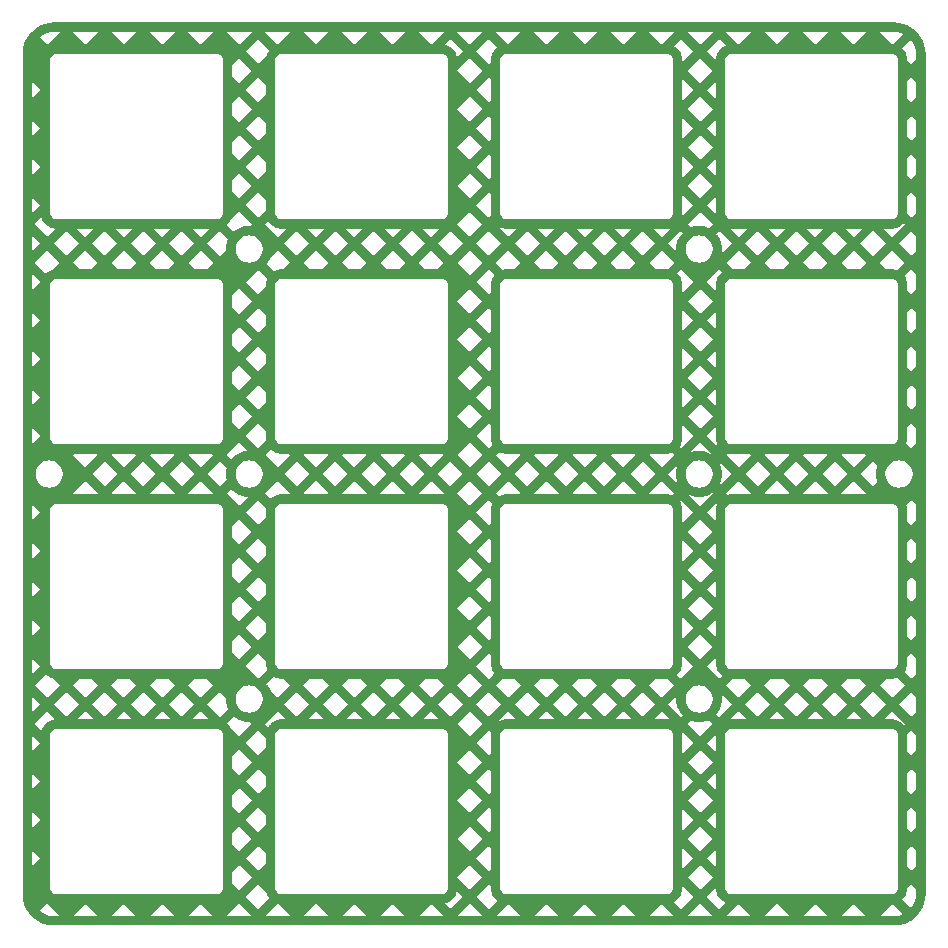
<source format=gbr>
%TF.GenerationSoftware,KiCad,Pcbnew,8.0.8*%
%TF.CreationDate,2025-03-01T19:07:18+01:00*%
%TF.ProjectId,plate 1u,706c6174-6520-4317-952e-6b696361645f,rev?*%
%TF.SameCoordinates,Original*%
%TF.FileFunction,Copper,L2,Bot*%
%TF.FilePolarity,Positive*%
%FSLAX46Y46*%
G04 Gerber Fmt 4.6, Leading zero omitted, Abs format (unit mm)*
G04 Created by KiCad (PCBNEW 8.0.8) date 2025-03-01 19:07:18*
%MOMM*%
%LPD*%
G01*
G04 APERTURE LIST*
G04 APERTURE END LIST*
%TA.AperFunction,Conductor*%
%TO.N,GND*%
G36*
X143525729Y-30037511D02*
G01*
X143679915Y-30039838D01*
X143690353Y-30040548D01*
X143997172Y-30077803D01*
X144008922Y-30079957D01*
X144308287Y-30153743D01*
X144319694Y-30157297D01*
X144607995Y-30266636D01*
X144618889Y-30271539D01*
X144891904Y-30414828D01*
X144902130Y-30421011D01*
X145155865Y-30596151D01*
X145165276Y-30603523D01*
X145396063Y-30807982D01*
X145404514Y-30816433D01*
X145494877Y-30918432D01*
X145608976Y-31047223D01*
X145616348Y-31056634D01*
X145791488Y-31310369D01*
X145797673Y-31320599D01*
X145940958Y-31593606D01*
X145945865Y-31604508D01*
X146055201Y-31892802D01*
X146058757Y-31904216D01*
X146132541Y-32203572D01*
X146134696Y-32215331D01*
X146171950Y-32522145D01*
X146172661Y-32532583D01*
X146174989Y-32686770D01*
X146175000Y-32688265D01*
X146175000Y-103836734D01*
X146174989Y-103838229D01*
X146172661Y-103992416D01*
X146171950Y-104002854D01*
X146134696Y-104309668D01*
X146132541Y-104321427D01*
X146058757Y-104620783D01*
X146055201Y-104632197D01*
X145945865Y-104920491D01*
X145940958Y-104931393D01*
X145797673Y-105204400D01*
X145791488Y-105214630D01*
X145616348Y-105468365D01*
X145608976Y-105477776D01*
X145404517Y-105708563D01*
X145396063Y-105717017D01*
X145165276Y-105921476D01*
X145155865Y-105928848D01*
X144902130Y-106103988D01*
X144891900Y-106110173D01*
X144618893Y-106253458D01*
X144607991Y-106258365D01*
X144319697Y-106367701D01*
X144308283Y-106371257D01*
X144008927Y-106445041D01*
X143997168Y-106447196D01*
X143690354Y-106484450D01*
X143679916Y-106485161D01*
X143528411Y-106487448D01*
X143525727Y-106487489D01*
X143524235Y-106487500D01*
X72375765Y-106487500D01*
X72374272Y-106487489D01*
X72371546Y-106487447D01*
X72220083Y-106485161D01*
X72209645Y-106484450D01*
X71902831Y-106447196D01*
X71891072Y-106445041D01*
X71591716Y-106371257D01*
X71580302Y-106367701D01*
X71292008Y-106258365D01*
X71281106Y-106253458D01*
X71008099Y-106110173D01*
X70997869Y-106103988D01*
X70744134Y-105928848D01*
X70734723Y-105921476D01*
X70503936Y-105717017D01*
X70495482Y-105708563D01*
X70459944Y-105668449D01*
X70291020Y-105477773D01*
X70283651Y-105468365D01*
X70164761Y-105296123D01*
X70124297Y-105237501D01*
X71166073Y-105237501D01*
X71232244Y-105296123D01*
X71416385Y-105423226D01*
X71614519Y-105527215D01*
X71823748Y-105606565D01*
X72040990Y-105660110D01*
X72269103Y-105687809D01*
X72381086Y-105689500D01*
X72838223Y-105689500D01*
X72859273Y-105668449D01*
X73987818Y-105668449D01*
X74008869Y-105689500D01*
X76090914Y-105689500D01*
X76111965Y-105668448D01*
X77240509Y-105668448D01*
X77261561Y-105689500D01*
X79343606Y-105689500D01*
X79364657Y-105668449D01*
X79364656Y-105668448D01*
X80493200Y-105668448D01*
X80514252Y-105689500D01*
X82596297Y-105689500D01*
X82617348Y-105668449D01*
X82617347Y-105668448D01*
X83745891Y-105668448D01*
X83766943Y-105689500D01*
X85848988Y-105689500D01*
X85870039Y-105668449D01*
X86998583Y-105668449D01*
X87019634Y-105689500D01*
X89101679Y-105689500D01*
X89122730Y-105668448D01*
X90251273Y-105668448D01*
X90272325Y-105689500D01*
X92354370Y-105689500D01*
X92375421Y-105668448D01*
X93503965Y-105668448D01*
X93525017Y-105689500D01*
X95607062Y-105689500D01*
X95628113Y-105668449D01*
X95628112Y-105668448D01*
X96756656Y-105668448D01*
X96777708Y-105689500D01*
X98859753Y-105689500D01*
X98880804Y-105668449D01*
X98880803Y-105668448D01*
X100009347Y-105668448D01*
X100030399Y-105689500D01*
X102112444Y-105689500D01*
X102133495Y-105668449D01*
X103262039Y-105668449D01*
X103283090Y-105689500D01*
X105365135Y-105689500D01*
X105386185Y-105668449D01*
X106514730Y-105668449D01*
X106535781Y-105689500D01*
X108617826Y-105689500D01*
X108638877Y-105668448D01*
X109767421Y-105668448D01*
X109788473Y-105689500D01*
X111870518Y-105689500D01*
X111891569Y-105668449D01*
X111891568Y-105668448D01*
X113020112Y-105668448D01*
X113041164Y-105689500D01*
X115123209Y-105689500D01*
X115144260Y-105668449D01*
X115144259Y-105668448D01*
X116272803Y-105668448D01*
X116293855Y-105689500D01*
X118375900Y-105689500D01*
X118396951Y-105668449D01*
X119525495Y-105668449D01*
X119546546Y-105689500D01*
X121628591Y-105689500D01*
X121649641Y-105668449D01*
X122778186Y-105668449D01*
X122799237Y-105689500D01*
X124881282Y-105689500D01*
X124902332Y-105668449D01*
X126030877Y-105668449D01*
X126051928Y-105689500D01*
X128133974Y-105689500D01*
X128155025Y-105668449D01*
X128155024Y-105668448D01*
X129283568Y-105668448D01*
X129304620Y-105689500D01*
X131386665Y-105689500D01*
X131407716Y-105668449D01*
X131407715Y-105668448D01*
X132536259Y-105668448D01*
X132557311Y-105689500D01*
X134639356Y-105689500D01*
X134660407Y-105668449D01*
X135788951Y-105668449D01*
X135810002Y-105689500D01*
X137892047Y-105689500D01*
X137913097Y-105668449D01*
X139041642Y-105668449D01*
X139062693Y-105689500D01*
X141144738Y-105689500D01*
X141165788Y-105668449D01*
X142294333Y-105668449D01*
X142315384Y-105689500D01*
X143518914Y-105689500D01*
X143630894Y-105687809D01*
X143859007Y-105660110D01*
X144076249Y-105606565D01*
X144279510Y-105529478D01*
X143384029Y-104633997D01*
X143339633Y-104635447D01*
X143336403Y-104635500D01*
X143327282Y-104635500D01*
X142294333Y-105668449D01*
X141165788Y-105668449D01*
X141165789Y-105668448D01*
X140132841Y-104635500D01*
X140074591Y-104635500D01*
X139041642Y-105668449D01*
X137913097Y-105668449D01*
X137913098Y-105668448D01*
X136880150Y-104635500D01*
X136821900Y-104635500D01*
X135788951Y-105668449D01*
X134660407Y-105668449D01*
X133627458Y-104635500D01*
X133569208Y-104635500D01*
X132536259Y-105668448D01*
X131407715Y-105668448D01*
X130374767Y-104635500D01*
X130316517Y-104635500D01*
X129283568Y-105668448D01*
X128155024Y-105668448D01*
X127092951Y-104606375D01*
X126030877Y-105668449D01*
X124902332Y-105668449D01*
X124902333Y-105668448D01*
X123869385Y-104635500D01*
X123811135Y-104635500D01*
X122778186Y-105668449D01*
X121649641Y-105668449D01*
X121649642Y-105668448D01*
X120616694Y-104635500D01*
X120558444Y-104635500D01*
X119525495Y-105668449D01*
X118396951Y-105668449D01*
X117364002Y-104635500D01*
X117305752Y-104635500D01*
X116272803Y-105668448D01*
X115144259Y-105668448D01*
X114111311Y-104635500D01*
X114053061Y-104635500D01*
X113020112Y-105668448D01*
X111891568Y-105668448D01*
X110858620Y-104635500D01*
X110800370Y-104635500D01*
X109767421Y-105668448D01*
X108638877Y-105668448D01*
X107576803Y-104606375D01*
X106514730Y-105668449D01*
X105386185Y-105668449D01*
X105386186Y-105668448D01*
X104353238Y-104635500D01*
X104294988Y-104635500D01*
X103262039Y-105668449D01*
X102133495Y-105668449D01*
X101100546Y-104635500D01*
X101042296Y-104635500D01*
X100009347Y-105668448D01*
X98880803Y-105668448D01*
X97847855Y-104635500D01*
X97789605Y-104635500D01*
X96756656Y-105668448D01*
X95628112Y-105668448D01*
X94595164Y-104635500D01*
X94536914Y-104635500D01*
X93503965Y-105668448D01*
X92375421Y-105668448D01*
X91322054Y-104615081D01*
X105461363Y-104615081D01*
X105950458Y-105104176D01*
X107012531Y-104042102D01*
X108141075Y-104042102D01*
X109203149Y-105104176D01*
X109810698Y-104496626D01*
X124859055Y-104496626D01*
X125466605Y-105104176D01*
X126528678Y-104042102D01*
X127657223Y-104042102D01*
X128719296Y-105104175D01*
X129268739Y-104554732D01*
X129257672Y-104550976D01*
X129251610Y-104548695D01*
X129203325Y-104528697D01*
X129197420Y-104526021D01*
X129162179Y-104508642D01*
X129156466Y-104505588D01*
X128997672Y-104413908D01*
X128992169Y-104410486D01*
X128959501Y-104388657D01*
X128954236Y-104384884D01*
X128912775Y-104353069D01*
X128907767Y-104348959D01*
X128878238Y-104323062D01*
X128873510Y-104318635D01*
X128863149Y-104308274D01*
X144186850Y-104308274D01*
X144925001Y-105046424D01*
X144983620Y-104980258D01*
X145110726Y-104796112D01*
X145214715Y-104597978D01*
X145294065Y-104388749D01*
X145347610Y-104171507D01*
X145375309Y-103943394D01*
X145377000Y-103831412D01*
X145377000Y-103374276D01*
X144982753Y-102980029D01*
X144623000Y-103339782D01*
X144623000Y-103348903D01*
X144622947Y-103352132D01*
X144619690Y-103451935D01*
X144619343Y-103457598D01*
X144616254Y-103491849D01*
X144615583Y-103497480D01*
X144608873Y-103542727D01*
X144607881Y-103548309D01*
X144600899Y-103581973D01*
X144599589Y-103587491D01*
X144552980Y-103761439D01*
X144551100Y-103767636D01*
X144538476Y-103804828D01*
X144536195Y-103810890D01*
X144516197Y-103859175D01*
X144513521Y-103865080D01*
X144496142Y-103900321D01*
X144493088Y-103906034D01*
X144401408Y-104064828D01*
X144397986Y-104070331D01*
X144376157Y-104102999D01*
X144372384Y-104108264D01*
X144340569Y-104149725D01*
X144336459Y-104154733D01*
X144310562Y-104184262D01*
X144306135Y-104188990D01*
X144186850Y-104308274D01*
X128863149Y-104308274D01*
X128743865Y-104188990D01*
X128739438Y-104184262D01*
X128713541Y-104154733D01*
X128709431Y-104149725D01*
X128677616Y-104108264D01*
X128673843Y-104102999D01*
X128652014Y-104070331D01*
X128648592Y-104064828D01*
X128556912Y-103906034D01*
X128553858Y-103900321D01*
X128536479Y-103865080D01*
X128533803Y-103859175D01*
X128513805Y-103810890D01*
X128511524Y-103804828D01*
X128498900Y-103767636D01*
X128497020Y-103761439D01*
X128450411Y-103587491D01*
X128449101Y-103581973D01*
X128442119Y-103548309D01*
X128441127Y-103542727D01*
X128434417Y-103497480D01*
X128433746Y-103491849D01*
X128430657Y-103457598D01*
X128430310Y-103451935D01*
X128427053Y-103352132D01*
X128427000Y-103348903D01*
X128427000Y-103272326D01*
X127657223Y-104042102D01*
X126528678Y-104042102D01*
X125573000Y-103086424D01*
X125573000Y-103348903D01*
X125572947Y-103352132D01*
X125569690Y-103451935D01*
X125569343Y-103457598D01*
X125566254Y-103491849D01*
X125565583Y-103497480D01*
X125558873Y-103542727D01*
X125557881Y-103548309D01*
X125550899Y-103581973D01*
X125549589Y-103587491D01*
X125502980Y-103761439D01*
X125501100Y-103767636D01*
X125488476Y-103804828D01*
X125486195Y-103810890D01*
X125466197Y-103859175D01*
X125463521Y-103865080D01*
X125446142Y-103900321D01*
X125443088Y-103906034D01*
X125351408Y-104064828D01*
X125347986Y-104070331D01*
X125326157Y-104102999D01*
X125322384Y-104108264D01*
X125290569Y-104149725D01*
X125286459Y-104154733D01*
X125260562Y-104184262D01*
X125256135Y-104188990D01*
X125126490Y-104318635D01*
X125121762Y-104323062D01*
X125092233Y-104348959D01*
X125087225Y-104353069D01*
X125045764Y-104384884D01*
X125040499Y-104388657D01*
X125007831Y-104410486D01*
X125002328Y-104413908D01*
X124859055Y-104496626D01*
X109810698Y-104496626D01*
X109914996Y-104392328D01*
X109909501Y-104388657D01*
X109904236Y-104384884D01*
X109862775Y-104353069D01*
X109857767Y-104348959D01*
X109828238Y-104323062D01*
X109823510Y-104318635D01*
X109693865Y-104188990D01*
X109689438Y-104184262D01*
X109663541Y-104154733D01*
X109659431Y-104149725D01*
X109627616Y-104108264D01*
X109623843Y-104102999D01*
X109602014Y-104070331D01*
X109598592Y-104064828D01*
X109506912Y-103906034D01*
X109503858Y-103900321D01*
X109486479Y-103865080D01*
X109483803Y-103859175D01*
X109463805Y-103810890D01*
X109461524Y-103804828D01*
X109448900Y-103767636D01*
X109447020Y-103761439D01*
X109400411Y-103587491D01*
X109399101Y-103581973D01*
X109392119Y-103548309D01*
X109391127Y-103542727D01*
X109384417Y-103497480D01*
X109383746Y-103491849D01*
X109380657Y-103457598D01*
X109380310Y-103451935D01*
X109377053Y-103352132D01*
X109377000Y-103348903D01*
X109377000Y-103153880D01*
X109203149Y-102980029D01*
X108141075Y-104042102D01*
X107012531Y-104042102D01*
X106509426Y-103538997D01*
X106508873Y-103542727D01*
X106507881Y-103548309D01*
X106500899Y-103581973D01*
X106499589Y-103587491D01*
X106452980Y-103761439D01*
X106451100Y-103767636D01*
X106438476Y-103804828D01*
X106436195Y-103810890D01*
X106416197Y-103859175D01*
X106413521Y-103865080D01*
X106396142Y-103900321D01*
X106393088Y-103906034D01*
X106301408Y-104064828D01*
X106297986Y-104070331D01*
X106276157Y-104102999D01*
X106272384Y-104108264D01*
X106240569Y-104149725D01*
X106236459Y-104154733D01*
X106210562Y-104184262D01*
X106206135Y-104188990D01*
X106076490Y-104318635D01*
X106071762Y-104323062D01*
X106042233Y-104348959D01*
X106037225Y-104353069D01*
X105995764Y-104384884D01*
X105990499Y-104388657D01*
X105957831Y-104410486D01*
X105952328Y-104413908D01*
X105793534Y-104505588D01*
X105787821Y-104508642D01*
X105752580Y-104526021D01*
X105746675Y-104528697D01*
X105698390Y-104548695D01*
X105692328Y-104550976D01*
X105655136Y-104563600D01*
X105648939Y-104565480D01*
X105474991Y-104612089D01*
X105469473Y-104613399D01*
X105461363Y-104615081D01*
X91322054Y-104615081D01*
X91313347Y-104606374D01*
X90251273Y-105668448D01*
X89122730Y-105668448D01*
X88060656Y-104606375D01*
X86998583Y-105668449D01*
X85870039Y-105668449D01*
X84837090Y-104635500D01*
X84778840Y-104635500D01*
X83745891Y-105668448D01*
X82617347Y-105668448D01*
X81584399Y-104635500D01*
X81526149Y-104635500D01*
X80493200Y-105668448D01*
X79364656Y-105668448D01*
X78331708Y-104635500D01*
X78273458Y-104635500D01*
X77240509Y-105668448D01*
X76111965Y-105668448D01*
X75079017Y-104635500D01*
X75020767Y-104635500D01*
X73987818Y-105668449D01*
X72859273Y-105668449D01*
X72859274Y-105668448D01*
X71797200Y-104606374D01*
X71166073Y-105237501D01*
X70124297Y-105237501D01*
X70108508Y-105214626D01*
X70102326Y-105204400D01*
X70049724Y-105104176D01*
X69959039Y-104931389D01*
X69954134Y-104920491D01*
X69844798Y-104632197D01*
X69841242Y-104620783D01*
X69824036Y-104550976D01*
X69767457Y-104321422D01*
X69765303Y-104309668D01*
X69746490Y-104154733D01*
X69732814Y-104042102D01*
X88624928Y-104042102D01*
X89687001Y-105104175D01*
X90624242Y-104166934D01*
X90613541Y-104154733D01*
X90609431Y-104149725D01*
X90577616Y-104108264D01*
X90573843Y-104102999D01*
X90552014Y-104070331D01*
X90548592Y-104064828D01*
X90456912Y-103906034D01*
X90453858Y-103900321D01*
X90436479Y-103865080D01*
X90433803Y-103859175D01*
X90413805Y-103810890D01*
X90411524Y-103804828D01*
X90398900Y-103767636D01*
X90397020Y-103761439D01*
X90370888Y-103663915D01*
X89687002Y-102980029D01*
X88624928Y-104042102D01*
X69732814Y-104042102D01*
X69728048Y-104002853D01*
X69727338Y-103992415D01*
X69725011Y-103838228D01*
X69725000Y-103836734D01*
X69725000Y-101499340D01*
X70523000Y-101499340D01*
X71232928Y-100789411D01*
X70523000Y-100079483D01*
X70523000Y-101499340D01*
X69725000Y-101499340D01*
X69725000Y-98246649D01*
X70523000Y-98246649D01*
X71232928Y-97536720D01*
X70523000Y-96826792D01*
X70523000Y-98246649D01*
X69725000Y-98246649D01*
X69725000Y-94993958D01*
X70523000Y-94993958D01*
X71232929Y-94284029D01*
X70523000Y-93574100D01*
X70523000Y-94993958D01*
X69725000Y-94993958D01*
X69725000Y-91741267D01*
X70523000Y-91741267D01*
X71232929Y-91031338D01*
X70539081Y-90337490D01*
X72075000Y-90337490D01*
X72075000Y-103337509D01*
X72077138Y-103403040D01*
X72077138Y-103403041D01*
X72111068Y-103529671D01*
X72176608Y-103643189D01*
X72176610Y-103643191D01*
X72176612Y-103643194D01*
X72269306Y-103735888D01*
X72269308Y-103735889D01*
X72269310Y-103735891D01*
X72382829Y-103801431D01*
X72382827Y-103801431D01*
X72382831Y-103801432D01*
X72382833Y-103801433D01*
X72509455Y-103835361D01*
X72524580Y-103835854D01*
X72574990Y-103837500D01*
X86175000Y-103837500D01*
X86175010Y-103837500D01*
X86218696Y-103836074D01*
X86240545Y-103835361D01*
X86367167Y-103801433D01*
X86367169Y-103801431D01*
X86367171Y-103801431D01*
X86480689Y-103735891D01*
X86480689Y-103735890D01*
X86480694Y-103735888D01*
X86573388Y-103643194D01*
X86631393Y-103542727D01*
X86638931Y-103529671D01*
X86638931Y-103529669D01*
X86638933Y-103529667D01*
X86672861Y-103403045D01*
X86673800Y-103374276D01*
X86675000Y-103337509D01*
X86675000Y-101941340D01*
X87473000Y-101941340D01*
X87473000Y-102890174D01*
X88060656Y-103477830D01*
X89122730Y-102415757D01*
X88060656Y-101353683D01*
X87473000Y-101941340D01*
X86675000Y-101941340D01*
X86675000Y-100789411D01*
X88624928Y-100789411D01*
X89687002Y-101851485D01*
X90327000Y-101211487D01*
X90327000Y-100367336D01*
X89687002Y-99727338D01*
X88624928Y-100789411D01*
X86675000Y-100789411D01*
X86675000Y-98688649D01*
X87473000Y-98688649D01*
X87473000Y-99637483D01*
X88060656Y-100225139D01*
X89122730Y-99163066D01*
X88060656Y-98100992D01*
X87473000Y-98688649D01*
X86675000Y-98688649D01*
X86675000Y-97536720D01*
X88624928Y-97536720D01*
X89687002Y-98598794D01*
X90327000Y-97958796D01*
X90327000Y-97114645D01*
X89687002Y-96474647D01*
X88624928Y-97536720D01*
X86675000Y-97536720D01*
X86675000Y-95435958D01*
X87473000Y-95435958D01*
X87473000Y-96384791D01*
X88060657Y-96972448D01*
X89122730Y-95910374D01*
X88060656Y-94848301D01*
X87473000Y-95435958D01*
X86675000Y-95435958D01*
X86675000Y-94284029D01*
X88624928Y-94284029D01*
X89687002Y-95346102D01*
X90327000Y-94706105D01*
X90327000Y-93861953D01*
X89687002Y-93221955D01*
X88624928Y-94284029D01*
X86675000Y-94284029D01*
X86675000Y-92183267D01*
X87473000Y-92183267D01*
X87473000Y-93132100D01*
X88060657Y-93719757D01*
X89122730Y-92657683D01*
X88060656Y-91595610D01*
X87473000Y-92183267D01*
X86675000Y-92183267D01*
X86675000Y-91031338D01*
X88624928Y-91031338D01*
X89687002Y-92093411D01*
X90327000Y-91453414D01*
X90327000Y-90609262D01*
X90055228Y-90337490D01*
X91125000Y-90337490D01*
X91125000Y-103337509D01*
X91127138Y-103403040D01*
X91127138Y-103403041D01*
X91161068Y-103529671D01*
X91226608Y-103643189D01*
X91226610Y-103643191D01*
X91226612Y-103643194D01*
X91319306Y-103735888D01*
X91319308Y-103735889D01*
X91319310Y-103735891D01*
X91432829Y-103801431D01*
X91432827Y-103801431D01*
X91432831Y-103801432D01*
X91432833Y-103801433D01*
X91559455Y-103835361D01*
X91574580Y-103835854D01*
X91624990Y-103837500D01*
X105225000Y-103837500D01*
X105225010Y-103837500D01*
X105268696Y-103836074D01*
X105290545Y-103835361D01*
X105417167Y-103801433D01*
X105417169Y-103801431D01*
X105417171Y-103801431D01*
X105530689Y-103735891D01*
X105530689Y-103735890D01*
X105530694Y-103735888D01*
X105623388Y-103643194D01*
X105681393Y-103542727D01*
X105688931Y-103529671D01*
X105688931Y-103529669D01*
X105688933Y-103529667D01*
X105722861Y-103403045D01*
X105723800Y-103374276D01*
X105725000Y-103337509D01*
X105725000Y-102407487D01*
X106523000Y-102407487D01*
X106523000Y-102424027D01*
X107576803Y-103477830D01*
X108638877Y-102415757D01*
X107576803Y-101353683D01*
X106523000Y-102407487D01*
X105725000Y-102407487D01*
X105725000Y-100789411D01*
X108141075Y-100789411D01*
X109203149Y-101851485D01*
X109377000Y-101677634D01*
X109377000Y-99901189D01*
X109203149Y-99727338D01*
X108141075Y-100789411D01*
X105725000Y-100789411D01*
X105725000Y-99154796D01*
X106523000Y-99154796D01*
X106523000Y-99171336D01*
X107576803Y-100225139D01*
X108638877Y-99163066D01*
X107576803Y-98100992D01*
X106523000Y-99154796D01*
X105725000Y-99154796D01*
X105725000Y-97536720D01*
X108141075Y-97536720D01*
X109203149Y-98598794D01*
X109377000Y-98424943D01*
X109377000Y-96648498D01*
X109203149Y-96474647D01*
X108141075Y-97536720D01*
X105725000Y-97536720D01*
X105725000Y-95902105D01*
X106523000Y-95902105D01*
X106523000Y-95918644D01*
X107576804Y-96972448D01*
X108638877Y-95910374D01*
X107576803Y-94848301D01*
X106523000Y-95902105D01*
X105725000Y-95902105D01*
X105725000Y-94284029D01*
X108141075Y-94284029D01*
X109203149Y-95346102D01*
X109377000Y-95172252D01*
X109377000Y-93395805D01*
X109203149Y-93221955D01*
X108141075Y-94284029D01*
X105725000Y-94284029D01*
X105725000Y-92649414D01*
X106523000Y-92649414D01*
X106523000Y-92665953D01*
X107576804Y-93719757D01*
X108638877Y-92657683D01*
X107576803Y-91595610D01*
X106523000Y-92649414D01*
X105725000Y-92649414D01*
X105725000Y-91031338D01*
X108141075Y-91031338D01*
X109203149Y-92093411D01*
X109377000Y-91919561D01*
X109377000Y-90337490D01*
X110175000Y-90337490D01*
X110175000Y-103337509D01*
X110177138Y-103403040D01*
X110177138Y-103403041D01*
X110211068Y-103529671D01*
X110276608Y-103643189D01*
X110276610Y-103643191D01*
X110276612Y-103643194D01*
X110369306Y-103735888D01*
X110369308Y-103735889D01*
X110369310Y-103735891D01*
X110482829Y-103801431D01*
X110482827Y-103801431D01*
X110482831Y-103801432D01*
X110482833Y-103801433D01*
X110609455Y-103835361D01*
X110624580Y-103835854D01*
X110674990Y-103837500D01*
X124275000Y-103837500D01*
X124275010Y-103837500D01*
X124318696Y-103836074D01*
X124340545Y-103835361D01*
X124467167Y-103801433D01*
X124467169Y-103801431D01*
X124467171Y-103801431D01*
X124580689Y-103735891D01*
X124580689Y-103735890D01*
X124580694Y-103735888D01*
X124673388Y-103643194D01*
X124731393Y-103542727D01*
X124738931Y-103529671D01*
X124738931Y-103529669D01*
X124738933Y-103529667D01*
X124772861Y-103403045D01*
X124773800Y-103374276D01*
X124775000Y-103337509D01*
X124775000Y-102415757D01*
X126030877Y-102415757D01*
X127092951Y-103477831D01*
X128155024Y-102415757D01*
X127092951Y-101353683D01*
X126030877Y-102415757D01*
X124775000Y-102415757D01*
X124775000Y-101745090D01*
X125573000Y-101745090D01*
X126528678Y-100789411D01*
X127657223Y-100789411D01*
X128427000Y-101559188D01*
X128427000Y-100019635D01*
X127657223Y-100789411D01*
X126528678Y-100789411D01*
X125573000Y-99833733D01*
X125573000Y-101745090D01*
X124775000Y-101745090D01*
X124775000Y-99163066D01*
X126030877Y-99163066D01*
X127092951Y-100225140D01*
X128155024Y-99163066D01*
X127092951Y-98100992D01*
X126030877Y-99163066D01*
X124775000Y-99163066D01*
X124775000Y-98492399D01*
X125573000Y-98492399D01*
X126528678Y-97536720D01*
X127657223Y-97536720D01*
X128427000Y-98306497D01*
X128427000Y-96766944D01*
X127657223Y-97536720D01*
X126528678Y-97536720D01*
X125573000Y-96581042D01*
X125573000Y-98492399D01*
X124775000Y-98492399D01*
X124775000Y-95910374D01*
X126030877Y-95910374D01*
X127092951Y-96972448D01*
X128155024Y-95910374D01*
X127092951Y-94848301D01*
X126030877Y-95910374D01*
X124775000Y-95910374D01*
X124775000Y-95239708D01*
X125573000Y-95239708D01*
X126528679Y-94284029D01*
X127657223Y-94284029D01*
X128427000Y-95053806D01*
X128427000Y-93514252D01*
X127657223Y-94284029D01*
X126528679Y-94284029D01*
X125573000Y-93328350D01*
X125573000Y-95239708D01*
X124775000Y-95239708D01*
X124775000Y-92657683D01*
X126030877Y-92657683D01*
X127092951Y-93719757D01*
X128155024Y-92657683D01*
X127092951Y-91595610D01*
X126030877Y-92657683D01*
X124775000Y-92657683D01*
X124775000Y-90337490D01*
X124772861Y-90271959D01*
X124772861Y-90271958D01*
X124772861Y-90271955D01*
X124738933Y-90145333D01*
X124738931Y-90145330D01*
X124738931Y-90145328D01*
X124677740Y-90039342D01*
X125536682Y-90039342D01*
X125549589Y-90087509D01*
X125550899Y-90093027D01*
X125557881Y-90126691D01*
X125558873Y-90132273D01*
X125565583Y-90177520D01*
X125566254Y-90183151D01*
X125569343Y-90217402D01*
X125569690Y-90223065D01*
X125572947Y-90322868D01*
X125573000Y-90326097D01*
X125573000Y-91987017D01*
X126528678Y-91031338D01*
X127657223Y-91031338D01*
X128427000Y-91801115D01*
X128427000Y-90337490D01*
X129225000Y-90337490D01*
X129225000Y-103337509D01*
X129227138Y-103403040D01*
X129227138Y-103403041D01*
X129261068Y-103529671D01*
X129326608Y-103643189D01*
X129326610Y-103643191D01*
X129326612Y-103643194D01*
X129419306Y-103735888D01*
X129419308Y-103735889D01*
X129419310Y-103735891D01*
X129532829Y-103801431D01*
X129532827Y-103801431D01*
X129532831Y-103801432D01*
X129532833Y-103801433D01*
X129659455Y-103835361D01*
X129674580Y-103835854D01*
X129724990Y-103837500D01*
X143325000Y-103837500D01*
X143325010Y-103837500D01*
X143368696Y-103836074D01*
X143390545Y-103835361D01*
X143517167Y-103801433D01*
X143517169Y-103801431D01*
X143517171Y-103801431D01*
X143630689Y-103735891D01*
X143630689Y-103735890D01*
X143630694Y-103735888D01*
X143723388Y-103643194D01*
X143781393Y-103542727D01*
X143788931Y-103529671D01*
X143788931Y-103529669D01*
X143788933Y-103529667D01*
X143822861Y-103403045D01*
X143823800Y-103374276D01*
X143825000Y-103337509D01*
X143825000Y-100087091D01*
X144623000Y-100087091D01*
X144623000Y-101491732D01*
X144982753Y-101851485D01*
X145377000Y-101457238D01*
X145377000Y-100121585D01*
X144982753Y-99727338D01*
X144623000Y-100087091D01*
X143825000Y-100087091D01*
X143825000Y-96834400D01*
X144623000Y-96834400D01*
X144623000Y-98239041D01*
X144982753Y-98598794D01*
X145377000Y-98204547D01*
X145377000Y-96868894D01*
X144982753Y-96474647D01*
X144623000Y-96834400D01*
X143825000Y-96834400D01*
X143825000Y-93581707D01*
X144623000Y-93581707D01*
X144623000Y-94986350D01*
X144982752Y-95346102D01*
X145377000Y-94951855D01*
X145377000Y-93616203D01*
X144982752Y-93221955D01*
X144623000Y-93581707D01*
X143825000Y-93581707D01*
X143825000Y-90337490D01*
X143824723Y-90329016D01*
X144623000Y-90329016D01*
X144623000Y-91733659D01*
X144982752Y-92093411D01*
X145377000Y-91699164D01*
X145377000Y-90363512D01*
X144982752Y-89969264D01*
X144623000Y-90329016D01*
X143824723Y-90329016D01*
X143822861Y-90271959D01*
X143822861Y-90271958D01*
X143822861Y-90271955D01*
X143788933Y-90145333D01*
X143788931Y-90145330D01*
X143788931Y-90145328D01*
X143723391Y-90031810D01*
X143723389Y-90031808D01*
X143723388Y-90031806D01*
X143630694Y-89939112D01*
X143630691Y-89939110D01*
X143630689Y-89939108D01*
X143517170Y-89873568D01*
X143517172Y-89873568D01*
X143390541Y-89839638D01*
X143325010Y-89837500D01*
X143325000Y-89837500D01*
X129725000Y-89837500D01*
X129724990Y-89837500D01*
X129659459Y-89839638D01*
X129659458Y-89839638D01*
X129532828Y-89873568D01*
X129419310Y-89939108D01*
X129326608Y-90031810D01*
X129261068Y-90145328D01*
X129227138Y-90271958D01*
X129227138Y-90271959D01*
X129225000Y-90337490D01*
X128427000Y-90337490D01*
X128427000Y-90326097D01*
X128427053Y-90322868D01*
X128429122Y-90259438D01*
X127657223Y-91031338D01*
X126528678Y-91031338D01*
X125536682Y-90039342D01*
X124677740Y-90039342D01*
X124673391Y-90031810D01*
X124673389Y-90031808D01*
X124673388Y-90031806D01*
X124580694Y-89939112D01*
X124580691Y-89939110D01*
X124580689Y-89939108D01*
X124467170Y-89873568D01*
X124467172Y-89873568D01*
X124340541Y-89839638D01*
X124275010Y-89837500D01*
X124275000Y-89837500D01*
X110675000Y-89837500D01*
X110674990Y-89837500D01*
X110609459Y-89839638D01*
X110609458Y-89839638D01*
X110482828Y-89873568D01*
X110369310Y-89939108D01*
X110276608Y-90031810D01*
X110211068Y-90145328D01*
X110177138Y-90271958D01*
X110177138Y-90271959D01*
X110175000Y-90337490D01*
X109377000Y-90337490D01*
X109377000Y-90326097D01*
X109377053Y-90322868D01*
X109380310Y-90223065D01*
X109380657Y-90217402D01*
X109383746Y-90183151D01*
X109384417Y-90177520D01*
X109387902Y-90154018D01*
X109203149Y-89969265D01*
X108141075Y-91031338D01*
X105725000Y-91031338D01*
X105725000Y-90337490D01*
X105722861Y-90271959D01*
X105722861Y-90271958D01*
X105722861Y-90271955D01*
X105688933Y-90145333D01*
X105688931Y-90145330D01*
X105688931Y-90145328D01*
X105623391Y-90031810D01*
X105623389Y-90031808D01*
X105623388Y-90031806D01*
X105530694Y-89939112D01*
X105530691Y-89939110D01*
X105530689Y-89939108D01*
X105417170Y-89873568D01*
X105417172Y-89873568D01*
X105290541Y-89839638D01*
X105225010Y-89837500D01*
X105225000Y-89837500D01*
X91625000Y-89837500D01*
X91624990Y-89837500D01*
X91559459Y-89839638D01*
X91559458Y-89839638D01*
X91432828Y-89873568D01*
X91319310Y-89939108D01*
X91226608Y-90031810D01*
X91161068Y-90145328D01*
X91127138Y-90271958D01*
X91127138Y-90271959D01*
X91125000Y-90337490D01*
X90055228Y-90337490D01*
X89687002Y-89969264D01*
X88624928Y-91031338D01*
X86675000Y-91031338D01*
X86675000Y-90337490D01*
X86672861Y-90271959D01*
X86672861Y-90271958D01*
X86672861Y-90271955D01*
X86638933Y-90145333D01*
X86638931Y-90145330D01*
X86638931Y-90145328D01*
X86573391Y-90031810D01*
X86573389Y-90031808D01*
X86573388Y-90031806D01*
X86480694Y-89939112D01*
X86480691Y-89939110D01*
X86480689Y-89939108D01*
X86367170Y-89873568D01*
X86367172Y-89873568D01*
X86240541Y-89839638D01*
X86175010Y-89837500D01*
X86175000Y-89837500D01*
X72575000Y-89837500D01*
X72574990Y-89837500D01*
X72509459Y-89839638D01*
X72509458Y-89839638D01*
X72382828Y-89873568D01*
X72269310Y-89939108D01*
X72176608Y-90031810D01*
X72111068Y-90145328D01*
X72077138Y-90271958D01*
X72077138Y-90271959D01*
X72075000Y-90337490D01*
X70539081Y-90337490D01*
X70523000Y-90321409D01*
X70523000Y-91741267D01*
X69725000Y-91741267D01*
X69725000Y-89404992D01*
X70735127Y-89404992D01*
X71325185Y-89995050D01*
X71347020Y-89913561D01*
X71348900Y-89907364D01*
X71361524Y-89870172D01*
X71363805Y-89864110D01*
X71383803Y-89815825D01*
X71386479Y-89809920D01*
X71403858Y-89774679D01*
X71406912Y-89768966D01*
X71498592Y-89610172D01*
X71502014Y-89604669D01*
X71523843Y-89572001D01*
X71527616Y-89566736D01*
X71559431Y-89525275D01*
X71563541Y-89520267D01*
X71589438Y-89490738D01*
X71593865Y-89486010D01*
X71713150Y-89366725D01*
X87036850Y-89366725D01*
X87156135Y-89486010D01*
X87160562Y-89490738D01*
X87186459Y-89520267D01*
X87190569Y-89525275D01*
X87222384Y-89566736D01*
X87226157Y-89572001D01*
X87247986Y-89604669D01*
X87251409Y-89610172D01*
X87316495Y-89722905D01*
X88060656Y-90467066D01*
X89122730Y-89404993D01*
X90251273Y-89404993D01*
X90514866Y-89668585D01*
X90548592Y-89610172D01*
X90552014Y-89604669D01*
X90573843Y-89572001D01*
X90577616Y-89566736D01*
X90609431Y-89525275D01*
X90613541Y-89520267D01*
X90639438Y-89490738D01*
X90643865Y-89486010D01*
X90724883Y-89404992D01*
X106514730Y-89404992D01*
X107576803Y-90467066D01*
X108638877Y-89404992D01*
X109767421Y-89404992D01*
X109771152Y-89408723D01*
X109774883Y-89404992D01*
X126030876Y-89404992D01*
X127092951Y-90467066D01*
X128155024Y-89404992D01*
X127825086Y-89075054D01*
X127755514Y-89109698D01*
X127751373Y-89111642D01*
X127726014Y-89122839D01*
X127721791Y-89124588D01*
X127687403Y-89137911D01*
X127683100Y-89139465D01*
X127656809Y-89148277D01*
X127652440Y-89149630D01*
X127412412Y-89217925D01*
X127407984Y-89219075D01*
X127380988Y-89225424D01*
X127376512Y-89226368D01*
X127340260Y-89233144D01*
X127335747Y-89233880D01*
X127308295Y-89237709D01*
X127303754Y-89238236D01*
X127055271Y-89261262D01*
X127050707Y-89261578D01*
X127023011Y-89262858D01*
X127018440Y-89262964D01*
X126981560Y-89262964D01*
X126976989Y-89262858D01*
X126949293Y-89261578D01*
X126944729Y-89261262D01*
X126696246Y-89238236D01*
X126691705Y-89237709D01*
X126664253Y-89233880D01*
X126659740Y-89233144D01*
X126623488Y-89226368D01*
X126619012Y-89225424D01*
X126592016Y-89219075D01*
X126587588Y-89217925D01*
X126347560Y-89149630D01*
X126343191Y-89148277D01*
X126316900Y-89139465D01*
X126312597Y-89137911D01*
X126302045Y-89133822D01*
X126030876Y-89404992D01*
X109774883Y-89404992D01*
X109823510Y-89356365D01*
X109828238Y-89351938D01*
X109857767Y-89326041D01*
X109862775Y-89321931D01*
X109904236Y-89290116D01*
X109909501Y-89286343D01*
X109942169Y-89264514D01*
X109947672Y-89261092D01*
X110106466Y-89169412D01*
X110112179Y-89166358D01*
X110147420Y-89148979D01*
X110153325Y-89146303D01*
X110201610Y-89126305D01*
X110207672Y-89124024D01*
X110244864Y-89111400D01*
X110251061Y-89109520D01*
X110425009Y-89062911D01*
X110430527Y-89061601D01*
X110464191Y-89054619D01*
X110469773Y-89053627D01*
X110515020Y-89046917D01*
X110520651Y-89046246D01*
X110554902Y-89043157D01*
X110560565Y-89042810D01*
X110660368Y-89039553D01*
X110663597Y-89039500D01*
X111526076Y-89039500D01*
X113385606Y-89039500D01*
X114778767Y-89039500D01*
X116638297Y-89039500D01*
X118031458Y-89039500D01*
X119890988Y-89039500D01*
X121284149Y-89039500D01*
X123143679Y-89039500D01*
X124286403Y-89039500D01*
X124289632Y-89039553D01*
X124389435Y-89042810D01*
X124395098Y-89043157D01*
X124429349Y-89046246D01*
X124434980Y-89046917D01*
X124480227Y-89053627D01*
X124485809Y-89054619D01*
X124519473Y-89061601D01*
X124524991Y-89062911D01*
X124573157Y-89075817D01*
X124538962Y-89041622D01*
X129646938Y-89041622D01*
X129710368Y-89039553D01*
X129713597Y-89039500D01*
X131042223Y-89039500D01*
X132901753Y-89039500D01*
X134294914Y-89039500D01*
X136154444Y-89039500D01*
X137547605Y-89039500D01*
X139407135Y-89039500D01*
X140800296Y-89039500D01*
X142659826Y-89039500D01*
X143336403Y-89039500D01*
X143339632Y-89039553D01*
X143439435Y-89042810D01*
X143445098Y-89043157D01*
X143479349Y-89046246D01*
X143484980Y-89046917D01*
X143530227Y-89053627D01*
X143535809Y-89054619D01*
X143569473Y-89061601D01*
X143574991Y-89062911D01*
X143748939Y-89109520D01*
X143755136Y-89111400D01*
X143792328Y-89124024D01*
X143798390Y-89126305D01*
X143846675Y-89146303D01*
X143852580Y-89148979D01*
X143887821Y-89166358D01*
X143893534Y-89169412D01*
X144052328Y-89261092D01*
X144057831Y-89264514D01*
X144090499Y-89286343D01*
X144095764Y-89290116D01*
X144137225Y-89321931D01*
X144142233Y-89326041D01*
X144171762Y-89351938D01*
X144176490Y-89356365D01*
X144306135Y-89486010D01*
X144310562Y-89490738D01*
X144320922Y-89502551D01*
X144418481Y-89404993D01*
X143356407Y-88342919D01*
X142659826Y-89039500D01*
X140800296Y-89039500D01*
X140103715Y-88342919D01*
X139407135Y-89039500D01*
X137547605Y-89039500D01*
X136851024Y-88342919D01*
X136154444Y-89039500D01*
X134294914Y-89039500D01*
X133598333Y-88342919D01*
X132901753Y-89039500D01*
X131042223Y-89039500D01*
X130345642Y-88342919D01*
X129646938Y-89041622D01*
X124538962Y-89041622D01*
X123840259Y-88342919D01*
X123143679Y-89039500D01*
X121284149Y-89039500D01*
X120587568Y-88342919D01*
X119890988Y-89039500D01*
X118031458Y-89039500D01*
X117334877Y-88342919D01*
X116638297Y-89039500D01*
X114778767Y-89039500D01*
X114082186Y-88342919D01*
X113385606Y-89039500D01*
X111526076Y-89039500D01*
X110829495Y-88342919D01*
X109767421Y-89404992D01*
X108638877Y-89404992D01*
X107576803Y-88342919D01*
X106514730Y-89404992D01*
X90724883Y-89404992D01*
X90773510Y-89356365D01*
X90778238Y-89351938D01*
X90807767Y-89326041D01*
X90812775Y-89321931D01*
X90854236Y-89290116D01*
X90859501Y-89286343D01*
X90892169Y-89264514D01*
X90897672Y-89261092D01*
X91056466Y-89169412D01*
X91062179Y-89166358D01*
X91097420Y-89148979D01*
X91103325Y-89146303D01*
X91151610Y-89126305D01*
X91157672Y-89124024D01*
X91194864Y-89111400D01*
X91201061Y-89109520D01*
X91375009Y-89062911D01*
X91380527Y-89061601D01*
X91414191Y-89054619D01*
X91419773Y-89053627D01*
X91465020Y-89046917D01*
X91470651Y-89046246D01*
X91504902Y-89043157D01*
X91510565Y-89042810D01*
X91610368Y-89039553D01*
X91613597Y-89039500D01*
X92009928Y-89039500D01*
X93869459Y-89039500D01*
X95262620Y-89039500D01*
X97122150Y-89039500D01*
X98515311Y-89039500D01*
X100374841Y-89039500D01*
X101768002Y-89039500D01*
X103627532Y-89039500D01*
X105020694Y-89039500D01*
X104324113Y-88342919D01*
X103627532Y-89039500D01*
X101768002Y-89039500D01*
X101071421Y-88342919D01*
X100374841Y-89039500D01*
X98515311Y-89039500D01*
X97818730Y-88342919D01*
X97122150Y-89039500D01*
X95262620Y-89039500D01*
X94566039Y-88342919D01*
X93869459Y-89039500D01*
X92009928Y-89039500D01*
X91313347Y-88342919D01*
X90251273Y-89404993D01*
X89122730Y-89404993D01*
X88976986Y-89259249D01*
X88955271Y-89261262D01*
X88950707Y-89261578D01*
X88923011Y-89262858D01*
X88918440Y-89262964D01*
X88881560Y-89262964D01*
X88876989Y-89262858D01*
X88849293Y-89261578D01*
X88844729Y-89261262D01*
X88596246Y-89238236D01*
X88591705Y-89237709D01*
X88564253Y-89233880D01*
X88559740Y-89233144D01*
X88523488Y-89226368D01*
X88519012Y-89225424D01*
X88492016Y-89219075D01*
X88487588Y-89217925D01*
X88247560Y-89149630D01*
X88243191Y-89148277D01*
X88216900Y-89139465D01*
X88212597Y-89137911D01*
X88178209Y-89124588D01*
X88173986Y-89122839D01*
X88148627Y-89111642D01*
X88144487Y-89109698D01*
X87921101Y-88998465D01*
X87917056Y-88996333D01*
X87892836Y-88982843D01*
X87888891Y-88980525D01*
X87857536Y-88961110D01*
X87853708Y-88958616D01*
X87830834Y-88942948D01*
X87827119Y-88940275D01*
X87627974Y-88789887D01*
X87624390Y-88787048D01*
X87620094Y-88783480D01*
X87036850Y-89366725D01*
X71713150Y-89366725D01*
X71723510Y-89356365D01*
X71728238Y-89351938D01*
X71757767Y-89326041D01*
X71762775Y-89321931D01*
X71804236Y-89290116D01*
X71809501Y-89286343D01*
X71842169Y-89264514D01*
X71847672Y-89261092D01*
X72006466Y-89169412D01*
X72012179Y-89166358D01*
X72047420Y-89148979D01*
X72053325Y-89146303D01*
X72101610Y-89126305D01*
X72107672Y-89124024D01*
X72144864Y-89111400D01*
X72151061Y-89109520D01*
X72325009Y-89062911D01*
X72330527Y-89061601D01*
X72364191Y-89054619D01*
X72369773Y-89053627D01*
X72415020Y-89046917D01*
X72420651Y-89046246D01*
X72454902Y-89043157D01*
X72460565Y-89042810D01*
X72495936Y-89041655D01*
X72493781Y-89039500D01*
X74353311Y-89039500D01*
X75746472Y-89039500D01*
X77606003Y-89039500D01*
X78999164Y-89039500D01*
X80858694Y-89039500D01*
X82251855Y-89039500D01*
X84111385Y-89039500D01*
X85504546Y-89039500D01*
X84807965Y-88342919D01*
X84111385Y-89039500D01*
X82251855Y-89039500D01*
X81555274Y-88342919D01*
X80858694Y-89039500D01*
X78999164Y-89039500D01*
X78302583Y-88342919D01*
X77606003Y-89039500D01*
X75746472Y-89039500D01*
X75049891Y-88342919D01*
X74353311Y-89039500D01*
X72493781Y-89039500D01*
X71797200Y-88342919D01*
X70735127Y-89404992D01*
X69725000Y-89404992D01*
X69725000Y-88488575D01*
X70523000Y-88488575D01*
X71232928Y-87778646D01*
X72361472Y-87778646D01*
X73423546Y-88840720D01*
X74485619Y-87778646D01*
X75614164Y-87778646D01*
X76676237Y-88840720D01*
X77738311Y-87778646D01*
X78866855Y-87778646D01*
X79928928Y-88840720D01*
X80991002Y-87778646D01*
X82119546Y-87778646D01*
X83181619Y-88840720D01*
X84243693Y-87778646D01*
X85372237Y-87778646D01*
X86434311Y-88840720D01*
X87134642Y-88140388D01*
X87132655Y-88135886D01*
X87130905Y-88131661D01*
X87040756Y-87898961D01*
X87039203Y-87894659D01*
X87030390Y-87868364D01*
X87029037Y-87863993D01*
X87018945Y-87828520D01*
X87017796Y-87824097D01*
X87011450Y-87797116D01*
X87010506Y-87792640D01*
X86964654Y-87547347D01*
X86963918Y-87542835D01*
X86960089Y-87515389D01*
X86959562Y-87510848D01*
X86956158Y-87474127D01*
X86955841Y-87469565D01*
X86954559Y-87441857D01*
X86954453Y-87437281D01*
X86954453Y-87236715D01*
X86923902Y-87206164D01*
X87752453Y-87206164D01*
X87752453Y-87418835D01*
X87776897Y-87549604D01*
X87791531Y-87627887D01*
X87868357Y-87826197D01*
X87980314Y-88007014D01*
X88123590Y-88164181D01*
X88293306Y-88292344D01*
X88483682Y-88387140D01*
X88688235Y-88445341D01*
X88900000Y-88464964D01*
X89111765Y-88445341D01*
X89316318Y-88387140D01*
X89506694Y-88292344D01*
X89676410Y-88164181D01*
X89819686Y-88007014D01*
X89931643Y-87826197D01*
X89950064Y-87778646D01*
X91877619Y-87778646D01*
X92939693Y-88840720D01*
X94001766Y-87778646D01*
X95130311Y-87778646D01*
X96192384Y-88840720D01*
X97254458Y-87778646D01*
X98383002Y-87778646D01*
X99445075Y-88840720D01*
X100507149Y-87778646D01*
X101635693Y-87778646D01*
X102697767Y-88840720D01*
X103759840Y-87778646D01*
X104888384Y-87778646D01*
X105950458Y-88840720D01*
X107012531Y-87778646D01*
X108141075Y-87778646D01*
X109203149Y-88840720D01*
X110265222Y-87778646D01*
X111393767Y-87778646D01*
X112455840Y-88840720D01*
X113517914Y-87778646D01*
X114646458Y-87778646D01*
X115708531Y-88840720D01*
X116770605Y-87778646D01*
X117899149Y-87778646D01*
X118961223Y-88840720D01*
X120023296Y-87778646D01*
X121151840Y-87778646D01*
X122213914Y-88840720D01*
X123275987Y-87778646D01*
X124404531Y-87778646D01*
X125466605Y-88840720D01*
X125620353Y-88686972D01*
X125531698Y-88589722D01*
X128468299Y-88589722D01*
X128719297Y-88840720D01*
X129781370Y-87778646D01*
X130909914Y-87778646D01*
X131971987Y-88840720D01*
X133034061Y-87778646D01*
X134162605Y-87778646D01*
X135224679Y-88840720D01*
X136286752Y-87778646D01*
X137415296Y-87778646D01*
X138477370Y-88840720D01*
X139539443Y-87778646D01*
X140667987Y-87778646D01*
X141730061Y-88840720D01*
X142792134Y-87778646D01*
X143920679Y-87778646D01*
X144982752Y-88840720D01*
X145377000Y-88446473D01*
X145377000Y-87110820D01*
X144982753Y-86716573D01*
X143920679Y-87778646D01*
X142792134Y-87778646D01*
X141730061Y-86716573D01*
X140667987Y-87778646D01*
X139539443Y-87778646D01*
X138477370Y-86716573D01*
X137415296Y-87778646D01*
X136286752Y-87778646D01*
X135224679Y-86716573D01*
X134162605Y-87778646D01*
X133034061Y-87778646D01*
X131971987Y-86716573D01*
X130909914Y-87778646D01*
X129781370Y-87778646D01*
X128902002Y-86899278D01*
X128934924Y-87075396D01*
X128935580Y-87079343D01*
X128939071Y-87103354D01*
X128939567Y-87107328D01*
X128942915Y-87139427D01*
X128943249Y-87143413D01*
X128944789Y-87167626D01*
X128944963Y-87171627D01*
X128947974Y-87302155D01*
X128948000Y-87304438D01*
X128948000Y-87320562D01*
X128947974Y-87322845D01*
X128944963Y-87453373D01*
X128944789Y-87457374D01*
X128943249Y-87481587D01*
X128942915Y-87485573D01*
X128939567Y-87517672D01*
X128939071Y-87521646D01*
X128935580Y-87545657D01*
X128934924Y-87549604D01*
X128889493Y-87792640D01*
X128888550Y-87797112D01*
X128882205Y-87824093D01*
X128881055Y-87828520D01*
X128870963Y-87863993D01*
X128869610Y-87868364D01*
X128860797Y-87894659D01*
X128859244Y-87898961D01*
X128769095Y-88131661D01*
X128767345Y-88135886D01*
X128756148Y-88161245D01*
X128754205Y-88165383D01*
X128737768Y-88198395D01*
X128735634Y-88202444D01*
X128722141Y-88226668D01*
X128719825Y-88230610D01*
X128588456Y-88442779D01*
X128585960Y-88446609D01*
X128570299Y-88469472D01*
X128567630Y-88473182D01*
X128545407Y-88502613D01*
X128542565Y-88506201D01*
X128524845Y-88527541D01*
X128521841Y-88530992D01*
X128468299Y-88589722D01*
X125531698Y-88589722D01*
X125478158Y-88530992D01*
X125475155Y-88527541D01*
X125457435Y-88506201D01*
X125454593Y-88502613D01*
X125432370Y-88473182D01*
X125429701Y-88469472D01*
X125414040Y-88446609D01*
X125411544Y-88442779D01*
X125280175Y-88230610D01*
X125277859Y-88226668D01*
X125264366Y-88202444D01*
X125262232Y-88198395D01*
X125245795Y-88165383D01*
X125243852Y-88161245D01*
X125232655Y-88135886D01*
X125230905Y-88131661D01*
X125140756Y-87898961D01*
X125139203Y-87894659D01*
X125130390Y-87868364D01*
X125129037Y-87863993D01*
X125118945Y-87828520D01*
X125117796Y-87824097D01*
X125111450Y-87797116D01*
X125110506Y-87792640D01*
X125064654Y-87547347D01*
X125063918Y-87542835D01*
X125060089Y-87515389D01*
X125059562Y-87510848D01*
X125056158Y-87474127D01*
X125055841Y-87469565D01*
X125054559Y-87441857D01*
X125054453Y-87437281D01*
X125054453Y-87206164D01*
X125852453Y-87206164D01*
X125852453Y-87418835D01*
X125876897Y-87549604D01*
X125891531Y-87627887D01*
X125968357Y-87826197D01*
X126080314Y-88007014D01*
X126223590Y-88164181D01*
X126393306Y-88292344D01*
X126583682Y-88387140D01*
X126788235Y-88445341D01*
X127000000Y-88464964D01*
X127211765Y-88445341D01*
X127416318Y-88387140D01*
X127606694Y-88292344D01*
X127776410Y-88164181D01*
X127919686Y-88007014D01*
X128031643Y-87826197D01*
X128108469Y-87627887D01*
X128147547Y-87418836D01*
X128150000Y-87312500D01*
X128147547Y-87206164D01*
X128108469Y-86997113D01*
X128031643Y-86798803D01*
X127919686Y-86617986D01*
X127776410Y-86460819D01*
X127606694Y-86332656D01*
X127416318Y-86237860D01*
X127211765Y-86179659D01*
X127000000Y-86160037D01*
X126788235Y-86179659D01*
X126583682Y-86237860D01*
X126583681Y-86237860D01*
X126583679Y-86237861D01*
X126393313Y-86332652D01*
X126393304Y-86332657D01*
X126223589Y-86460820D01*
X126080316Y-86617983D01*
X126080314Y-86617985D01*
X126080314Y-86617986D01*
X125968357Y-86798803D01*
X125968357Y-86798804D01*
X125891530Y-86997115D01*
X125852453Y-87206164D01*
X125054453Y-87206164D01*
X125054453Y-87187719D01*
X125054559Y-87183143D01*
X125055841Y-87155435D01*
X125056158Y-87150873D01*
X125058595Y-87124581D01*
X124404531Y-87778646D01*
X123275987Y-87778646D01*
X122213914Y-86716573D01*
X121151840Y-87778646D01*
X120023296Y-87778646D01*
X118961223Y-86716573D01*
X117899149Y-87778646D01*
X116770605Y-87778646D01*
X115708531Y-86716573D01*
X114646458Y-87778646D01*
X113517914Y-87778646D01*
X112455840Y-86716573D01*
X111393767Y-87778646D01*
X110265222Y-87778646D01*
X109203149Y-86716573D01*
X108141075Y-87778646D01*
X107012531Y-87778646D01*
X105950458Y-86716573D01*
X104888384Y-87778646D01*
X103759840Y-87778646D01*
X102697767Y-86716573D01*
X101635693Y-87778646D01*
X100507149Y-87778646D01*
X99445075Y-86716573D01*
X98383002Y-87778646D01*
X97254458Y-87778646D01*
X96192384Y-86716573D01*
X95130311Y-87778646D01*
X94001766Y-87778646D01*
X92939693Y-86716573D01*
X91877619Y-87778646D01*
X89950064Y-87778646D01*
X90008469Y-87627887D01*
X90047547Y-87418836D01*
X90050000Y-87312500D01*
X90047547Y-87206164D01*
X90008469Y-86997113D01*
X89931643Y-86798803D01*
X89819686Y-86617986D01*
X89676410Y-86460819D01*
X89506694Y-86332656D01*
X89316318Y-86237860D01*
X89111765Y-86179659D01*
X88900000Y-86160037D01*
X88688235Y-86179659D01*
X88483682Y-86237860D01*
X88483681Y-86237860D01*
X88483679Y-86237861D01*
X88293313Y-86332652D01*
X88293304Y-86332657D01*
X88123589Y-86460820D01*
X87980316Y-86617983D01*
X87980314Y-86617985D01*
X87980314Y-86617986D01*
X87868357Y-86798803D01*
X87868357Y-86798804D01*
X87791530Y-86997115D01*
X87752453Y-87206164D01*
X86923902Y-87206164D01*
X86434311Y-86716573D01*
X85372237Y-87778646D01*
X84243693Y-87778646D01*
X83181619Y-86716573D01*
X82119546Y-87778646D01*
X80991002Y-87778646D01*
X79928928Y-86716573D01*
X78866855Y-87778646D01*
X77738311Y-87778646D01*
X76676237Y-86716573D01*
X75614164Y-87778646D01*
X74485619Y-87778646D01*
X73423546Y-86716573D01*
X72361472Y-87778646D01*
X71232928Y-87778646D01*
X70523000Y-87068718D01*
X70523000Y-88488575D01*
X69725000Y-88488575D01*
X69725000Y-86152300D01*
X70735126Y-86152300D01*
X71797200Y-87214374D01*
X72859274Y-86152301D01*
X73987818Y-86152301D01*
X75049891Y-87214374D01*
X76111965Y-86152301D01*
X77240509Y-86152301D01*
X78302583Y-87214374D01*
X79364656Y-86152301D01*
X80493200Y-86152301D01*
X81555274Y-87214374D01*
X82617347Y-86152301D01*
X83745891Y-86152301D01*
X84807965Y-87214374D01*
X85870038Y-86152301D01*
X85753011Y-86035274D01*
X90368299Y-86035274D01*
X90421842Y-86094008D01*
X90424845Y-86097459D01*
X90442565Y-86118799D01*
X90445407Y-86122387D01*
X90467630Y-86151818D01*
X90470299Y-86155528D01*
X90485960Y-86178391D01*
X90488456Y-86182221D01*
X90619825Y-86394390D01*
X90622141Y-86398332D01*
X90635634Y-86422556D01*
X90637768Y-86426605D01*
X90654205Y-86459617D01*
X90656148Y-86463755D01*
X90667345Y-86489114D01*
X90669095Y-86493339D01*
X90717651Y-86618678D01*
X91313347Y-87214374D01*
X92375421Y-86152301D01*
X93503965Y-86152301D01*
X94566039Y-87214374D01*
X95628112Y-86152301D01*
X96756656Y-86152301D01*
X97818730Y-87214374D01*
X98880803Y-86152301D01*
X100009347Y-86152301D01*
X101071421Y-87214374D01*
X102133494Y-86152301D01*
X103262039Y-86152301D01*
X104324112Y-87214374D01*
X105386186Y-86152301D01*
X106514730Y-86152301D01*
X107576803Y-87214374D01*
X108638877Y-86152301D01*
X108638876Y-86152300D01*
X109767421Y-86152300D01*
X110829495Y-87214374D01*
X111891568Y-86152301D01*
X113020112Y-86152301D01*
X114082186Y-87214374D01*
X115144259Y-86152301D01*
X116272803Y-86152301D01*
X117334877Y-87214374D01*
X118396950Y-86152301D01*
X119525495Y-86152301D01*
X120587568Y-87214374D01*
X121649642Y-86152301D01*
X122778186Y-86152301D01*
X123840259Y-87214374D01*
X124902333Y-86152301D01*
X129283568Y-86152301D01*
X130345642Y-87214374D01*
X131407715Y-86152301D01*
X132536259Y-86152301D01*
X133598333Y-87214374D01*
X134660406Y-86152301D01*
X135788951Y-86152301D01*
X136851024Y-87214374D01*
X137913098Y-86152301D01*
X139041642Y-86152301D01*
X140103715Y-87214374D01*
X141165789Y-86152301D01*
X142294333Y-86152301D01*
X143356407Y-87214375D01*
X144418481Y-86152301D01*
X143773534Y-85507354D01*
X143755136Y-85513600D01*
X143748939Y-85515480D01*
X143574991Y-85562089D01*
X143569473Y-85563399D01*
X143535809Y-85570381D01*
X143530227Y-85571373D01*
X143484980Y-85578083D01*
X143479349Y-85578754D01*
X143445098Y-85581843D01*
X143439435Y-85582190D01*
X143339632Y-85585447D01*
X143336403Y-85585500D01*
X142861135Y-85585500D01*
X142294333Y-86152301D01*
X141165789Y-86152301D01*
X140598988Y-85585500D01*
X139608444Y-85585500D01*
X139041642Y-86152301D01*
X137913098Y-86152301D01*
X137346297Y-85585500D01*
X136355753Y-85585500D01*
X135788951Y-86152301D01*
X134660406Y-86152301D01*
X134093605Y-85585500D01*
X133103061Y-85585500D01*
X132536259Y-86152301D01*
X131407715Y-86152301D01*
X130840914Y-85585500D01*
X129850370Y-85585500D01*
X129283568Y-86152301D01*
X124902333Y-86152301D01*
X124334029Y-85583997D01*
X124289633Y-85585447D01*
X124286403Y-85585500D01*
X123344988Y-85585500D01*
X122778186Y-86152301D01*
X121649642Y-86152301D01*
X121082841Y-85585500D01*
X120092297Y-85585500D01*
X119525495Y-86152301D01*
X118396950Y-86152301D01*
X117830149Y-85585500D01*
X116839605Y-85585500D01*
X116272803Y-86152301D01*
X115144259Y-86152301D01*
X114577458Y-85585500D01*
X113586914Y-85585500D01*
X113020112Y-86152301D01*
X111891568Y-86152301D01*
X111324767Y-85585500D01*
X110663597Y-85585500D01*
X110660368Y-85585447D01*
X110560565Y-85582190D01*
X110554902Y-85581843D01*
X110520651Y-85578754D01*
X110515020Y-85578083D01*
X110469773Y-85571373D01*
X110464191Y-85570381D01*
X110430527Y-85563399D01*
X110425009Y-85562089D01*
X110371871Y-85547850D01*
X109767421Y-86152300D01*
X108638876Y-86152300D01*
X107576803Y-85090227D01*
X106514730Y-86152301D01*
X105386186Y-86152301D01*
X104819385Y-85585500D01*
X103828841Y-85585500D01*
X103262039Y-86152301D01*
X102133494Y-86152301D01*
X101566693Y-85585500D01*
X100576149Y-85585500D01*
X100009347Y-86152301D01*
X98880803Y-86152301D01*
X98314002Y-85585500D01*
X97323458Y-85585500D01*
X96756656Y-86152301D01*
X95628112Y-86152301D01*
X95061311Y-85585500D01*
X94070767Y-85585500D01*
X93503965Y-86152301D01*
X92375421Y-86152301D01*
X91808620Y-85585500D01*
X91613597Y-85585500D01*
X91610368Y-85585447D01*
X91510565Y-85582190D01*
X91504902Y-85581843D01*
X91470651Y-85578754D01*
X91465020Y-85578083D01*
X91419773Y-85571373D01*
X91414191Y-85570381D01*
X91380527Y-85563399D01*
X91375009Y-85562089D01*
X91201061Y-85515480D01*
X91194864Y-85513600D01*
X91157672Y-85500976D01*
X91151610Y-85498695D01*
X91103325Y-85478697D01*
X91097420Y-85476021D01*
X91062179Y-85458642D01*
X91056466Y-85455588D01*
X90987692Y-85415881D01*
X90368299Y-86035274D01*
X85753011Y-86035274D01*
X85303237Y-85585500D01*
X84312693Y-85585500D01*
X83745891Y-86152301D01*
X82617347Y-86152301D01*
X82050546Y-85585500D01*
X81060002Y-85585500D01*
X80493200Y-86152301D01*
X79364656Y-86152301D01*
X78797855Y-85585500D01*
X77807311Y-85585500D01*
X77240509Y-86152301D01*
X76111965Y-86152301D01*
X75545164Y-85585500D01*
X74554620Y-85585500D01*
X73987818Y-86152301D01*
X72859274Y-86152301D01*
X72248582Y-85541609D01*
X72151062Y-85515480D01*
X72144864Y-85513600D01*
X72107672Y-85500976D01*
X72101610Y-85498695D01*
X72053325Y-85478697D01*
X72047420Y-85476021D01*
X72012179Y-85458642D01*
X72006466Y-85455588D01*
X71847672Y-85363908D01*
X71842169Y-85360486D01*
X71809501Y-85338657D01*
X71804236Y-85334884D01*
X71762775Y-85303069D01*
X71757767Y-85298959D01*
X71728238Y-85273062D01*
X71723510Y-85268635D01*
X71671151Y-85216276D01*
X70735126Y-86152300D01*
X69725000Y-86152300D01*
X69725000Y-85235884D01*
X70523000Y-85235884D01*
X71232928Y-84525955D01*
X70523000Y-83816027D01*
X70523000Y-85235884D01*
X69725000Y-85235884D01*
X69725000Y-81983193D01*
X70523000Y-81983193D01*
X71232928Y-81273264D01*
X70523000Y-80563336D01*
X70523000Y-81983193D01*
X69725000Y-81983193D01*
X69725000Y-78730502D01*
X70523000Y-78730502D01*
X71232929Y-78020573D01*
X70523000Y-77310644D01*
X70523000Y-78730502D01*
X69725000Y-78730502D01*
X69725000Y-75477811D01*
X70523000Y-75477811D01*
X71232929Y-74767882D01*
X70523000Y-74057953D01*
X70523000Y-75477811D01*
X69725000Y-75477811D01*
X69725000Y-72225120D01*
X70523000Y-72225120D01*
X71232929Y-71515191D01*
X71005228Y-71287490D01*
X72075000Y-71287490D01*
X72075000Y-84287509D01*
X72077138Y-84353040D01*
X72077138Y-84353041D01*
X72111068Y-84479671D01*
X72176608Y-84593189D01*
X72176610Y-84593191D01*
X72176612Y-84593194D01*
X72269306Y-84685888D01*
X72269308Y-84685889D01*
X72269310Y-84685891D01*
X72382829Y-84751431D01*
X72382827Y-84751431D01*
X72382831Y-84751432D01*
X72382833Y-84751433D01*
X72509455Y-84785361D01*
X72524580Y-84785854D01*
X72574990Y-84787500D01*
X86175000Y-84787500D01*
X86175010Y-84787500D01*
X86218696Y-84786074D01*
X86240545Y-84785361D01*
X86367167Y-84751433D01*
X86367169Y-84751431D01*
X86367171Y-84751431D01*
X86480689Y-84685891D01*
X86480689Y-84685890D01*
X86480694Y-84685888D01*
X86573388Y-84593194D01*
X86612209Y-84525955D01*
X88624928Y-84525955D01*
X89585303Y-85486330D01*
X89587403Y-85487089D01*
X89621791Y-85500412D01*
X89626014Y-85502161D01*
X89651373Y-85513358D01*
X89655513Y-85515302D01*
X89725085Y-85549944D01*
X90444231Y-84830799D01*
X90436479Y-84815080D01*
X90433803Y-84809175D01*
X90413805Y-84760890D01*
X90411524Y-84754828D01*
X90398900Y-84717636D01*
X90397020Y-84711439D01*
X90350411Y-84537491D01*
X90349101Y-84531973D01*
X90342119Y-84498309D01*
X90341127Y-84492727D01*
X90334417Y-84447480D01*
X90333746Y-84441849D01*
X90330657Y-84407598D01*
X90330310Y-84401935D01*
X90327053Y-84302132D01*
X90327000Y-84298903D01*
X90327000Y-84103880D01*
X89687002Y-83463882D01*
X88624928Y-84525955D01*
X86612209Y-84525955D01*
X86638933Y-84479667D01*
X86672861Y-84353045D01*
X86673624Y-84329636D01*
X86675000Y-84287509D01*
X86675000Y-82425193D01*
X87473000Y-82425193D01*
X87473000Y-83374027D01*
X88060656Y-83961683D01*
X89122730Y-82899610D01*
X88060656Y-81837536D01*
X87473000Y-82425193D01*
X86675000Y-82425193D01*
X86675000Y-81273264D01*
X88624928Y-81273264D01*
X89687002Y-82335338D01*
X90327000Y-81695340D01*
X90327000Y-80851189D01*
X89687002Y-80211191D01*
X88624928Y-81273264D01*
X86675000Y-81273264D01*
X86675000Y-79172502D01*
X87473000Y-79172502D01*
X87473000Y-80121335D01*
X88060657Y-80708992D01*
X89122730Y-79646918D01*
X88060656Y-78584845D01*
X87473000Y-79172502D01*
X86675000Y-79172502D01*
X86675000Y-78020573D01*
X88624928Y-78020573D01*
X89687002Y-79082646D01*
X90327000Y-78442649D01*
X90327000Y-77598497D01*
X89687002Y-76958499D01*
X88624928Y-78020573D01*
X86675000Y-78020573D01*
X86675000Y-75919811D01*
X87473000Y-75919811D01*
X87473000Y-76868644D01*
X88060657Y-77456301D01*
X89122730Y-76394227D01*
X88060656Y-75332154D01*
X87473000Y-75919811D01*
X86675000Y-75919811D01*
X86675000Y-74767882D01*
X88624928Y-74767882D01*
X89687002Y-75829955D01*
X90327000Y-75189958D01*
X90327000Y-74345806D01*
X89687002Y-73705808D01*
X88624928Y-74767882D01*
X86675000Y-74767882D01*
X86675000Y-72667120D01*
X87473000Y-72667120D01*
X87473000Y-73615953D01*
X88060657Y-74203610D01*
X89122730Y-73141536D01*
X88060656Y-72079463D01*
X87473000Y-72667120D01*
X86675000Y-72667120D01*
X86675000Y-71515191D01*
X88624928Y-71515191D01*
X89687002Y-72577264D01*
X90327000Y-71937267D01*
X90327000Y-71287490D01*
X91125000Y-71287490D01*
X91125000Y-84287509D01*
X91127138Y-84353040D01*
X91127138Y-84353041D01*
X91161068Y-84479671D01*
X91226608Y-84593189D01*
X91226610Y-84593191D01*
X91226612Y-84593194D01*
X91319306Y-84685888D01*
X91319308Y-84685889D01*
X91319310Y-84685891D01*
X91432829Y-84751431D01*
X91432827Y-84751431D01*
X91432831Y-84751432D01*
X91432833Y-84751433D01*
X91559455Y-84785361D01*
X91574580Y-84785854D01*
X91624990Y-84787500D01*
X105225000Y-84787500D01*
X105225010Y-84787500D01*
X105268696Y-84786074D01*
X105290545Y-84785361D01*
X105417167Y-84751433D01*
X105417169Y-84751431D01*
X105417171Y-84751431D01*
X105530689Y-84685891D01*
X105530689Y-84685890D01*
X105530694Y-84685888D01*
X105623388Y-84593194D01*
X105662209Y-84525955D01*
X108141075Y-84525955D01*
X109203148Y-85588028D01*
X109532902Y-85258274D01*
X125136850Y-85258274D01*
X125466605Y-85588029D01*
X126528678Y-84525955D01*
X127657223Y-84525955D01*
X128719297Y-85588029D01*
X128964996Y-85342329D01*
X128959501Y-85338657D01*
X128954236Y-85334884D01*
X128912775Y-85303069D01*
X128907767Y-85298959D01*
X128878238Y-85273062D01*
X128873510Y-85268635D01*
X128743865Y-85138990D01*
X128739438Y-85134262D01*
X128713541Y-85104733D01*
X128709431Y-85099725D01*
X128677616Y-85058264D01*
X128673843Y-85052999D01*
X128652014Y-85020331D01*
X128648592Y-85014828D01*
X128645611Y-85009665D01*
X144404388Y-85009665D01*
X144982752Y-85588029D01*
X145377000Y-85193782D01*
X145377000Y-83858129D01*
X144982753Y-83463882D01*
X144623000Y-83823635D01*
X144623000Y-84298903D01*
X144622947Y-84302132D01*
X144619690Y-84401935D01*
X144619343Y-84407598D01*
X144616254Y-84441849D01*
X144615583Y-84447480D01*
X144608873Y-84492727D01*
X144607881Y-84498309D01*
X144600899Y-84531973D01*
X144599589Y-84537491D01*
X144552980Y-84711439D01*
X144551100Y-84717636D01*
X144538476Y-84754828D01*
X144536195Y-84760890D01*
X144516197Y-84809175D01*
X144513521Y-84815080D01*
X144496142Y-84850321D01*
X144493088Y-84856034D01*
X144404388Y-85009665D01*
X128645611Y-85009665D01*
X128556912Y-84856034D01*
X128553858Y-84850321D01*
X128536479Y-84815080D01*
X128533803Y-84809175D01*
X128513805Y-84760890D01*
X128511524Y-84754828D01*
X128498900Y-84717636D01*
X128497020Y-84711439D01*
X128450411Y-84537491D01*
X128449101Y-84531973D01*
X128442119Y-84498309D01*
X128441127Y-84492727D01*
X128434417Y-84447480D01*
X128433746Y-84441849D01*
X128430657Y-84407598D01*
X128430310Y-84401935D01*
X128427053Y-84302132D01*
X128427000Y-84298903D01*
X128427000Y-83756179D01*
X127657223Y-84525955D01*
X126528678Y-84525955D01*
X125573000Y-83570277D01*
X125573000Y-84298903D01*
X125572947Y-84302132D01*
X125569690Y-84401935D01*
X125569343Y-84407598D01*
X125566254Y-84441849D01*
X125565583Y-84447480D01*
X125558873Y-84492727D01*
X125557881Y-84498309D01*
X125550899Y-84531973D01*
X125549589Y-84537491D01*
X125502980Y-84711439D01*
X125501100Y-84717636D01*
X125488476Y-84754828D01*
X125486195Y-84760890D01*
X125466197Y-84809175D01*
X125463521Y-84815080D01*
X125446142Y-84850321D01*
X125443088Y-84856034D01*
X125351408Y-85014828D01*
X125347986Y-85020331D01*
X125326157Y-85052999D01*
X125322384Y-85058264D01*
X125290569Y-85099725D01*
X125286459Y-85104733D01*
X125260562Y-85134262D01*
X125256135Y-85138990D01*
X125136850Y-85258274D01*
X109532902Y-85258274D01*
X109674242Y-85116934D01*
X109663541Y-85104733D01*
X109659431Y-85099725D01*
X109627616Y-85058264D01*
X109623843Y-85052999D01*
X109602014Y-85020331D01*
X109598592Y-85014828D01*
X109506912Y-84856034D01*
X109503858Y-84850321D01*
X109486479Y-84815080D01*
X109483803Y-84809175D01*
X109463805Y-84760890D01*
X109461524Y-84754828D01*
X109448900Y-84717636D01*
X109447020Y-84711439D01*
X109400411Y-84537491D01*
X109399101Y-84531973D01*
X109392119Y-84498309D01*
X109391127Y-84492727D01*
X109384417Y-84447480D01*
X109383746Y-84441849D01*
X109380657Y-84407598D01*
X109380310Y-84401935D01*
X109377053Y-84302132D01*
X109377000Y-84298903D01*
X109377000Y-83637733D01*
X109203149Y-83463882D01*
X108141075Y-84525955D01*
X105662209Y-84525955D01*
X105688933Y-84479667D01*
X105722861Y-84353045D01*
X105723624Y-84329636D01*
X105725000Y-84287509D01*
X105725000Y-82891340D01*
X106523000Y-82891340D01*
X106523000Y-82907880D01*
X107576803Y-83961683D01*
X108638877Y-82899610D01*
X107576803Y-81837536D01*
X106523000Y-82891340D01*
X105725000Y-82891340D01*
X105725000Y-81273264D01*
X108141075Y-81273264D01*
X109203149Y-82335338D01*
X109377000Y-82161487D01*
X109377000Y-80385042D01*
X109203149Y-80211191D01*
X108141075Y-81273264D01*
X105725000Y-81273264D01*
X105725000Y-79638649D01*
X106523000Y-79638649D01*
X106523000Y-79655188D01*
X107576804Y-80708992D01*
X108638877Y-79646918D01*
X107576803Y-78584845D01*
X106523000Y-79638649D01*
X105725000Y-79638649D01*
X105725000Y-78020573D01*
X108141075Y-78020573D01*
X109203149Y-79082646D01*
X109377000Y-78908796D01*
X109377000Y-77132349D01*
X109203149Y-76958499D01*
X108141075Y-78020573D01*
X105725000Y-78020573D01*
X105725000Y-76385958D01*
X106523000Y-76385958D01*
X106523000Y-76402497D01*
X107576804Y-77456301D01*
X108638877Y-76394227D01*
X107576803Y-75332154D01*
X106523000Y-76385958D01*
X105725000Y-76385958D01*
X105725000Y-74767882D01*
X108141075Y-74767882D01*
X109203149Y-75829955D01*
X109377000Y-75656105D01*
X109377000Y-73879658D01*
X109203149Y-73705808D01*
X108141075Y-74767882D01*
X105725000Y-74767882D01*
X105725000Y-73133267D01*
X106523000Y-73133267D01*
X106523000Y-73149806D01*
X107576804Y-74203610D01*
X108638877Y-73141536D01*
X107576803Y-72079463D01*
X106523000Y-73133267D01*
X105725000Y-73133267D01*
X105725000Y-71515191D01*
X108141075Y-71515191D01*
X109203149Y-72577264D01*
X109377000Y-72403414D01*
X109377000Y-71287490D01*
X110175000Y-71287490D01*
X110175000Y-84287509D01*
X110177138Y-84353040D01*
X110177138Y-84353041D01*
X110211068Y-84479671D01*
X110276608Y-84593189D01*
X110276610Y-84593191D01*
X110276612Y-84593194D01*
X110369306Y-84685888D01*
X110369308Y-84685889D01*
X110369310Y-84685891D01*
X110482829Y-84751431D01*
X110482827Y-84751431D01*
X110482831Y-84751432D01*
X110482833Y-84751433D01*
X110609455Y-84785361D01*
X110624580Y-84785854D01*
X110674990Y-84787500D01*
X124275000Y-84787500D01*
X124275010Y-84787500D01*
X124318696Y-84786074D01*
X124340545Y-84785361D01*
X124467167Y-84751433D01*
X124467169Y-84751431D01*
X124467171Y-84751431D01*
X124580689Y-84685891D01*
X124580689Y-84685890D01*
X124580694Y-84685888D01*
X124673388Y-84593194D01*
X124738933Y-84479667D01*
X124772861Y-84353045D01*
X124773624Y-84329636D01*
X124775000Y-84287509D01*
X124775000Y-82899610D01*
X126030877Y-82899610D01*
X127092951Y-83961684D01*
X128155024Y-82899610D01*
X127092951Y-81837536D01*
X126030877Y-82899610D01*
X124775000Y-82899610D01*
X124775000Y-82228943D01*
X125573000Y-82228943D01*
X126528678Y-81273264D01*
X127657223Y-81273264D01*
X128427000Y-82043041D01*
X128427000Y-80503488D01*
X127657223Y-81273264D01*
X126528678Y-81273264D01*
X125573000Y-80317586D01*
X125573000Y-82228943D01*
X124775000Y-82228943D01*
X124775000Y-79646918D01*
X126030877Y-79646918D01*
X127092951Y-80708992D01*
X128155024Y-79646918D01*
X127092951Y-78584845D01*
X126030877Y-79646918D01*
X124775000Y-79646918D01*
X124775000Y-78976252D01*
X125573000Y-78976252D01*
X126528679Y-78020573D01*
X127657223Y-78020573D01*
X128427000Y-78790350D01*
X128427000Y-77250796D01*
X127657223Y-78020573D01*
X126528679Y-78020573D01*
X125573000Y-77064894D01*
X125573000Y-78976252D01*
X124775000Y-78976252D01*
X124775000Y-76394227D01*
X126030877Y-76394227D01*
X127092951Y-77456301D01*
X128155024Y-76394227D01*
X127092951Y-75332154D01*
X126030877Y-76394227D01*
X124775000Y-76394227D01*
X124775000Y-75723561D01*
X125573000Y-75723561D01*
X126528679Y-74767882D01*
X127657223Y-74767882D01*
X128427000Y-75537659D01*
X128427000Y-73998105D01*
X127657223Y-74767882D01*
X126528679Y-74767882D01*
X125573000Y-73812203D01*
X125573000Y-75723561D01*
X124775000Y-75723561D01*
X124775000Y-73141536D01*
X126030877Y-73141536D01*
X127092951Y-74203610D01*
X128155024Y-73141536D01*
X127092951Y-72079463D01*
X126030877Y-73141536D01*
X124775000Y-73141536D01*
X124775000Y-71287490D01*
X124772861Y-71221959D01*
X124772861Y-71221958D01*
X124772861Y-71221955D01*
X124738933Y-71095333D01*
X124738931Y-71095330D01*
X124738931Y-71095328D01*
X124673391Y-70981810D01*
X124673389Y-70981808D01*
X124673388Y-70981806D01*
X124580694Y-70889112D01*
X124580691Y-70889110D01*
X124580689Y-70889108D01*
X124467170Y-70823568D01*
X124467172Y-70823568D01*
X124340541Y-70789638D01*
X124275010Y-70787500D01*
X124275000Y-70787500D01*
X110675000Y-70787500D01*
X110674990Y-70787500D01*
X110609459Y-70789638D01*
X110609458Y-70789638D01*
X110482828Y-70823568D01*
X110369310Y-70889108D01*
X110276608Y-70981810D01*
X110211068Y-71095328D01*
X110177138Y-71221958D01*
X110177138Y-71221959D01*
X110175000Y-71287490D01*
X109377000Y-71287490D01*
X109377000Y-71276097D01*
X109377053Y-71272868D01*
X109380310Y-71173065D01*
X109380657Y-71167402D01*
X109383746Y-71133151D01*
X109384417Y-71127520D01*
X109391127Y-71082273D01*
X109392119Y-71076691D01*
X109399101Y-71043027D01*
X109400411Y-71037509D01*
X109447020Y-70863561D01*
X109448900Y-70857364D01*
X109461524Y-70820172D01*
X109463805Y-70814110D01*
X109483803Y-70765825D01*
X109486479Y-70759920D01*
X109494231Y-70744199D01*
X109315364Y-70565332D01*
X125354387Y-70565332D01*
X125443088Y-70718966D01*
X125446142Y-70724679D01*
X125463521Y-70759920D01*
X125466197Y-70765825D01*
X125486195Y-70814110D01*
X125488476Y-70820172D01*
X125501100Y-70857364D01*
X125502980Y-70863561D01*
X125549589Y-71037509D01*
X125550899Y-71043027D01*
X125557881Y-71076691D01*
X125558873Y-71082273D01*
X125565583Y-71127520D01*
X125566254Y-71133151D01*
X125569343Y-71167402D01*
X125569690Y-71173065D01*
X125572947Y-71272868D01*
X125573000Y-71276097D01*
X125573000Y-72470870D01*
X126528679Y-71515191D01*
X127657223Y-71515191D01*
X128427000Y-72284968D01*
X128427000Y-71287490D01*
X129225000Y-71287490D01*
X129225000Y-84287509D01*
X129227138Y-84353040D01*
X129227138Y-84353041D01*
X129261068Y-84479671D01*
X129326608Y-84593189D01*
X129326610Y-84593191D01*
X129326612Y-84593194D01*
X129419306Y-84685888D01*
X129419308Y-84685889D01*
X129419310Y-84685891D01*
X129532829Y-84751431D01*
X129532827Y-84751431D01*
X129532831Y-84751432D01*
X129532833Y-84751433D01*
X129659455Y-84785361D01*
X129674580Y-84785854D01*
X129724990Y-84787500D01*
X143325000Y-84787500D01*
X143325010Y-84787500D01*
X143368696Y-84786074D01*
X143390545Y-84785361D01*
X143517167Y-84751433D01*
X143517169Y-84751431D01*
X143517171Y-84751431D01*
X143630689Y-84685891D01*
X143630689Y-84685890D01*
X143630694Y-84685888D01*
X143723388Y-84593194D01*
X143788933Y-84479667D01*
X143822861Y-84353045D01*
X143823624Y-84329636D01*
X143825000Y-84287509D01*
X143825000Y-80570944D01*
X144623000Y-80570944D01*
X144623000Y-81975585D01*
X144982753Y-82335338D01*
X145377000Y-81941091D01*
X145377000Y-80605438D01*
X144982753Y-80211191D01*
X144623000Y-80570944D01*
X143825000Y-80570944D01*
X143825000Y-77318251D01*
X144623000Y-77318251D01*
X144623000Y-78722894D01*
X144982752Y-79082646D01*
X145377000Y-78688399D01*
X145377000Y-77352747D01*
X144982752Y-76958499D01*
X144623000Y-77318251D01*
X143825000Y-77318251D01*
X143825000Y-74065560D01*
X144623000Y-74065560D01*
X144623000Y-75470203D01*
X144982752Y-75829955D01*
X145377000Y-75435708D01*
X145377000Y-74100056D01*
X144982752Y-73705808D01*
X144623000Y-74065560D01*
X143825000Y-74065560D01*
X143825000Y-71287490D01*
X143822861Y-71221959D01*
X143822861Y-71221958D01*
X143822861Y-71221955D01*
X143788933Y-71095333D01*
X143788931Y-71095330D01*
X143788931Y-71095328D01*
X143723391Y-70981810D01*
X143723389Y-70981808D01*
X143723388Y-70981806D01*
X143630694Y-70889112D01*
X143630691Y-70889110D01*
X143630689Y-70889108D01*
X143612842Y-70878804D01*
X144557064Y-70878804D01*
X144599589Y-71037509D01*
X144600899Y-71043027D01*
X144607881Y-71076691D01*
X144608873Y-71082273D01*
X144615583Y-71127520D01*
X144616254Y-71133151D01*
X144619343Y-71167402D01*
X144619690Y-71173065D01*
X144622947Y-71272868D01*
X144623000Y-71276097D01*
X144623000Y-72217512D01*
X144982752Y-72577264D01*
X145377000Y-72183017D01*
X145377000Y-70847364D01*
X144982752Y-70453116D01*
X144557064Y-70878804D01*
X143612842Y-70878804D01*
X143517170Y-70823568D01*
X143517172Y-70823568D01*
X143390541Y-70789638D01*
X143325010Y-70787500D01*
X143325000Y-70787500D01*
X129725000Y-70787500D01*
X129724990Y-70787500D01*
X129659459Y-70789638D01*
X129659458Y-70789638D01*
X129532828Y-70823568D01*
X129419310Y-70889108D01*
X129326608Y-70981810D01*
X129261068Y-71095328D01*
X129227138Y-71221958D01*
X129227138Y-71221959D01*
X129225000Y-71287490D01*
X128427000Y-71287490D01*
X128427000Y-71276097D01*
X128427053Y-71272868D01*
X128430310Y-71173065D01*
X128430657Y-71167402D01*
X128433746Y-71133151D01*
X128434417Y-71127520D01*
X128441127Y-71082273D01*
X128442119Y-71076691D01*
X128449101Y-71043027D01*
X128450411Y-71037509D01*
X128497020Y-70863561D01*
X128498900Y-70857364D01*
X128511524Y-70820172D01*
X128513805Y-70814110D01*
X128533803Y-70765825D01*
X128536479Y-70759920D01*
X128553858Y-70724679D01*
X128556912Y-70718966D01*
X128648592Y-70560172D01*
X128652014Y-70554669D01*
X128673843Y-70522001D01*
X128677616Y-70516736D01*
X128709431Y-70475275D01*
X128713541Y-70470267D01*
X128724243Y-70458063D01*
X128719297Y-70453117D01*
X127657223Y-71515191D01*
X126528679Y-71515191D01*
X125466604Y-70453116D01*
X125354387Y-70565332D01*
X109315364Y-70565332D01*
X109203149Y-70453117D01*
X108141075Y-71515191D01*
X105725000Y-71515191D01*
X105725000Y-71287490D01*
X105722861Y-71221959D01*
X105722861Y-71221958D01*
X105722861Y-71221955D01*
X105688933Y-71095333D01*
X105688931Y-71095330D01*
X105688931Y-71095328D01*
X105623391Y-70981810D01*
X105623389Y-70981808D01*
X105623388Y-70981806D01*
X105530694Y-70889112D01*
X105530691Y-70889110D01*
X105530689Y-70889108D01*
X105417170Y-70823568D01*
X105417172Y-70823568D01*
X105290541Y-70789638D01*
X105225010Y-70787500D01*
X105225000Y-70787500D01*
X91625000Y-70787500D01*
X91624990Y-70787500D01*
X91559459Y-70789638D01*
X91559458Y-70789638D01*
X91432828Y-70823568D01*
X91319310Y-70889108D01*
X91226608Y-70981810D01*
X91161068Y-71095328D01*
X91127138Y-71221958D01*
X91127138Y-71221959D01*
X91125000Y-71287490D01*
X90327000Y-71287490D01*
X90327000Y-71276097D01*
X90327053Y-71272868D01*
X90330310Y-71173065D01*
X90330657Y-71167402D01*
X90333746Y-71133151D01*
X90334417Y-71127520D01*
X90337902Y-71104017D01*
X89687002Y-70453117D01*
X88624928Y-71515191D01*
X86675000Y-71515191D01*
X86675000Y-71287490D01*
X86672861Y-71221959D01*
X86672861Y-71221958D01*
X86672861Y-71221955D01*
X86638933Y-71095333D01*
X86638931Y-71095330D01*
X86638931Y-71095328D01*
X86573391Y-70981810D01*
X86573389Y-70981808D01*
X86573388Y-70981806D01*
X86480694Y-70889112D01*
X86480691Y-70889110D01*
X86480689Y-70889108D01*
X86367170Y-70823568D01*
X86367172Y-70823568D01*
X86240541Y-70789638D01*
X86175010Y-70787500D01*
X86175000Y-70787500D01*
X72575000Y-70787500D01*
X72574990Y-70787500D01*
X72509459Y-70789638D01*
X72509458Y-70789638D01*
X72382828Y-70823568D01*
X72269310Y-70889108D01*
X72176608Y-70981810D01*
X72111068Y-71095328D01*
X72077138Y-71221958D01*
X72077138Y-71221959D01*
X72075000Y-71287490D01*
X71005228Y-71287490D01*
X70523000Y-70805262D01*
X70523000Y-72225120D01*
X69725000Y-72225120D01*
X69725000Y-69888845D01*
X73987818Y-69888845D01*
X74088473Y-69989500D01*
X76011310Y-69989500D01*
X76111965Y-69888845D01*
X77240510Y-69888845D01*
X77341165Y-69989500D01*
X79264002Y-69989500D01*
X79364656Y-69888845D01*
X80493201Y-69888845D01*
X80593856Y-69989500D01*
X82516693Y-69989500D01*
X82617347Y-69888845D01*
X83745892Y-69888845D01*
X83846547Y-69989500D01*
X85769384Y-69989500D01*
X85870038Y-69888845D01*
X86998583Y-69888845D01*
X88060656Y-70950918D01*
X88804079Y-70207495D01*
X88596246Y-70188236D01*
X88591705Y-70187709D01*
X88564253Y-70183880D01*
X88559740Y-70183144D01*
X88523488Y-70176368D01*
X88519012Y-70175424D01*
X88492016Y-70169075D01*
X88487588Y-70167925D01*
X88247560Y-70099630D01*
X88243191Y-70098277D01*
X88216900Y-70089465D01*
X88212597Y-70087911D01*
X88178209Y-70074588D01*
X88173986Y-70072839D01*
X88148627Y-70061642D01*
X88144487Y-70059698D01*
X87921101Y-69948465D01*
X87917056Y-69946333D01*
X87892836Y-69932843D01*
X87888891Y-69930525D01*
X87857536Y-69911110D01*
X87853708Y-69908616D01*
X87830834Y-69892948D01*
X87827119Y-69890275D01*
X87825225Y-69888845D01*
X90251274Y-69888845D01*
X90721152Y-70358723D01*
X90773510Y-70306365D01*
X90778238Y-70301938D01*
X90807767Y-70276041D01*
X90812775Y-70271931D01*
X90854236Y-70240116D01*
X90859501Y-70236343D01*
X90892169Y-70214514D01*
X90897672Y-70211092D01*
X91056466Y-70119412D01*
X91062179Y-70116358D01*
X91097420Y-70098979D01*
X91103325Y-70096303D01*
X91151610Y-70076305D01*
X91157672Y-70074024D01*
X91194864Y-70061400D01*
X91201061Y-70059520D01*
X91375009Y-70012911D01*
X91380527Y-70011601D01*
X91414191Y-70004619D01*
X91419773Y-70003627D01*
X91465020Y-69996917D01*
X91470651Y-69996246D01*
X91504902Y-69993157D01*
X91510565Y-69992810D01*
X91610368Y-69989553D01*
X91613597Y-69989500D01*
X92274766Y-69989500D01*
X92375421Y-69888845D01*
X93503966Y-69888845D01*
X93604621Y-69989500D01*
X95527458Y-69989500D01*
X95628112Y-69888845D01*
X96756657Y-69888845D01*
X96857312Y-69989500D01*
X98780149Y-69989500D01*
X98880803Y-69888845D01*
X100009348Y-69888845D01*
X100110003Y-69989500D01*
X102032840Y-69989500D01*
X102133494Y-69888845D01*
X103262039Y-69888845D01*
X103362694Y-69989500D01*
X105236403Y-69989500D01*
X105239631Y-69989553D01*
X105284029Y-69991001D01*
X105386186Y-69888845D01*
X106514730Y-69888845D01*
X107576803Y-70950918D01*
X108638877Y-69888845D01*
X109767422Y-69888845D01*
X110037693Y-70159116D01*
X110106466Y-70119411D01*
X110112179Y-70116358D01*
X110147420Y-70098979D01*
X110153325Y-70096303D01*
X110201610Y-70076305D01*
X110207672Y-70074024D01*
X110244864Y-70061400D01*
X110251061Y-70059520D01*
X110425009Y-70012911D01*
X110430527Y-70011601D01*
X110464191Y-70004619D01*
X110469773Y-70003627D01*
X110515020Y-69996917D01*
X110520651Y-69996246D01*
X110554902Y-69993157D01*
X110560565Y-69992810D01*
X110660368Y-69989553D01*
X110663597Y-69989500D01*
X111790914Y-69989500D01*
X111891568Y-69888845D01*
X113020113Y-69888845D01*
X113120768Y-69989500D01*
X115043605Y-69989500D01*
X115144259Y-69888845D01*
X116272804Y-69888845D01*
X116373459Y-69989500D01*
X118296296Y-69989500D01*
X118396950Y-69888845D01*
X119525495Y-69888845D01*
X119626150Y-69989500D01*
X121548987Y-69989500D01*
X121649642Y-69888845D01*
X122778186Y-69888845D01*
X122878841Y-69989500D01*
X124286403Y-69989500D01*
X124289632Y-69989553D01*
X124389435Y-69992810D01*
X124395098Y-69993157D01*
X124429349Y-69996246D01*
X124434980Y-69996917D01*
X124480227Y-70003627D01*
X124485809Y-70004619D01*
X124519473Y-70011601D01*
X124524991Y-70012911D01*
X124698939Y-70059520D01*
X124705136Y-70061400D01*
X124723533Y-70067644D01*
X124773886Y-70017291D01*
X126159323Y-70017291D01*
X127092951Y-70950919D01*
X128155025Y-69888845D01*
X129283569Y-69888845D01*
X129421872Y-70027148D01*
X129475009Y-70012911D01*
X129480527Y-70011601D01*
X129514191Y-70004619D01*
X129519773Y-70003627D01*
X129565020Y-69996917D01*
X129570651Y-69996246D01*
X129604902Y-69993157D01*
X129610565Y-69992810D01*
X129710368Y-69989553D01*
X129713597Y-69989500D01*
X131307061Y-69989500D01*
X131407715Y-69888845D01*
X132536260Y-69888845D01*
X132636915Y-69989500D01*
X134559752Y-69989500D01*
X134660406Y-69888845D01*
X135788951Y-69888845D01*
X135889606Y-69989500D01*
X137812443Y-69989500D01*
X137913098Y-69888845D01*
X139041642Y-69888845D01*
X139142297Y-69989500D01*
X141065134Y-69989500D01*
X141165789Y-69888845D01*
X140103715Y-68826771D01*
X139041642Y-69888845D01*
X137913098Y-69888845D01*
X136851024Y-68826771D01*
X135788951Y-69888845D01*
X134660406Y-69888845D01*
X133598333Y-68826771D01*
X132536260Y-69888845D01*
X131407715Y-69888845D01*
X130345642Y-68826771D01*
X129283569Y-69888845D01*
X128155025Y-69888845D01*
X128120496Y-69854316D01*
X128072881Y-69890274D01*
X128069166Y-69892948D01*
X128046292Y-69908616D01*
X128042464Y-69911110D01*
X128011109Y-69930525D01*
X128007164Y-69932843D01*
X127982944Y-69946333D01*
X127978899Y-69948465D01*
X127755513Y-70059698D01*
X127751373Y-70061642D01*
X127726014Y-70072839D01*
X127721791Y-70074588D01*
X127687403Y-70087911D01*
X127683100Y-70089465D01*
X127656809Y-70098277D01*
X127652440Y-70099630D01*
X127412412Y-70167925D01*
X127407984Y-70169075D01*
X127380988Y-70175424D01*
X127376512Y-70176368D01*
X127340260Y-70183144D01*
X127335747Y-70183880D01*
X127308295Y-70187709D01*
X127303754Y-70188236D01*
X127055271Y-70211262D01*
X127050707Y-70211578D01*
X127023011Y-70212858D01*
X127018440Y-70212964D01*
X126981560Y-70212964D01*
X126976989Y-70212858D01*
X126949293Y-70211578D01*
X126944729Y-70211262D01*
X126696246Y-70188236D01*
X126691705Y-70187709D01*
X126664253Y-70183880D01*
X126659740Y-70183144D01*
X126623488Y-70176368D01*
X126619012Y-70175424D01*
X126592016Y-70169075D01*
X126587588Y-70167925D01*
X126347560Y-70099630D01*
X126343191Y-70098277D01*
X126316900Y-70089465D01*
X126312597Y-70087911D01*
X126278209Y-70074588D01*
X126273986Y-70072839D01*
X126248627Y-70061642D01*
X126244487Y-70059698D01*
X126159323Y-70017291D01*
X124773886Y-70017291D01*
X124902333Y-69888845D01*
X123840259Y-68826771D01*
X122778186Y-69888845D01*
X121649642Y-69888845D01*
X120587568Y-68826771D01*
X119525495Y-69888845D01*
X118396950Y-69888845D01*
X117334877Y-68826771D01*
X116272804Y-69888845D01*
X115144259Y-69888845D01*
X114082186Y-68826771D01*
X113020113Y-69888845D01*
X111891568Y-69888845D01*
X110829495Y-68826771D01*
X109767422Y-69888845D01*
X108638877Y-69888845D01*
X107576803Y-68826771D01*
X106514730Y-69888845D01*
X105386186Y-69888845D01*
X104324112Y-68826771D01*
X103262039Y-69888845D01*
X102133494Y-69888845D01*
X101071421Y-68826771D01*
X100009348Y-69888845D01*
X98880803Y-69888845D01*
X97818730Y-68826771D01*
X96756657Y-69888845D01*
X95628112Y-69888845D01*
X94566039Y-68826771D01*
X93503966Y-69888845D01*
X92375421Y-69888845D01*
X91313347Y-68826771D01*
X90251274Y-69888845D01*
X87825225Y-69888845D01*
X87627974Y-69739887D01*
X87624390Y-69737048D01*
X87603062Y-69719338D01*
X87599612Y-69716335D01*
X87572358Y-69691490D01*
X87569049Y-69688332D01*
X87549443Y-69668726D01*
X87546285Y-69665418D01*
X87391643Y-69495784D01*
X86998583Y-69888845D01*
X85870038Y-69888845D01*
X84807965Y-68826771D01*
X83745892Y-69888845D01*
X82617347Y-69888845D01*
X81555274Y-68826771D01*
X80493201Y-69888845D01*
X79364656Y-69888845D01*
X78302583Y-68826771D01*
X77240510Y-69888845D01*
X76111965Y-69888845D01*
X75049891Y-68826771D01*
X73987818Y-69888845D01*
X69725000Y-69888845D01*
X69725000Y-68156164D01*
X70827453Y-68156164D01*
X70827453Y-68368835D01*
X70851897Y-68499604D01*
X70866531Y-68577887D01*
X70943357Y-68776197D01*
X71055314Y-68957014D01*
X71198590Y-69114181D01*
X71368306Y-69242344D01*
X71558682Y-69337140D01*
X71763235Y-69395341D01*
X71975000Y-69414964D01*
X72186765Y-69395341D01*
X72391318Y-69337140D01*
X72581694Y-69242344D01*
X72751410Y-69114181D01*
X72894686Y-68957014D01*
X73006643Y-68776197D01*
X73083469Y-68577887D01*
X73122547Y-68368836D01*
X73125000Y-68262500D01*
X73125000Y-68262499D01*
X75614164Y-68262499D01*
X76676237Y-69324573D01*
X77738311Y-68262499D01*
X78866855Y-68262499D01*
X79928928Y-69324573D01*
X80991002Y-68262499D01*
X82119546Y-68262499D01*
X83181619Y-69324573D01*
X84243693Y-68262499D01*
X85372237Y-68262499D01*
X86434310Y-69324572D01*
X87011510Y-68747372D01*
X87011450Y-68747116D01*
X87010506Y-68742640D01*
X86964654Y-68497347D01*
X86963918Y-68492835D01*
X86960089Y-68465389D01*
X86959562Y-68460848D01*
X86956158Y-68424127D01*
X86955841Y-68419565D01*
X86954559Y-68391857D01*
X86954453Y-68387281D01*
X86954453Y-68156164D01*
X87752453Y-68156164D01*
X87752453Y-68368835D01*
X87776897Y-68499604D01*
X87791531Y-68577887D01*
X87868357Y-68776197D01*
X87980314Y-68957014D01*
X88123590Y-69114181D01*
X88293306Y-69242344D01*
X88483682Y-69337140D01*
X88688235Y-69395341D01*
X88900000Y-69414964D01*
X89111765Y-69395341D01*
X89316318Y-69337140D01*
X89506694Y-69242344D01*
X89676410Y-69114181D01*
X89819686Y-68957014D01*
X89931643Y-68776197D01*
X90008469Y-68577887D01*
X90047547Y-68368836D01*
X90050000Y-68262500D01*
X90050000Y-68262499D01*
X91877619Y-68262499D01*
X92939693Y-69324573D01*
X94001766Y-68262499D01*
X95130311Y-68262499D01*
X96192384Y-69324573D01*
X97254458Y-68262499D01*
X98383002Y-68262499D01*
X99445075Y-69324573D01*
X100507149Y-68262499D01*
X101635693Y-68262499D01*
X102697767Y-69324573D01*
X103759840Y-68262499D01*
X104888384Y-68262499D01*
X105950458Y-69324573D01*
X107012531Y-68262499D01*
X108141075Y-68262499D01*
X109203149Y-69324573D01*
X110265222Y-68262499D01*
X111393767Y-68262499D01*
X112455840Y-69324573D01*
X113517914Y-68262499D01*
X114646458Y-68262499D01*
X115708531Y-69324573D01*
X116770605Y-68262499D01*
X117899149Y-68262499D01*
X118961223Y-69324573D01*
X120023296Y-68262499D01*
X121151840Y-68262499D01*
X122213914Y-69324573D01*
X123275987Y-68262499D01*
X124404531Y-68262499D01*
X125236400Y-69094368D01*
X125232655Y-69085886D01*
X125230905Y-69081661D01*
X125140756Y-68848961D01*
X125139203Y-68844659D01*
X125130390Y-68818364D01*
X125129037Y-68813993D01*
X125118945Y-68778520D01*
X125117796Y-68774097D01*
X125111450Y-68747116D01*
X125110506Y-68742640D01*
X125064654Y-68497347D01*
X125063918Y-68492835D01*
X125060089Y-68465389D01*
X125059562Y-68460848D01*
X125056158Y-68424127D01*
X125055841Y-68419565D01*
X125054559Y-68391857D01*
X125054453Y-68387281D01*
X125054453Y-68156164D01*
X125852453Y-68156164D01*
X125852453Y-68368835D01*
X125876897Y-68499604D01*
X125891531Y-68577887D01*
X125968357Y-68776197D01*
X126080314Y-68957014D01*
X126223590Y-69114181D01*
X126393306Y-69242344D01*
X126583682Y-69337140D01*
X126788235Y-69395341D01*
X127000000Y-69414964D01*
X127211765Y-69395341D01*
X127416318Y-69337140D01*
X127606694Y-69242344D01*
X127776410Y-69114181D01*
X127919686Y-68957014D01*
X128031643Y-68776197D01*
X128108469Y-68577887D01*
X128147547Y-68368836D01*
X128150000Y-68262500D01*
X128147547Y-68156164D01*
X128108469Y-67947113D01*
X128031643Y-67748803D01*
X127919686Y-67567986D01*
X127776410Y-67410819D01*
X127606694Y-67282656D01*
X127551457Y-67255151D01*
X128664569Y-67255151D01*
X128719824Y-67344390D01*
X128722141Y-67348332D01*
X128735634Y-67372556D01*
X128737768Y-67376605D01*
X128754205Y-67409617D01*
X128756148Y-67413755D01*
X128767345Y-67439114D01*
X128769095Y-67443339D01*
X128859244Y-67676039D01*
X128860797Y-67680341D01*
X128869610Y-67706636D01*
X128870963Y-67711007D01*
X128881055Y-67746480D01*
X128882205Y-67750907D01*
X128888550Y-67777888D01*
X128889493Y-67782360D01*
X128934924Y-68025396D01*
X128935580Y-68029343D01*
X128939071Y-68053354D01*
X128939567Y-68057328D01*
X128942915Y-68089427D01*
X128943249Y-68093413D01*
X128944789Y-68117626D01*
X128944963Y-68121627D01*
X128947974Y-68252155D01*
X128948000Y-68254438D01*
X128948000Y-68270562D01*
X128947974Y-68272845D01*
X128944963Y-68403373D01*
X128944789Y-68407374D01*
X128943249Y-68431587D01*
X128942915Y-68435573D01*
X128939567Y-68467672D01*
X128939071Y-68471646D01*
X128935580Y-68495657D01*
X128934924Y-68499604D01*
X128889493Y-68742640D01*
X128888550Y-68747112D01*
X128882205Y-68774093D01*
X128881055Y-68778520D01*
X128870963Y-68813993D01*
X128869610Y-68818364D01*
X128860797Y-68844659D01*
X128859244Y-68848961D01*
X128769095Y-69081661D01*
X128767345Y-69085886D01*
X128756148Y-69111245D01*
X128754205Y-69115383D01*
X128737768Y-69148395D01*
X128735634Y-69152444D01*
X128722141Y-69176668D01*
X128719824Y-69180610D01*
X128664570Y-69269846D01*
X128719297Y-69324573D01*
X129781370Y-68262499D01*
X130909914Y-68262499D01*
X131971987Y-69324573D01*
X133034061Y-68262499D01*
X134162605Y-68262499D01*
X135224679Y-69324573D01*
X136286752Y-68262499D01*
X137415296Y-68262499D01*
X138477370Y-69324573D01*
X139539443Y-68262499D01*
X140667987Y-68262499D01*
X141730061Y-69324573D01*
X142104824Y-68949809D01*
X142065756Y-68848961D01*
X142064203Y-68844659D01*
X142055390Y-68818364D01*
X142054037Y-68813993D01*
X142043945Y-68778520D01*
X142042796Y-68774097D01*
X142036450Y-68747116D01*
X142035506Y-68742640D01*
X141989654Y-68497347D01*
X141988918Y-68492835D01*
X141985089Y-68465389D01*
X141984562Y-68460848D01*
X141981158Y-68424127D01*
X141980841Y-68419565D01*
X141979559Y-68391857D01*
X141979453Y-68387281D01*
X141979453Y-68156164D01*
X142777453Y-68156164D01*
X142777453Y-68368835D01*
X142801897Y-68499604D01*
X142816531Y-68577887D01*
X142893357Y-68776197D01*
X143005314Y-68957014D01*
X143148590Y-69114181D01*
X143318306Y-69242344D01*
X143508682Y-69337140D01*
X143713235Y-69395341D01*
X143925000Y-69414964D01*
X144136765Y-69395341D01*
X144341318Y-69337140D01*
X144531694Y-69242344D01*
X144701410Y-69114181D01*
X144844686Y-68957014D01*
X144956643Y-68776197D01*
X145033469Y-68577887D01*
X145072547Y-68368836D01*
X145075000Y-68262500D01*
X145072547Y-68156164D01*
X145033469Y-67947113D01*
X144956643Y-67748803D01*
X144844686Y-67567986D01*
X144701410Y-67410819D01*
X144531694Y-67282656D01*
X144341318Y-67187860D01*
X144136765Y-67129659D01*
X143925000Y-67110037D01*
X143713235Y-67129659D01*
X143508682Y-67187860D01*
X143508681Y-67187860D01*
X143508679Y-67187861D01*
X143318313Y-67282652D01*
X143318304Y-67282657D01*
X143148589Y-67410820D01*
X143005316Y-67567983D01*
X143005314Y-67567985D01*
X143005314Y-67567986D01*
X142893357Y-67748803D01*
X142880357Y-67782360D01*
X142816530Y-67947115D01*
X142777453Y-68156164D01*
X141979453Y-68156164D01*
X141979453Y-68137719D01*
X141979559Y-68133143D01*
X141980841Y-68105435D01*
X141981158Y-68100873D01*
X141984562Y-68064152D01*
X141985089Y-68059611D01*
X141988918Y-68032165D01*
X141989654Y-68027653D01*
X142035506Y-67782360D01*
X142036450Y-67777884D01*
X142042796Y-67750903D01*
X142043945Y-67746480D01*
X142054037Y-67711007D01*
X142055390Y-67706636D01*
X142064203Y-67680341D01*
X142065756Y-67676039D01*
X142104824Y-67575189D01*
X141730061Y-67200426D01*
X140667987Y-68262499D01*
X139539443Y-68262499D01*
X138477370Y-67200426D01*
X137415296Y-68262499D01*
X136286752Y-68262499D01*
X135224679Y-67200426D01*
X134162605Y-68262499D01*
X133034061Y-68262499D01*
X131971987Y-67200426D01*
X130909914Y-68262499D01*
X129781370Y-68262499D01*
X128719296Y-67200425D01*
X128664569Y-67255151D01*
X127551457Y-67255151D01*
X127416318Y-67187860D01*
X127211765Y-67129659D01*
X127000000Y-67110037D01*
X126788235Y-67129659D01*
X126583682Y-67187860D01*
X126583681Y-67187860D01*
X126583679Y-67187861D01*
X126393313Y-67282652D01*
X126393304Y-67282657D01*
X126223589Y-67410820D01*
X126080316Y-67567983D01*
X126080314Y-67567985D01*
X126080314Y-67567986D01*
X125968357Y-67748803D01*
X125955357Y-67782360D01*
X125891530Y-67947115D01*
X125852453Y-68156164D01*
X125054453Y-68156164D01*
X125054453Y-68137719D01*
X125054559Y-68133143D01*
X125055841Y-68105435D01*
X125056158Y-68100873D01*
X125059562Y-68064152D01*
X125060089Y-68059611D01*
X125063918Y-68032165D01*
X125064654Y-68027653D01*
X125110506Y-67782360D01*
X125111450Y-67777884D01*
X125117796Y-67750903D01*
X125118945Y-67746480D01*
X125129037Y-67711007D01*
X125130390Y-67706636D01*
X125139203Y-67680341D01*
X125140756Y-67676039D01*
X125230905Y-67443339D01*
X125232655Y-67439114D01*
X125236400Y-67430630D01*
X124404531Y-68262499D01*
X123275987Y-68262499D01*
X122213914Y-67200426D01*
X121151840Y-68262499D01*
X120023296Y-68262499D01*
X118961223Y-67200426D01*
X117899149Y-68262499D01*
X116770605Y-68262499D01*
X115708531Y-67200426D01*
X114646458Y-68262499D01*
X113517914Y-68262499D01*
X112455840Y-67200426D01*
X111393767Y-68262499D01*
X110265222Y-68262499D01*
X109203149Y-67200426D01*
X108141075Y-68262499D01*
X107012531Y-68262499D01*
X105950458Y-67200426D01*
X104888384Y-68262499D01*
X103759840Y-68262499D01*
X102697767Y-67200426D01*
X101635693Y-68262499D01*
X100507149Y-68262499D01*
X99445075Y-67200426D01*
X98383002Y-68262499D01*
X97254458Y-68262499D01*
X96192384Y-67200426D01*
X95130311Y-68262499D01*
X94001766Y-68262499D01*
X92939693Y-67200426D01*
X91877619Y-68262499D01*
X90050000Y-68262499D01*
X90047547Y-68156164D01*
X90008469Y-67947113D01*
X89931643Y-67748803D01*
X89819686Y-67567986D01*
X89676410Y-67410819D01*
X89506694Y-67282656D01*
X89316318Y-67187860D01*
X89111765Y-67129659D01*
X88900000Y-67110037D01*
X88688235Y-67129659D01*
X88483682Y-67187860D01*
X88483681Y-67187860D01*
X88483679Y-67187861D01*
X88293313Y-67282652D01*
X88293304Y-67282657D01*
X88123589Y-67410820D01*
X87980316Y-67567983D01*
X87980314Y-67567985D01*
X87980314Y-67567986D01*
X87868357Y-67748803D01*
X87855357Y-67782360D01*
X87791530Y-67947115D01*
X87752453Y-68156164D01*
X86954453Y-68156164D01*
X86954453Y-68137719D01*
X86954559Y-68133143D01*
X86955841Y-68105435D01*
X86956158Y-68100873D01*
X86959562Y-68064152D01*
X86960089Y-68059611D01*
X86963918Y-68032165D01*
X86964654Y-68027653D01*
X87010506Y-67782360D01*
X87011450Y-67777884D01*
X87011510Y-67777625D01*
X86434311Y-67200426D01*
X85372237Y-68262499D01*
X84243693Y-68262499D01*
X83181619Y-67200426D01*
X82119546Y-68262499D01*
X80991002Y-68262499D01*
X79928928Y-67200426D01*
X78866855Y-68262499D01*
X77738311Y-68262499D01*
X76676237Y-67200426D01*
X75614164Y-68262499D01*
X73125000Y-68262499D01*
X73122547Y-68156164D01*
X73083469Y-67947113D01*
X73006643Y-67748803D01*
X72894686Y-67567986D01*
X72751410Y-67410819D01*
X72581694Y-67282656D01*
X72391318Y-67187860D01*
X72186765Y-67129659D01*
X71975000Y-67110037D01*
X71763235Y-67129659D01*
X71558682Y-67187860D01*
X71558681Y-67187860D01*
X71558679Y-67187861D01*
X71368313Y-67282652D01*
X71368304Y-67282657D01*
X71198589Y-67410820D01*
X71055316Y-67567983D01*
X71055314Y-67567985D01*
X71055314Y-67567986D01*
X70943357Y-67748803D01*
X70930357Y-67782360D01*
X70866530Y-67947115D01*
X70827453Y-68156164D01*
X69725000Y-68156164D01*
X69725000Y-66636154D01*
X73987818Y-66636154D01*
X75049891Y-67698227D01*
X76111965Y-66636154D01*
X77240509Y-66636154D01*
X78302583Y-67698227D01*
X79364657Y-66636154D01*
X80493200Y-66636154D01*
X81555274Y-67698227D01*
X82617348Y-66636154D01*
X83745891Y-66636154D01*
X84807965Y-67698227D01*
X85870039Y-66636154D01*
X86998583Y-66636154D01*
X87391643Y-67029214D01*
X87546285Y-66859582D01*
X87549443Y-66856274D01*
X87569049Y-66836668D01*
X87572358Y-66833510D01*
X87599612Y-66808665D01*
X87603062Y-66805662D01*
X87624390Y-66787952D01*
X87627974Y-66785113D01*
X87825228Y-66636153D01*
X90251273Y-66636153D01*
X91313347Y-67698227D01*
X92375421Y-66636154D01*
X93503965Y-66636154D01*
X94566039Y-67698227D01*
X95628113Y-66636154D01*
X96756656Y-66636154D01*
X97818730Y-67698227D01*
X98880804Y-66636154D01*
X100009347Y-66636154D01*
X101071421Y-67698227D01*
X102133495Y-66636154D01*
X103262039Y-66636154D01*
X104324112Y-67698227D01*
X105386186Y-66636154D01*
X106514730Y-66636154D01*
X107576803Y-67698227D01*
X108638877Y-66636154D01*
X108638876Y-66636153D01*
X109767421Y-66636153D01*
X110829495Y-67698227D01*
X111891569Y-66636154D01*
X113020112Y-66636154D01*
X114082186Y-67698227D01*
X115144260Y-66636154D01*
X116272803Y-66636154D01*
X117334877Y-67698227D01*
X118396951Y-66636154D01*
X119525495Y-66636154D01*
X120587568Y-67698227D01*
X121649642Y-66636154D01*
X122778186Y-66636154D01*
X123840259Y-67698227D01*
X124902333Y-66636154D01*
X124773888Y-66507709D01*
X126159322Y-66507709D01*
X126244487Y-66465302D01*
X126248627Y-66463358D01*
X126273986Y-66452161D01*
X126278209Y-66450412D01*
X126312597Y-66437089D01*
X126316900Y-66435535D01*
X126343191Y-66426723D01*
X126347560Y-66425370D01*
X126587587Y-66357076D01*
X126592013Y-66355927D01*
X126619002Y-66349579D01*
X126623480Y-66348634D01*
X126659732Y-66341858D01*
X126664241Y-66341123D01*
X126691700Y-66337292D01*
X126696246Y-66336764D01*
X126944732Y-66313739D01*
X126949295Y-66313423D01*
X126976990Y-66312143D01*
X126981561Y-66312037D01*
X127018439Y-66312037D01*
X127023010Y-66312143D01*
X127050705Y-66313423D01*
X127055268Y-66313739D01*
X127303754Y-66336764D01*
X127308300Y-66337292D01*
X127335759Y-66341123D01*
X127340268Y-66341858D01*
X127376520Y-66348634D01*
X127380998Y-66349579D01*
X127407987Y-66355927D01*
X127412413Y-66357076D01*
X127652440Y-66425370D01*
X127656809Y-66426723D01*
X127683100Y-66435535D01*
X127687403Y-66437089D01*
X127721791Y-66450412D01*
X127726014Y-66452161D01*
X127751373Y-66463358D01*
X127755513Y-66465302D01*
X127978899Y-66576535D01*
X127982944Y-66578667D01*
X128007164Y-66592157D01*
X128011109Y-66594475D01*
X128042464Y-66613890D01*
X128046292Y-66616384D01*
X128069166Y-66632052D01*
X128072881Y-66634726D01*
X128120495Y-66670683D01*
X128155025Y-66636154D01*
X128155024Y-66636153D01*
X129283568Y-66636153D01*
X130345642Y-67698227D01*
X131407716Y-66636154D01*
X132536259Y-66636154D01*
X133598333Y-67698227D01*
X134660407Y-66636154D01*
X135788951Y-66636154D01*
X136851024Y-67698227D01*
X137913098Y-66636154D01*
X139041642Y-66636154D01*
X140103715Y-67698227D01*
X141165789Y-66636154D01*
X141065135Y-66535500D01*
X139142296Y-66535500D01*
X139041642Y-66636154D01*
X137913098Y-66636154D01*
X137812444Y-66535500D01*
X135889605Y-66535500D01*
X135788951Y-66636154D01*
X134660407Y-66636154D01*
X134559753Y-66535500D01*
X132636914Y-66535500D01*
X132536259Y-66636154D01*
X131407716Y-66636154D01*
X131307062Y-66535500D01*
X129713597Y-66535500D01*
X129710368Y-66535447D01*
X129610565Y-66532190D01*
X129604902Y-66531843D01*
X129570651Y-66528754D01*
X129565020Y-66528083D01*
X129519773Y-66521373D01*
X129514191Y-66520381D01*
X129480527Y-66513399D01*
X129475009Y-66512089D01*
X129421870Y-66497850D01*
X129283568Y-66636153D01*
X128155024Y-66636153D01*
X127092951Y-65574080D01*
X126159322Y-66507709D01*
X124773888Y-66507709D01*
X124723534Y-66457355D01*
X124705136Y-66463600D01*
X124698939Y-66465480D01*
X124524991Y-66512089D01*
X124519473Y-66513399D01*
X124485809Y-66520381D01*
X124480227Y-66521373D01*
X124434980Y-66528083D01*
X124429349Y-66528754D01*
X124395098Y-66531843D01*
X124389435Y-66532190D01*
X124289632Y-66535447D01*
X124286403Y-66535500D01*
X122878840Y-66535500D01*
X122778186Y-66636154D01*
X121649642Y-66636154D01*
X121548988Y-66535500D01*
X119626149Y-66535500D01*
X119525495Y-66636154D01*
X118396951Y-66636154D01*
X118296297Y-66535500D01*
X116373458Y-66535500D01*
X116272803Y-66636154D01*
X115144260Y-66636154D01*
X115043606Y-66535500D01*
X113120767Y-66535500D01*
X113020112Y-66636154D01*
X111891569Y-66636154D01*
X111790915Y-66535500D01*
X110663597Y-66535500D01*
X110660368Y-66535447D01*
X110560565Y-66532190D01*
X110554902Y-66531843D01*
X110520651Y-66528754D01*
X110515020Y-66528083D01*
X110469773Y-66521373D01*
X110464191Y-66520381D01*
X110430527Y-66513399D01*
X110425009Y-66512089D01*
X110251061Y-66465480D01*
X110244864Y-66463600D01*
X110207672Y-66450976D01*
X110201610Y-66448695D01*
X110153325Y-66428697D01*
X110147420Y-66426021D01*
X110112179Y-66408642D01*
X110106465Y-66405588D01*
X110037692Y-66365881D01*
X109767421Y-66636153D01*
X108638876Y-66636153D01*
X107576803Y-65574080D01*
X106514730Y-66636154D01*
X105386186Y-66636154D01*
X105284029Y-66533997D01*
X105239633Y-66535447D01*
X105236403Y-66535500D01*
X103362693Y-66535500D01*
X103262039Y-66636154D01*
X102133495Y-66636154D01*
X102032841Y-66535500D01*
X100110002Y-66535500D01*
X100009347Y-66636154D01*
X98880804Y-66636154D01*
X98780150Y-66535500D01*
X96857311Y-66535500D01*
X96756656Y-66636154D01*
X95628113Y-66636154D01*
X95527459Y-66535500D01*
X93604620Y-66535500D01*
X93503965Y-66636154D01*
X92375421Y-66636154D01*
X92274767Y-66535500D01*
X91613597Y-66535500D01*
X91610368Y-66535447D01*
X91510565Y-66532190D01*
X91504902Y-66531843D01*
X91470651Y-66528754D01*
X91465020Y-66528083D01*
X91419773Y-66521373D01*
X91414191Y-66520381D01*
X91380527Y-66513399D01*
X91375009Y-66512089D01*
X91201061Y-66465480D01*
X91194864Y-66463600D01*
X91157672Y-66450976D01*
X91151610Y-66448695D01*
X91103325Y-66428697D01*
X91097420Y-66426021D01*
X91062179Y-66408642D01*
X91056466Y-66405588D01*
X90897672Y-66313908D01*
X90892169Y-66310486D01*
X90859501Y-66288657D01*
X90854236Y-66284884D01*
X90812775Y-66253069D01*
X90807767Y-66248959D01*
X90778238Y-66223062D01*
X90773510Y-66218635D01*
X90721151Y-66166276D01*
X90251273Y-66636153D01*
X87825228Y-66636153D01*
X87827119Y-66634725D01*
X87830834Y-66632052D01*
X87853708Y-66616384D01*
X87857536Y-66613890D01*
X87888891Y-66594475D01*
X87892836Y-66592157D01*
X87917056Y-66578667D01*
X87921101Y-66576535D01*
X88144487Y-66465302D01*
X88148627Y-66463358D01*
X88173986Y-66452161D01*
X88178209Y-66450412D01*
X88212597Y-66437089D01*
X88216900Y-66435535D01*
X88243191Y-66426723D01*
X88247560Y-66425370D01*
X88487587Y-66357076D01*
X88492013Y-66355927D01*
X88519002Y-66349579D01*
X88523480Y-66348634D01*
X88559732Y-66341858D01*
X88564241Y-66341123D01*
X88591700Y-66337292D01*
X88596246Y-66336764D01*
X88804081Y-66317505D01*
X88060656Y-65574080D01*
X86998583Y-66636154D01*
X85870039Y-66636154D01*
X85769385Y-66535500D01*
X83846546Y-66535500D01*
X83745891Y-66636154D01*
X82617348Y-66636154D01*
X82516694Y-66535500D01*
X80593855Y-66535500D01*
X80493200Y-66636154D01*
X79364657Y-66636154D01*
X79264003Y-66535500D01*
X77341164Y-66535500D01*
X77240509Y-66636154D01*
X76111965Y-66636154D01*
X76011311Y-66535500D01*
X74088472Y-66535500D01*
X73987818Y-66636154D01*
X69725000Y-66636154D01*
X69725000Y-65719737D01*
X70523000Y-65719737D01*
X71232928Y-65009808D01*
X70523000Y-64299880D01*
X70523000Y-65719737D01*
X69725000Y-65719737D01*
X69725000Y-62467046D01*
X70523000Y-62467046D01*
X71232929Y-61757117D01*
X70523000Y-61047188D01*
X70523000Y-62467046D01*
X69725000Y-62467046D01*
X69725000Y-59214355D01*
X70523000Y-59214355D01*
X71232929Y-58504426D01*
X70523000Y-57794497D01*
X70523000Y-59214355D01*
X69725000Y-59214355D01*
X69725000Y-55961664D01*
X70523000Y-55961664D01*
X71232929Y-55251735D01*
X70523000Y-54541806D01*
X70523000Y-55961664D01*
X69725000Y-55961664D01*
X69725000Y-52708972D01*
X70523000Y-52708972D01*
X70994481Y-52237490D01*
X72075000Y-52237490D01*
X72075000Y-65237509D01*
X72077138Y-65303040D01*
X72077138Y-65303041D01*
X72111068Y-65429671D01*
X72176608Y-65543189D01*
X72176610Y-65543191D01*
X72176612Y-65543194D01*
X72269306Y-65635888D01*
X72269308Y-65635889D01*
X72269310Y-65635891D01*
X72382829Y-65701431D01*
X72382827Y-65701431D01*
X72382831Y-65701432D01*
X72382833Y-65701433D01*
X72509455Y-65735361D01*
X72524580Y-65735854D01*
X72574990Y-65737500D01*
X86175000Y-65737500D01*
X86175010Y-65737500D01*
X86218696Y-65736074D01*
X86240545Y-65735361D01*
X86367167Y-65701433D01*
X86367169Y-65701431D01*
X86367171Y-65701431D01*
X86480689Y-65635891D01*
X86480689Y-65635890D01*
X86480694Y-65635888D01*
X86573388Y-65543194D01*
X86638933Y-65429667D01*
X86672861Y-65303045D01*
X86673624Y-65279636D01*
X86675000Y-65237509D01*
X86675000Y-65009808D01*
X88624928Y-65009808D01*
X89687001Y-66071881D01*
X90337902Y-65420980D01*
X90334417Y-65397480D01*
X90333746Y-65391849D01*
X90330657Y-65357598D01*
X90330310Y-65351935D01*
X90327053Y-65252132D01*
X90327000Y-65248903D01*
X90327000Y-64587733D01*
X89687002Y-63947735D01*
X88624928Y-65009808D01*
X86675000Y-65009808D01*
X86675000Y-62909046D01*
X87473000Y-62909046D01*
X87473000Y-63857880D01*
X88060656Y-64445536D01*
X89122730Y-63383463D01*
X88060656Y-62321389D01*
X87473000Y-62909046D01*
X86675000Y-62909046D01*
X86675000Y-61757117D01*
X88624928Y-61757117D01*
X89687002Y-62819190D01*
X90327000Y-62179193D01*
X90327000Y-61335041D01*
X89687002Y-60695043D01*
X88624928Y-61757117D01*
X86675000Y-61757117D01*
X86675000Y-59656355D01*
X87473000Y-59656355D01*
X87473000Y-60605188D01*
X88060657Y-61192845D01*
X89122730Y-60130771D01*
X88060656Y-59068698D01*
X87473000Y-59656355D01*
X86675000Y-59656355D01*
X86675000Y-58504426D01*
X88624928Y-58504426D01*
X89687002Y-59566499D01*
X90327000Y-58926502D01*
X90327000Y-58082350D01*
X89687002Y-57442352D01*
X88624928Y-58504426D01*
X86675000Y-58504426D01*
X86675000Y-56403664D01*
X87473000Y-56403664D01*
X87473000Y-57352497D01*
X88060657Y-57940154D01*
X89122730Y-56878080D01*
X88060656Y-55816007D01*
X87473000Y-56403664D01*
X86675000Y-56403664D01*
X86675000Y-55251735D01*
X88624928Y-55251735D01*
X89687002Y-56313808D01*
X90327000Y-55673811D01*
X90327000Y-54829659D01*
X89687002Y-54189661D01*
X88624928Y-55251735D01*
X86675000Y-55251735D01*
X86675000Y-53150972D01*
X87473000Y-53150972D01*
X87473000Y-54099806D01*
X88060656Y-54687462D01*
X89122730Y-53625389D01*
X88060656Y-52563315D01*
X87473000Y-53150972D01*
X86675000Y-53150972D01*
X86675000Y-52237490D01*
X86672861Y-52171959D01*
X86672861Y-52171958D01*
X86672861Y-52171955D01*
X86638933Y-52045333D01*
X86638931Y-52045330D01*
X86638931Y-52045328D01*
X86612208Y-51999043D01*
X88624928Y-51999043D01*
X89687002Y-53061117D01*
X90327000Y-52421119D01*
X90327000Y-52237490D01*
X91125000Y-52237490D01*
X91125000Y-65237509D01*
X91127138Y-65303040D01*
X91127138Y-65303041D01*
X91161068Y-65429671D01*
X91226608Y-65543189D01*
X91226610Y-65543191D01*
X91226612Y-65543194D01*
X91319306Y-65635888D01*
X91319308Y-65635889D01*
X91319310Y-65635891D01*
X91432829Y-65701431D01*
X91432827Y-65701431D01*
X91432831Y-65701432D01*
X91432833Y-65701433D01*
X91559455Y-65735361D01*
X91574580Y-65735854D01*
X91624990Y-65737500D01*
X105225000Y-65737500D01*
X105225010Y-65737500D01*
X105268696Y-65736074D01*
X105290545Y-65735361D01*
X105417167Y-65701433D01*
X105417169Y-65701431D01*
X105417171Y-65701431D01*
X105530689Y-65635891D01*
X105530689Y-65635890D01*
X105530694Y-65635888D01*
X105623388Y-65543194D01*
X105688933Y-65429667D01*
X105722861Y-65303045D01*
X105723624Y-65279636D01*
X105725000Y-65237509D01*
X105725000Y-65009808D01*
X108141075Y-65009808D01*
X109203149Y-66071882D01*
X109315366Y-65959665D01*
X125354388Y-65959665D01*
X125466605Y-66071882D01*
X126528678Y-65009808D01*
X127657223Y-65009808D01*
X128719296Y-66071882D01*
X128724243Y-66066935D01*
X128713541Y-66054733D01*
X128709431Y-66049725D01*
X128677616Y-66008264D01*
X128673843Y-66002999D01*
X128652014Y-65970331D01*
X128648592Y-65964828D01*
X128556912Y-65806034D01*
X128553858Y-65800321D01*
X128536479Y-65765080D01*
X128533803Y-65759175D01*
X128513805Y-65710890D01*
X128511524Y-65704828D01*
X128498900Y-65667636D01*
X128497020Y-65661439D01*
X128450411Y-65487491D01*
X128449101Y-65481973D01*
X128442119Y-65448309D01*
X128441127Y-65442727D01*
X128434417Y-65397480D01*
X128433746Y-65391849D01*
X128430657Y-65357598D01*
X128430310Y-65351935D01*
X128427053Y-65252132D01*
X128427000Y-65248903D01*
X128427000Y-64240032D01*
X127657223Y-65009808D01*
X126528678Y-65009808D01*
X125573000Y-64054130D01*
X125573000Y-65248903D01*
X125572947Y-65252132D01*
X125569690Y-65351935D01*
X125569343Y-65357598D01*
X125566254Y-65391849D01*
X125565583Y-65397480D01*
X125558873Y-65442727D01*
X125557881Y-65448309D01*
X125550899Y-65481973D01*
X125549589Y-65487491D01*
X125502980Y-65661439D01*
X125501100Y-65667636D01*
X125488476Y-65704828D01*
X125486195Y-65710890D01*
X125466197Y-65759175D01*
X125463521Y-65765080D01*
X125446142Y-65800321D01*
X125443088Y-65806034D01*
X125354388Y-65959665D01*
X109315366Y-65959665D01*
X109494231Y-65780799D01*
X109486479Y-65765080D01*
X109483803Y-65759175D01*
X109463805Y-65710890D01*
X109461524Y-65704828D01*
X109448900Y-65667636D01*
X109447020Y-65661439D01*
X109400411Y-65487491D01*
X109399101Y-65481973D01*
X109392119Y-65448309D01*
X109391127Y-65442727D01*
X109384417Y-65397480D01*
X109383746Y-65391849D01*
X109380657Y-65357598D01*
X109380310Y-65351935D01*
X109377053Y-65252132D01*
X109377000Y-65248903D01*
X109377000Y-64121586D01*
X109203149Y-63947735D01*
X108141075Y-65009808D01*
X105725000Y-65009808D01*
X105725000Y-63375193D01*
X106523000Y-63375193D01*
X106523000Y-63391733D01*
X107576803Y-64445536D01*
X108638877Y-63383463D01*
X107576803Y-62321389D01*
X106523000Y-63375193D01*
X105725000Y-63375193D01*
X105725000Y-61757117D01*
X108141075Y-61757117D01*
X109203149Y-62819190D01*
X109377000Y-62645340D01*
X109377000Y-60868893D01*
X109203149Y-60695043D01*
X108141075Y-61757117D01*
X105725000Y-61757117D01*
X105725000Y-60122502D01*
X106523000Y-60122502D01*
X106523000Y-60139041D01*
X107576804Y-61192845D01*
X108638877Y-60130771D01*
X107576803Y-59068698D01*
X106523000Y-60122502D01*
X105725000Y-60122502D01*
X105725000Y-58504426D01*
X108141075Y-58504426D01*
X109203149Y-59566499D01*
X109377000Y-59392649D01*
X109377000Y-57616202D01*
X109203149Y-57442352D01*
X108141075Y-58504426D01*
X105725000Y-58504426D01*
X105725000Y-56869811D01*
X106523000Y-56869811D01*
X106523000Y-56886350D01*
X107576804Y-57940154D01*
X108638877Y-56878080D01*
X107576803Y-55816007D01*
X106523000Y-56869811D01*
X105725000Y-56869811D01*
X105725000Y-55251735D01*
X108141075Y-55251735D01*
X109203149Y-56313808D01*
X109377000Y-56139958D01*
X109377000Y-54363512D01*
X109203149Y-54189661D01*
X108141075Y-55251735D01*
X105725000Y-55251735D01*
X105725000Y-53617119D01*
X106523000Y-53617119D01*
X106523000Y-53633659D01*
X107576803Y-54687462D01*
X108638877Y-53625389D01*
X107576803Y-52563315D01*
X106523000Y-53617119D01*
X105725000Y-53617119D01*
X105725000Y-52237490D01*
X105722861Y-52171959D01*
X105722861Y-52171958D01*
X105722861Y-52171955D01*
X105688933Y-52045333D01*
X105688931Y-52045330D01*
X105688931Y-52045328D01*
X105662208Y-51999043D01*
X108141075Y-51999043D01*
X109203149Y-53061117D01*
X109377000Y-52887266D01*
X109377000Y-52237490D01*
X110175000Y-52237490D01*
X110175000Y-65237509D01*
X110177138Y-65303040D01*
X110177138Y-65303041D01*
X110211068Y-65429671D01*
X110276608Y-65543189D01*
X110276610Y-65543191D01*
X110276612Y-65543194D01*
X110369306Y-65635888D01*
X110369308Y-65635889D01*
X110369310Y-65635891D01*
X110482829Y-65701431D01*
X110482827Y-65701431D01*
X110482831Y-65701432D01*
X110482833Y-65701433D01*
X110609455Y-65735361D01*
X110624580Y-65735854D01*
X110674990Y-65737500D01*
X124275000Y-65737500D01*
X124275010Y-65737500D01*
X124318696Y-65736074D01*
X124340545Y-65735361D01*
X124467167Y-65701433D01*
X124467169Y-65701431D01*
X124467171Y-65701431D01*
X124580689Y-65635891D01*
X124580689Y-65635890D01*
X124580694Y-65635888D01*
X124673388Y-65543194D01*
X124738933Y-65429667D01*
X124772861Y-65303045D01*
X124773624Y-65279636D01*
X124775000Y-65237509D01*
X124775000Y-63383463D01*
X126030877Y-63383463D01*
X127092951Y-64445537D01*
X128155025Y-63383463D01*
X127092951Y-62321389D01*
X126030877Y-63383463D01*
X124775000Y-63383463D01*
X124775000Y-62712796D01*
X125573000Y-62712796D01*
X126528679Y-61757117D01*
X127657223Y-61757117D01*
X128427000Y-62526894D01*
X128427000Y-60987340D01*
X127657223Y-61757117D01*
X126528679Y-61757117D01*
X125573000Y-60801438D01*
X125573000Y-62712796D01*
X124775000Y-62712796D01*
X124775000Y-60130771D01*
X126030877Y-60130771D01*
X127092951Y-61192845D01*
X128155024Y-60130771D01*
X127092951Y-59068698D01*
X126030877Y-60130771D01*
X124775000Y-60130771D01*
X124775000Y-59460105D01*
X125573000Y-59460105D01*
X126528679Y-58504426D01*
X127657223Y-58504426D01*
X128427000Y-59274203D01*
X128427000Y-57734649D01*
X127657223Y-58504426D01*
X126528679Y-58504426D01*
X125573000Y-57548747D01*
X125573000Y-59460105D01*
X124775000Y-59460105D01*
X124775000Y-56878080D01*
X126030877Y-56878080D01*
X127092951Y-57940154D01*
X128155024Y-56878080D01*
X127092951Y-55816007D01*
X126030877Y-56878080D01*
X124775000Y-56878080D01*
X124775000Y-56207414D01*
X125573000Y-56207414D01*
X126528679Y-55251735D01*
X127657223Y-55251735D01*
X128427000Y-56021512D01*
X128427000Y-54481958D01*
X127657223Y-55251735D01*
X126528679Y-55251735D01*
X125573000Y-54296056D01*
X125573000Y-56207414D01*
X124775000Y-56207414D01*
X124775000Y-53625389D01*
X126030877Y-53625389D01*
X127092951Y-54687463D01*
X128155024Y-53625389D01*
X127092951Y-52563315D01*
X126030877Y-53625389D01*
X124775000Y-53625389D01*
X124775000Y-52237490D01*
X124772861Y-52171959D01*
X124772861Y-52171958D01*
X124772861Y-52171955D01*
X124738933Y-52045333D01*
X124738931Y-52045330D01*
X124738931Y-52045328D01*
X124673391Y-51931810D01*
X124673389Y-51931808D01*
X124673388Y-51931806D01*
X124580694Y-51839112D01*
X124580691Y-51839110D01*
X124580689Y-51839108D01*
X124467170Y-51773568D01*
X124467172Y-51773568D01*
X124340541Y-51739638D01*
X124275010Y-51737500D01*
X124275000Y-51737500D01*
X110675000Y-51737500D01*
X110674990Y-51737500D01*
X110609459Y-51739638D01*
X110609458Y-51739638D01*
X110482828Y-51773568D01*
X110369310Y-51839108D01*
X110276608Y-51931810D01*
X110211068Y-52045328D01*
X110177138Y-52171958D01*
X110177138Y-52171959D01*
X110175000Y-52237490D01*
X109377000Y-52237490D01*
X109377000Y-52226097D01*
X109377053Y-52222868D01*
X109380310Y-52123065D01*
X109380657Y-52117402D01*
X109383746Y-52083151D01*
X109384417Y-52077520D01*
X109391127Y-52032273D01*
X109392119Y-52026691D01*
X109399101Y-51993027D01*
X109400411Y-51987509D01*
X109447020Y-51813561D01*
X109448900Y-51807364D01*
X109461524Y-51770172D01*
X109463805Y-51764110D01*
X109483803Y-51715825D01*
X109486479Y-51709920D01*
X109503858Y-51674679D01*
X109506912Y-51668966D01*
X109598592Y-51510172D01*
X109602014Y-51504669D01*
X109623843Y-51472001D01*
X109627616Y-51466736D01*
X109659431Y-51425275D01*
X109663541Y-51420267D01*
X109674243Y-51408064D01*
X109532903Y-51266724D01*
X125136849Y-51266724D01*
X125256135Y-51386010D01*
X125260562Y-51390738D01*
X125286459Y-51420267D01*
X125290569Y-51425275D01*
X125322384Y-51466736D01*
X125326157Y-51472001D01*
X125347986Y-51504669D01*
X125351408Y-51510172D01*
X125443088Y-51668966D01*
X125446142Y-51674679D01*
X125463521Y-51709920D01*
X125466197Y-51715825D01*
X125486195Y-51764110D01*
X125488476Y-51770172D01*
X125501100Y-51807364D01*
X125502980Y-51813561D01*
X125549589Y-51987509D01*
X125550899Y-51993027D01*
X125557881Y-52026691D01*
X125558873Y-52032273D01*
X125565583Y-52077520D01*
X125566254Y-52083151D01*
X125569343Y-52117402D01*
X125569690Y-52123065D01*
X125572947Y-52222868D01*
X125573000Y-52226097D01*
X125573000Y-52954722D01*
X126528678Y-51999043D01*
X127657223Y-51999043D01*
X128427000Y-52768820D01*
X128427000Y-52237490D01*
X129225000Y-52237490D01*
X129225000Y-65237509D01*
X129227138Y-65303040D01*
X129227138Y-65303041D01*
X129261068Y-65429671D01*
X129326608Y-65543189D01*
X129326610Y-65543191D01*
X129326612Y-65543194D01*
X129419306Y-65635888D01*
X129419308Y-65635889D01*
X129419310Y-65635891D01*
X129532829Y-65701431D01*
X129532827Y-65701431D01*
X129532831Y-65701432D01*
X129532833Y-65701433D01*
X129659455Y-65735361D01*
X129674580Y-65735854D01*
X129724990Y-65737500D01*
X143325000Y-65737500D01*
X143325010Y-65737500D01*
X143368696Y-65736074D01*
X143390545Y-65735361D01*
X143517167Y-65701433D01*
X143517169Y-65701431D01*
X143517171Y-65701431D01*
X143612844Y-65646194D01*
X144557064Y-65646194D01*
X144982752Y-66071882D01*
X145377000Y-65677635D01*
X145377000Y-64341982D01*
X144982753Y-63947735D01*
X144623000Y-64307488D01*
X144623000Y-65248903D01*
X144622947Y-65252132D01*
X144619690Y-65351935D01*
X144619343Y-65357598D01*
X144616254Y-65391849D01*
X144615583Y-65397480D01*
X144608873Y-65442727D01*
X144607881Y-65448309D01*
X144600899Y-65481973D01*
X144599589Y-65487491D01*
X144557064Y-65646194D01*
X143612844Y-65646194D01*
X143630689Y-65635891D01*
X143630689Y-65635890D01*
X143630694Y-65635888D01*
X143723388Y-65543194D01*
X143788933Y-65429667D01*
X143822861Y-65303045D01*
X143823624Y-65279636D01*
X143825000Y-65237509D01*
X143825000Y-61054795D01*
X144623000Y-61054795D01*
X144623000Y-62459438D01*
X144982752Y-62819190D01*
X145377000Y-62424943D01*
X145377000Y-61089291D01*
X144982752Y-60695043D01*
X144623000Y-61054795D01*
X143825000Y-61054795D01*
X143825000Y-57802104D01*
X144623000Y-57802104D01*
X144623000Y-59206747D01*
X144982752Y-59566499D01*
X145377000Y-59172252D01*
X145377000Y-57836600D01*
X144982752Y-57442352D01*
X144623000Y-57802104D01*
X143825000Y-57802104D01*
X143825000Y-54549414D01*
X144623000Y-54549414D01*
X144623000Y-55954056D01*
X144982752Y-56313808D01*
X145377000Y-55919561D01*
X145377000Y-54583908D01*
X144982753Y-54189661D01*
X144623000Y-54549414D01*
X143825000Y-54549414D01*
X143825000Y-52237490D01*
X143822861Y-52171959D01*
X143822861Y-52171958D01*
X143822861Y-52171955D01*
X143788933Y-52045333D01*
X143788931Y-52045330D01*
X143788931Y-52045328D01*
X143723391Y-51931810D01*
X143723389Y-51931808D01*
X143723388Y-51931806D01*
X143630694Y-51839112D01*
X143630691Y-51839110D01*
X143630689Y-51839108D01*
X143517170Y-51773568D01*
X143517172Y-51773568D01*
X143390541Y-51739638D01*
X143325010Y-51737500D01*
X143325000Y-51737500D01*
X129725000Y-51737500D01*
X129724990Y-51737500D01*
X129659459Y-51739638D01*
X129659458Y-51739638D01*
X129532828Y-51773568D01*
X129419310Y-51839108D01*
X129326608Y-51931810D01*
X129261068Y-52045328D01*
X129227138Y-52171958D01*
X129227138Y-52171959D01*
X129225000Y-52237490D01*
X128427000Y-52237490D01*
X128427000Y-52226097D01*
X128427053Y-52222868D01*
X128430310Y-52123065D01*
X128430657Y-52117402D01*
X128433746Y-52083151D01*
X128434417Y-52077520D01*
X128441127Y-52032273D01*
X128442119Y-52026691D01*
X128449101Y-51993027D01*
X128450411Y-51987509D01*
X128497020Y-51813561D01*
X128498900Y-51807364D01*
X128511524Y-51770172D01*
X128513805Y-51764110D01*
X128533803Y-51715825D01*
X128536479Y-51709920D01*
X128553858Y-51674679D01*
X128556912Y-51668966D01*
X128645612Y-51515333D01*
X144404388Y-51515333D01*
X144493088Y-51668966D01*
X144496142Y-51674679D01*
X144513521Y-51709920D01*
X144516197Y-51715825D01*
X144536195Y-51764110D01*
X144538476Y-51770172D01*
X144551100Y-51807364D01*
X144552980Y-51813561D01*
X144599589Y-51987509D01*
X144600899Y-51993027D01*
X144607881Y-52026691D01*
X144608873Y-52032273D01*
X144615583Y-52077520D01*
X144616254Y-52083151D01*
X144619343Y-52117402D01*
X144619690Y-52123065D01*
X144622947Y-52222868D01*
X144623000Y-52226097D01*
X144623000Y-52701364D01*
X144982753Y-53061117D01*
X145377000Y-52666870D01*
X145377000Y-51331217D01*
X144982752Y-50936969D01*
X144404388Y-51515333D01*
X128645612Y-51515333D01*
X128648592Y-51510172D01*
X128652014Y-51504669D01*
X128673843Y-51472001D01*
X128677616Y-51466736D01*
X128709431Y-51425275D01*
X128713541Y-51420267D01*
X128739438Y-51390738D01*
X128743865Y-51386010D01*
X128873510Y-51256365D01*
X128878238Y-51251938D01*
X128907767Y-51226041D01*
X128912775Y-51221931D01*
X128954236Y-51190116D01*
X128959501Y-51186343D01*
X128964997Y-51182670D01*
X128719297Y-50936969D01*
X127657223Y-51999043D01*
X126528678Y-51999043D01*
X125466604Y-50936969D01*
X125136849Y-51266724D01*
X109532903Y-51266724D01*
X109203149Y-50936970D01*
X108141075Y-51999043D01*
X105662208Y-51999043D01*
X105623391Y-51931810D01*
X105623389Y-51931808D01*
X105623388Y-51931806D01*
X105530694Y-51839112D01*
X105530691Y-51839110D01*
X105530689Y-51839108D01*
X105417170Y-51773568D01*
X105417172Y-51773568D01*
X105290541Y-51739638D01*
X105225010Y-51737500D01*
X105225000Y-51737500D01*
X91625000Y-51737500D01*
X91624990Y-51737500D01*
X91559459Y-51739638D01*
X91559458Y-51739638D01*
X91432828Y-51773568D01*
X91319310Y-51839108D01*
X91226608Y-51931810D01*
X91161068Y-52045328D01*
X91127138Y-52171958D01*
X91127138Y-52171959D01*
X91125000Y-52237490D01*
X90327000Y-52237490D01*
X90327000Y-52226097D01*
X90327053Y-52222868D01*
X90330310Y-52123065D01*
X90330657Y-52117402D01*
X90333746Y-52083151D01*
X90334417Y-52077520D01*
X90341127Y-52032273D01*
X90342119Y-52026691D01*
X90349101Y-51993027D01*
X90350411Y-51987509D01*
X90397020Y-51813561D01*
X90398900Y-51807364D01*
X90411524Y-51770172D01*
X90413805Y-51764110D01*
X90433803Y-51715825D01*
X90436479Y-51709920D01*
X90444231Y-51694199D01*
X89725086Y-50975054D01*
X89655514Y-51009698D01*
X89651373Y-51011642D01*
X89626014Y-51022839D01*
X89621791Y-51024588D01*
X89587403Y-51037911D01*
X89585300Y-51038670D01*
X88624928Y-51999043D01*
X86612208Y-51999043D01*
X86573391Y-51931810D01*
X86573389Y-51931808D01*
X86573388Y-51931806D01*
X86480694Y-51839112D01*
X86480691Y-51839110D01*
X86480689Y-51839108D01*
X86367170Y-51773568D01*
X86367172Y-51773568D01*
X86240541Y-51739638D01*
X86175010Y-51737500D01*
X86175000Y-51737500D01*
X72575000Y-51737500D01*
X72574990Y-51737500D01*
X72509459Y-51739638D01*
X72509458Y-51739638D01*
X72382828Y-51773568D01*
X72269310Y-51839108D01*
X72176608Y-51931810D01*
X72111068Y-52045328D01*
X72077138Y-52171958D01*
X72077138Y-52171959D01*
X72075000Y-52237490D01*
X70994481Y-52237490D01*
X71232928Y-51999043D01*
X70523000Y-51289115D01*
X70523000Y-52708972D01*
X69725000Y-52708972D01*
X69725000Y-50372698D01*
X70735127Y-50372698D01*
X71671152Y-51308723D01*
X71723510Y-51256365D01*
X71728238Y-51251938D01*
X71757767Y-51226041D01*
X71762775Y-51221931D01*
X71804236Y-51190116D01*
X71809501Y-51186343D01*
X71842169Y-51164514D01*
X71847672Y-51161092D01*
X72006466Y-51069412D01*
X72012179Y-51066358D01*
X72047420Y-51048979D01*
X72053325Y-51046303D01*
X72101610Y-51026305D01*
X72107672Y-51024024D01*
X72144864Y-51011400D01*
X72151061Y-51009520D01*
X72248583Y-50983388D01*
X72859274Y-50372698D01*
X73987818Y-50372698D01*
X74554620Y-50939500D01*
X75545164Y-50939500D01*
X76111965Y-50372698D01*
X77240509Y-50372698D01*
X77807311Y-50939500D01*
X78797855Y-50939500D01*
X79364656Y-50372698D01*
X80493200Y-50372698D01*
X81060002Y-50939500D01*
X82050546Y-50939500D01*
X82617347Y-50372698D01*
X83745891Y-50372698D01*
X84312693Y-50939500D01*
X85303237Y-50939500D01*
X85753012Y-50489724D01*
X90368300Y-50489724D01*
X90987693Y-51109117D01*
X91056466Y-51069412D01*
X91062179Y-51066358D01*
X91097420Y-51048979D01*
X91103325Y-51046303D01*
X91151610Y-51026305D01*
X91157672Y-51024024D01*
X91194864Y-51011400D01*
X91201061Y-51009520D01*
X91375009Y-50962911D01*
X91380527Y-50961601D01*
X91414191Y-50954619D01*
X91419773Y-50953627D01*
X91465020Y-50946917D01*
X91470651Y-50946246D01*
X91504902Y-50943157D01*
X91510565Y-50942810D01*
X91610368Y-50939553D01*
X91613597Y-50939500D01*
X91808620Y-50939500D01*
X92375421Y-50372698D01*
X93503965Y-50372698D01*
X94070767Y-50939500D01*
X95061311Y-50939500D01*
X95628112Y-50372698D01*
X96756656Y-50372698D01*
X97323458Y-50939500D01*
X98314002Y-50939500D01*
X98880803Y-50372698D01*
X100009347Y-50372698D01*
X100576149Y-50939500D01*
X101566693Y-50939500D01*
X102133494Y-50372698D01*
X103262039Y-50372698D01*
X103828841Y-50939500D01*
X104819385Y-50939500D01*
X105386186Y-50372698D01*
X106514730Y-50372698D01*
X107576803Y-51434771D01*
X108638877Y-50372698D01*
X109767421Y-50372698D01*
X110371871Y-50977148D01*
X110425010Y-50962911D01*
X110430527Y-50961601D01*
X110464191Y-50954619D01*
X110469773Y-50953627D01*
X110515020Y-50946917D01*
X110520651Y-50946246D01*
X110554902Y-50943157D01*
X110560565Y-50942810D01*
X110660368Y-50939553D01*
X110663597Y-50939500D01*
X111324767Y-50939500D01*
X111891568Y-50372698D01*
X113020112Y-50372698D01*
X113586914Y-50939500D01*
X114577458Y-50939500D01*
X115144259Y-50372698D01*
X116272803Y-50372698D01*
X116839605Y-50939500D01*
X117830149Y-50939500D01*
X118396950Y-50372698D01*
X119525495Y-50372698D01*
X120092297Y-50939500D01*
X121082841Y-50939500D01*
X121649642Y-50372698D01*
X122778186Y-50372698D01*
X123344988Y-50939500D01*
X124286403Y-50939500D01*
X124289631Y-50939553D01*
X124334028Y-50941001D01*
X124902331Y-50372698D01*
X129283568Y-50372698D01*
X129850370Y-50939500D01*
X130840914Y-50939500D01*
X131407715Y-50372698D01*
X132536259Y-50372698D01*
X133103061Y-50939500D01*
X134093605Y-50939500D01*
X134660406Y-50372698D01*
X135788951Y-50372698D01*
X136355753Y-50939500D01*
X137346297Y-50939500D01*
X137913098Y-50372698D01*
X139041642Y-50372698D01*
X139608444Y-50939500D01*
X140598988Y-50939500D01*
X141165789Y-50372698D01*
X142294333Y-50372698D01*
X142861135Y-50939500D01*
X143336403Y-50939500D01*
X143339632Y-50939553D01*
X143439435Y-50942810D01*
X143445098Y-50943157D01*
X143479349Y-50946246D01*
X143484980Y-50946917D01*
X143530227Y-50953627D01*
X143535809Y-50954619D01*
X143569473Y-50961601D01*
X143574991Y-50962911D01*
X143748939Y-51009520D01*
X143755136Y-51011400D01*
X143773533Y-51017644D01*
X144418480Y-50372697D01*
X143356407Y-49310624D01*
X142294333Y-50372698D01*
X141165789Y-50372698D01*
X140103715Y-49310624D01*
X139041642Y-50372698D01*
X137913098Y-50372698D01*
X136851024Y-49310624D01*
X135788951Y-50372698D01*
X134660406Y-50372698D01*
X133598333Y-49310624D01*
X132536259Y-50372698D01*
X131407715Y-50372698D01*
X130345642Y-49310624D01*
X129283568Y-50372698D01*
X124902331Y-50372698D01*
X124902332Y-50372697D01*
X123840259Y-49310624D01*
X122778186Y-50372698D01*
X121649642Y-50372698D01*
X120587568Y-49310624D01*
X119525495Y-50372698D01*
X118396950Y-50372698D01*
X117334877Y-49310624D01*
X116272803Y-50372698D01*
X115144259Y-50372698D01*
X114082186Y-49310624D01*
X113020112Y-50372698D01*
X111891568Y-50372698D01*
X110829495Y-49310624D01*
X109767421Y-50372698D01*
X108638877Y-50372698D01*
X107576803Y-49310624D01*
X106514730Y-50372698D01*
X105386186Y-50372698D01*
X104324112Y-49310624D01*
X103262039Y-50372698D01*
X102133494Y-50372698D01*
X101071421Y-49310624D01*
X100009347Y-50372698D01*
X98880803Y-50372698D01*
X97818730Y-49310624D01*
X96756656Y-50372698D01*
X95628112Y-50372698D01*
X94566039Y-49310624D01*
X93503965Y-50372698D01*
X92375421Y-50372698D01*
X91313347Y-49310624D01*
X90717652Y-49906319D01*
X90669095Y-50031661D01*
X90667345Y-50035886D01*
X90656148Y-50061245D01*
X90654205Y-50065383D01*
X90637768Y-50098395D01*
X90635634Y-50102444D01*
X90622141Y-50126668D01*
X90619825Y-50130610D01*
X90488456Y-50342779D01*
X90485960Y-50346609D01*
X90470299Y-50369472D01*
X90467630Y-50373182D01*
X90445407Y-50402613D01*
X90442565Y-50406201D01*
X90424845Y-50427541D01*
X90421842Y-50430992D01*
X90368300Y-50489724D01*
X85753012Y-50489724D01*
X85870038Y-50372698D01*
X84807965Y-49310624D01*
X83745891Y-50372698D01*
X82617347Y-50372698D01*
X81555274Y-49310624D01*
X80493200Y-50372698D01*
X79364656Y-50372698D01*
X78302583Y-49310624D01*
X77240509Y-50372698D01*
X76111965Y-50372698D01*
X75049891Y-49310624D01*
X73987818Y-50372698D01*
X72859274Y-50372698D01*
X71797200Y-49310624D01*
X70735127Y-50372698D01*
X69725000Y-50372698D01*
X69725000Y-49456281D01*
X70523000Y-49456281D01*
X71232928Y-48746352D01*
X72361472Y-48746352D01*
X73423546Y-49808426D01*
X74485619Y-48746352D01*
X75614164Y-48746352D01*
X76676237Y-49808426D01*
X77738311Y-48746352D01*
X78866855Y-48746352D01*
X79928928Y-49808426D01*
X80991002Y-48746352D01*
X82119546Y-48746352D01*
X83181619Y-49808426D01*
X84243693Y-48746352D01*
X85372237Y-48746352D01*
X86434311Y-49808426D01*
X86954453Y-49288284D01*
X86954453Y-49106164D01*
X87752453Y-49106164D01*
X87752453Y-49318835D01*
X87778145Y-49456281D01*
X87791531Y-49527887D01*
X87868357Y-49726197D01*
X87980314Y-49907014D01*
X88123590Y-50064181D01*
X88293306Y-50192344D01*
X88483682Y-50287140D01*
X88688235Y-50345341D01*
X88900000Y-50364964D01*
X89111765Y-50345341D01*
X89316318Y-50287140D01*
X89506694Y-50192344D01*
X89676410Y-50064181D01*
X89819686Y-49907014D01*
X89931643Y-49726197D01*
X90008469Y-49527887D01*
X90047547Y-49318836D01*
X90050000Y-49212500D01*
X90047547Y-49106164D01*
X90008469Y-48897113D01*
X89950064Y-48746352D01*
X91877619Y-48746352D01*
X92939693Y-49808426D01*
X94001766Y-48746352D01*
X95130311Y-48746352D01*
X96192384Y-49808426D01*
X97254458Y-48746352D01*
X98383002Y-48746352D01*
X99445075Y-49808426D01*
X100507149Y-48746352D01*
X101635693Y-48746352D01*
X102697767Y-49808426D01*
X103759840Y-48746352D01*
X104888384Y-48746352D01*
X105950458Y-49808426D01*
X107012531Y-48746352D01*
X108141075Y-48746352D01*
X109203149Y-49808426D01*
X110265222Y-48746352D01*
X111393767Y-48746352D01*
X112455840Y-49808426D01*
X113517914Y-48746352D01*
X114646458Y-48746352D01*
X115708531Y-49808426D01*
X116770605Y-48746352D01*
X117899149Y-48746352D01*
X118961223Y-49808426D01*
X120023296Y-48746352D01*
X121151840Y-48746352D01*
X122213914Y-49808426D01*
X123275987Y-48746352D01*
X124404531Y-48746352D01*
X125058594Y-49400415D01*
X125056158Y-49374127D01*
X125055841Y-49369565D01*
X125054559Y-49341857D01*
X125054453Y-49337281D01*
X125054453Y-49106164D01*
X125852453Y-49106164D01*
X125852453Y-49318835D01*
X125878145Y-49456281D01*
X125891531Y-49527887D01*
X125968357Y-49726197D01*
X126080314Y-49907014D01*
X126223590Y-50064181D01*
X126393306Y-50192344D01*
X126583682Y-50287140D01*
X126788235Y-50345341D01*
X127000000Y-50364964D01*
X127211765Y-50345341D01*
X127416318Y-50287140D01*
X127606694Y-50192344D01*
X127776410Y-50064181D01*
X127919686Y-49907014D01*
X128031643Y-49726197D01*
X128108469Y-49527887D01*
X128147547Y-49318836D01*
X128150000Y-49212500D01*
X128147547Y-49106164D01*
X128108469Y-48897113D01*
X128031643Y-48698803D01*
X127919686Y-48517986D01*
X127776410Y-48360819D01*
X127606694Y-48232656D01*
X127416318Y-48137860D01*
X127211765Y-48079659D01*
X127000000Y-48060037D01*
X126788235Y-48079659D01*
X126583682Y-48137860D01*
X126583681Y-48137860D01*
X126583679Y-48137861D01*
X126393313Y-48232652D01*
X126393304Y-48232657D01*
X126223589Y-48360820D01*
X126080316Y-48517983D01*
X126080314Y-48517985D01*
X126080314Y-48517986D01*
X125968357Y-48698803D01*
X125919771Y-48824215D01*
X125891530Y-48897115D01*
X125852453Y-49106164D01*
X125054453Y-49106164D01*
X125054453Y-49087719D01*
X125054559Y-49083143D01*
X125055841Y-49055435D01*
X125056158Y-49050873D01*
X125059562Y-49014152D01*
X125060089Y-49009611D01*
X125063918Y-48982165D01*
X125064654Y-48977653D01*
X125110506Y-48732360D01*
X125111450Y-48727884D01*
X125117796Y-48700903D01*
X125118945Y-48696480D01*
X125129037Y-48661007D01*
X125130390Y-48656636D01*
X125139203Y-48630341D01*
X125140756Y-48626039D01*
X125230905Y-48393339D01*
X125232655Y-48389114D01*
X125243852Y-48363755D01*
X125245795Y-48359617D01*
X125262232Y-48326605D01*
X125264366Y-48322556D01*
X125277859Y-48298332D01*
X125280175Y-48294390D01*
X125411544Y-48082221D01*
X125414040Y-48078391D01*
X125429701Y-48055528D01*
X125432370Y-48051818D01*
X125454593Y-48022387D01*
X125457435Y-48018799D01*
X125475155Y-47997459D01*
X125478158Y-47994008D01*
X125531701Y-47935274D01*
X128468299Y-47935274D01*
X128521842Y-47994008D01*
X128524845Y-47997459D01*
X128542565Y-48018799D01*
X128545407Y-48022387D01*
X128567630Y-48051818D01*
X128570299Y-48055528D01*
X128585960Y-48078391D01*
X128588456Y-48082221D01*
X128719825Y-48294390D01*
X128722141Y-48298332D01*
X128735634Y-48322556D01*
X128737768Y-48326605D01*
X128754205Y-48359617D01*
X128756148Y-48363755D01*
X128767345Y-48389114D01*
X128769095Y-48393339D01*
X128859244Y-48626039D01*
X128860797Y-48630341D01*
X128869610Y-48656636D01*
X128870963Y-48661007D01*
X128881055Y-48696480D01*
X128882205Y-48700907D01*
X128888550Y-48727888D01*
X128889493Y-48732360D01*
X128934924Y-48975396D01*
X128935580Y-48979343D01*
X128939071Y-49003354D01*
X128939567Y-49007328D01*
X128942915Y-49039427D01*
X128943249Y-49043413D01*
X128944789Y-49067626D01*
X128944963Y-49071627D01*
X128947974Y-49202155D01*
X128948000Y-49204438D01*
X128948000Y-49220562D01*
X128947974Y-49222845D01*
X128944963Y-49353373D01*
X128944789Y-49357374D01*
X128943249Y-49381587D01*
X128942915Y-49385573D01*
X128939567Y-49417672D01*
X128939071Y-49421646D01*
X128935580Y-49445657D01*
X128934924Y-49449604D01*
X128902002Y-49625720D01*
X129781370Y-48746352D01*
X130909914Y-48746352D01*
X131971987Y-49808426D01*
X133034061Y-48746352D01*
X134162605Y-48746352D01*
X135224679Y-49808426D01*
X136286752Y-48746352D01*
X137415296Y-48746352D01*
X138477370Y-49808426D01*
X139539443Y-48746352D01*
X140667987Y-48746352D01*
X141730061Y-49808426D01*
X142792134Y-48746352D01*
X143920679Y-48746352D01*
X144982752Y-49808426D01*
X145377000Y-49414179D01*
X145377000Y-48078526D01*
X144982753Y-47684279D01*
X143920679Y-48746352D01*
X142792134Y-48746352D01*
X141730061Y-47684279D01*
X140667987Y-48746352D01*
X139539443Y-48746352D01*
X138477370Y-47684279D01*
X137415296Y-48746352D01*
X136286752Y-48746352D01*
X135224679Y-47684279D01*
X134162605Y-48746352D01*
X133034061Y-48746352D01*
X131971987Y-47684279D01*
X130909914Y-48746352D01*
X129781370Y-48746352D01*
X128719296Y-47684278D01*
X128468299Y-47935274D01*
X125531701Y-47935274D01*
X125620353Y-47838027D01*
X125466605Y-47684279D01*
X124404531Y-48746352D01*
X123275987Y-48746352D01*
X122213914Y-47684279D01*
X121151840Y-48746352D01*
X120023296Y-48746352D01*
X118961223Y-47684279D01*
X117899149Y-48746352D01*
X116770605Y-48746352D01*
X115708531Y-47684279D01*
X114646458Y-48746352D01*
X113517914Y-48746352D01*
X112455840Y-47684279D01*
X111393767Y-48746352D01*
X110265222Y-48746352D01*
X109203149Y-47684279D01*
X108141075Y-48746352D01*
X107012531Y-48746352D01*
X105950458Y-47684279D01*
X104888384Y-48746352D01*
X103759840Y-48746352D01*
X102697767Y-47684279D01*
X101635693Y-48746352D01*
X100507149Y-48746352D01*
X99445075Y-47684279D01*
X98383002Y-48746352D01*
X97254458Y-48746352D01*
X96192384Y-47684279D01*
X95130311Y-48746352D01*
X94001766Y-48746352D01*
X92939693Y-47684279D01*
X91877619Y-48746352D01*
X89950064Y-48746352D01*
X89931643Y-48698803D01*
X89819686Y-48517986D01*
X89676410Y-48360819D01*
X89506694Y-48232656D01*
X89316318Y-48137860D01*
X89111765Y-48079659D01*
X88900000Y-48060037D01*
X88688235Y-48079659D01*
X88483682Y-48137860D01*
X88483681Y-48137860D01*
X88483679Y-48137861D01*
X88293313Y-48232652D01*
X88293304Y-48232657D01*
X88123589Y-48360820D01*
X87980316Y-48517983D01*
X87980314Y-48517985D01*
X87980314Y-48517986D01*
X87868357Y-48698803D01*
X87819771Y-48824215D01*
X87791530Y-48897115D01*
X87752453Y-49106164D01*
X86954453Y-49106164D01*
X86954453Y-49087719D01*
X86954559Y-49083143D01*
X86955841Y-49055435D01*
X86956158Y-49050873D01*
X86959562Y-49014152D01*
X86960089Y-49009611D01*
X86963918Y-48982165D01*
X86964654Y-48977653D01*
X87010506Y-48732360D01*
X87011450Y-48727884D01*
X87017796Y-48700903D01*
X87018945Y-48696480D01*
X87029037Y-48661007D01*
X87030390Y-48656636D01*
X87039203Y-48630341D01*
X87040756Y-48626039D01*
X87130905Y-48393339D01*
X87132655Y-48389114D01*
X87134643Y-48384611D01*
X86434311Y-47684279D01*
X85372237Y-48746352D01*
X84243693Y-48746352D01*
X83181619Y-47684279D01*
X82119546Y-48746352D01*
X80991002Y-48746352D01*
X79928928Y-47684279D01*
X78866855Y-48746352D01*
X77738311Y-48746352D01*
X76676237Y-47684279D01*
X75614164Y-48746352D01*
X74485619Y-48746352D01*
X73423546Y-47684279D01*
X72361472Y-48746352D01*
X71232928Y-48746352D01*
X70523000Y-48036424D01*
X70523000Y-49456281D01*
X69725000Y-49456281D01*
X69725000Y-47120007D01*
X70735127Y-47120007D01*
X71797200Y-48182080D01*
X72493780Y-47485500D01*
X74353311Y-47485500D01*
X75049891Y-48182080D01*
X75746472Y-47485500D01*
X77606003Y-47485500D01*
X78302583Y-48182080D01*
X78999164Y-47485500D01*
X80858694Y-47485500D01*
X81555274Y-48182080D01*
X82251855Y-47485500D01*
X84111385Y-47485500D01*
X84807965Y-48182080D01*
X85504546Y-47485500D01*
X84111385Y-47485500D01*
X82251855Y-47485500D01*
X80858694Y-47485500D01*
X78999164Y-47485500D01*
X77606003Y-47485500D01*
X75746472Y-47485500D01*
X74353311Y-47485500D01*
X72493780Y-47485500D01*
X72495936Y-47483344D01*
X72460565Y-47482190D01*
X72454902Y-47481843D01*
X72420651Y-47478754D01*
X72415020Y-47478083D01*
X72369773Y-47471373D01*
X72364191Y-47470381D01*
X72330527Y-47463399D01*
X72325009Y-47462089D01*
X72151061Y-47415480D01*
X72144864Y-47413600D01*
X72107672Y-47400976D01*
X72101610Y-47398695D01*
X72053325Y-47378697D01*
X72047420Y-47376021D01*
X72012179Y-47358642D01*
X72006466Y-47355588D01*
X71847672Y-47263908D01*
X71842169Y-47260486D01*
X71809501Y-47238657D01*
X71804236Y-47234884D01*
X71762775Y-47203069D01*
X71757767Y-47198959D01*
X71728238Y-47173062D01*
X71723510Y-47168635D01*
X71713149Y-47158274D01*
X87036850Y-47158274D01*
X87620094Y-47741518D01*
X87624390Y-47737952D01*
X87627974Y-47735113D01*
X87827119Y-47584725D01*
X87830834Y-47582052D01*
X87853708Y-47566384D01*
X87857536Y-47563890D01*
X87888891Y-47544475D01*
X87892836Y-47542157D01*
X87917056Y-47528667D01*
X87921101Y-47526535D01*
X88144487Y-47415302D01*
X88148627Y-47413358D01*
X88173986Y-47402161D01*
X88178209Y-47400412D01*
X88212597Y-47387089D01*
X88216900Y-47385535D01*
X88243191Y-47376723D01*
X88247560Y-47375370D01*
X88487587Y-47307076D01*
X88492013Y-47305927D01*
X88519002Y-47299579D01*
X88523480Y-47298634D01*
X88559732Y-47291858D01*
X88564241Y-47291123D01*
X88591700Y-47287292D01*
X88596246Y-47286764D01*
X88844732Y-47263739D01*
X88849295Y-47263423D01*
X88876990Y-47262143D01*
X88881561Y-47262037D01*
X88918439Y-47262037D01*
X88923010Y-47262143D01*
X88950705Y-47263423D01*
X88955268Y-47263739D01*
X88976985Y-47265751D01*
X89122730Y-47120007D01*
X90251274Y-47120007D01*
X91313347Y-48182080D01*
X92009928Y-47485500D01*
X93869459Y-47485500D01*
X94566039Y-48182080D01*
X95262620Y-47485500D01*
X97122150Y-47485500D01*
X97818730Y-48182080D01*
X98515311Y-47485500D01*
X100374841Y-47485500D01*
X101071421Y-48182080D01*
X101768002Y-47485500D01*
X103627532Y-47485500D01*
X104324112Y-48182080D01*
X105020693Y-47485500D01*
X103627532Y-47485500D01*
X101768002Y-47485500D01*
X100374841Y-47485500D01*
X98515311Y-47485500D01*
X97122150Y-47485500D01*
X95262620Y-47485500D01*
X93869459Y-47485500D01*
X92009928Y-47485500D01*
X91613597Y-47485500D01*
X91610368Y-47485447D01*
X91510565Y-47482190D01*
X91504902Y-47481843D01*
X91470651Y-47478754D01*
X91465020Y-47478083D01*
X91419773Y-47471373D01*
X91414191Y-47470381D01*
X91380527Y-47463399D01*
X91375009Y-47462089D01*
X91201061Y-47415480D01*
X91194864Y-47413600D01*
X91157672Y-47400976D01*
X91151610Y-47398695D01*
X91103325Y-47378697D01*
X91097420Y-47376021D01*
X91062179Y-47358642D01*
X91056466Y-47355588D01*
X90897672Y-47263908D01*
X90892169Y-47260486D01*
X90859501Y-47238657D01*
X90854236Y-47234884D01*
X90812775Y-47203069D01*
X90807767Y-47198959D01*
X90778238Y-47173062D01*
X90773510Y-47168635D01*
X90724882Y-47120007D01*
X106514730Y-47120007D01*
X107576803Y-48182080D01*
X108638877Y-47120007D01*
X109767421Y-47120007D01*
X110829495Y-48182080D01*
X111526076Y-47485500D01*
X113385606Y-47485500D01*
X114082186Y-48182080D01*
X114778767Y-47485500D01*
X116638297Y-47485500D01*
X117334877Y-48182080D01*
X118031458Y-47485500D01*
X119890988Y-47485500D01*
X120587568Y-48182080D01*
X121284149Y-47485500D01*
X123143679Y-47485500D01*
X123840259Y-48182080D01*
X124538962Y-47483377D01*
X129646938Y-47483377D01*
X130345642Y-48182080D01*
X131042223Y-47485500D01*
X132901753Y-47485500D01*
X133598333Y-48182080D01*
X134294914Y-47485500D01*
X136154444Y-47485500D01*
X136851024Y-48182080D01*
X137547605Y-47485500D01*
X139407135Y-47485500D01*
X140103715Y-48182080D01*
X140800296Y-47485500D01*
X142659826Y-47485500D01*
X143356407Y-48182081D01*
X144418481Y-47120007D01*
X144320922Y-47022448D01*
X144310562Y-47034262D01*
X144306135Y-47038990D01*
X144176490Y-47168635D01*
X144171762Y-47173062D01*
X144142233Y-47198959D01*
X144137225Y-47203069D01*
X144095764Y-47234884D01*
X144090499Y-47238657D01*
X144057831Y-47260486D01*
X144052328Y-47263908D01*
X143893534Y-47355588D01*
X143887821Y-47358642D01*
X143852580Y-47376021D01*
X143846675Y-47378697D01*
X143798390Y-47398695D01*
X143792328Y-47400976D01*
X143755136Y-47413600D01*
X143748939Y-47415480D01*
X143574991Y-47462089D01*
X143569473Y-47463399D01*
X143535809Y-47470381D01*
X143530227Y-47471373D01*
X143484980Y-47478083D01*
X143479349Y-47478754D01*
X143445098Y-47481843D01*
X143439435Y-47482190D01*
X143339632Y-47485447D01*
X143336403Y-47485500D01*
X142659826Y-47485500D01*
X140800296Y-47485500D01*
X139407135Y-47485500D01*
X137547605Y-47485500D01*
X136154444Y-47485500D01*
X134294914Y-47485500D01*
X132901753Y-47485500D01*
X131042223Y-47485500D01*
X129713597Y-47485500D01*
X129710368Y-47485447D01*
X129646938Y-47483377D01*
X124538962Y-47483377D01*
X124573157Y-47449182D01*
X124524991Y-47462089D01*
X124519473Y-47463399D01*
X124485809Y-47470381D01*
X124480227Y-47471373D01*
X124434980Y-47478083D01*
X124429349Y-47478754D01*
X124395098Y-47481843D01*
X124389435Y-47482190D01*
X124289632Y-47485447D01*
X124286403Y-47485500D01*
X123143679Y-47485500D01*
X121284149Y-47485500D01*
X119890988Y-47485500D01*
X118031458Y-47485500D01*
X116638297Y-47485500D01*
X114778767Y-47485500D01*
X113385606Y-47485500D01*
X111526076Y-47485500D01*
X110663597Y-47485500D01*
X110660368Y-47485447D01*
X110560565Y-47482190D01*
X110554902Y-47481843D01*
X110520651Y-47478754D01*
X110515020Y-47478083D01*
X110469773Y-47471373D01*
X110464191Y-47470381D01*
X110430527Y-47463399D01*
X110425009Y-47462089D01*
X110251061Y-47415480D01*
X110244864Y-47413600D01*
X110207672Y-47400976D01*
X110201610Y-47398695D01*
X110153325Y-47378697D01*
X110147420Y-47376021D01*
X110112179Y-47358642D01*
X110106466Y-47355588D01*
X109947672Y-47263908D01*
X109942169Y-47260486D01*
X109909501Y-47238657D01*
X109904236Y-47234884D01*
X109862775Y-47203069D01*
X109857767Y-47198959D01*
X109828238Y-47173062D01*
X109823510Y-47168635D01*
X109774882Y-47120007D01*
X126030877Y-47120007D01*
X126302046Y-47391176D01*
X126312597Y-47387089D01*
X126316900Y-47385535D01*
X126343191Y-47376723D01*
X126347560Y-47375370D01*
X126587587Y-47307076D01*
X126592013Y-47305927D01*
X126619002Y-47299579D01*
X126623480Y-47298634D01*
X126659732Y-47291858D01*
X126664241Y-47291123D01*
X126691700Y-47287292D01*
X126696246Y-47286764D01*
X126944732Y-47263739D01*
X126949295Y-47263423D01*
X126976990Y-47262143D01*
X126981561Y-47262037D01*
X127018439Y-47262037D01*
X127023010Y-47262143D01*
X127050705Y-47263423D01*
X127055268Y-47263739D01*
X127303754Y-47286764D01*
X127308300Y-47287292D01*
X127335759Y-47291123D01*
X127340268Y-47291858D01*
X127376520Y-47298634D01*
X127380998Y-47299579D01*
X127407987Y-47305927D01*
X127412413Y-47307076D01*
X127652440Y-47375370D01*
X127656809Y-47376723D01*
X127683100Y-47385535D01*
X127687403Y-47387089D01*
X127721791Y-47400412D01*
X127726014Y-47402161D01*
X127751373Y-47413358D01*
X127755513Y-47415302D01*
X127825086Y-47449945D01*
X128155025Y-47120007D01*
X127092951Y-46057933D01*
X126030877Y-47120007D01*
X109774882Y-47120007D01*
X109771152Y-47116277D01*
X109767421Y-47120007D01*
X108638877Y-47120007D01*
X107576803Y-46057933D01*
X106514730Y-47120007D01*
X90724882Y-47120007D01*
X90643865Y-47038990D01*
X90639438Y-47034262D01*
X90613541Y-47004733D01*
X90609431Y-46999725D01*
X90577616Y-46958264D01*
X90573843Y-46952999D01*
X90552014Y-46920331D01*
X90548592Y-46914828D01*
X90514866Y-46856414D01*
X90251274Y-47120007D01*
X89122730Y-47120007D01*
X88060656Y-46057933D01*
X87316497Y-46802090D01*
X87251409Y-46914828D01*
X87247986Y-46920331D01*
X87226157Y-46952999D01*
X87222384Y-46958264D01*
X87190569Y-46999725D01*
X87186459Y-47004733D01*
X87160562Y-47034262D01*
X87156135Y-47038990D01*
X87036850Y-47158274D01*
X71713149Y-47158274D01*
X71593865Y-47038990D01*
X71589438Y-47034262D01*
X71563541Y-47004733D01*
X71559431Y-46999725D01*
X71527616Y-46958264D01*
X71523843Y-46952999D01*
X71502014Y-46920331D01*
X71498592Y-46914828D01*
X71406912Y-46756034D01*
X71403858Y-46750321D01*
X71386479Y-46715080D01*
X71383803Y-46709175D01*
X71363805Y-46660890D01*
X71361524Y-46654828D01*
X71348900Y-46617636D01*
X71347020Y-46611439D01*
X71325184Y-46529949D01*
X70735127Y-47120007D01*
X69725000Y-47120007D01*
X69725000Y-46203590D01*
X70523000Y-46203590D01*
X71232929Y-45493661D01*
X70523000Y-44783732D01*
X70523000Y-46203590D01*
X69725000Y-46203590D01*
X69725000Y-42950899D01*
X70523000Y-42950899D01*
X71232929Y-42240970D01*
X70523000Y-41531041D01*
X70523000Y-42950899D01*
X69725000Y-42950899D01*
X69725000Y-39698208D01*
X70523000Y-39698208D01*
X71232929Y-38988279D01*
X70523000Y-38278350D01*
X70523000Y-39698208D01*
X69725000Y-39698208D01*
X69725000Y-36445516D01*
X70523000Y-36445516D01*
X71232928Y-35735587D01*
X70523000Y-35025659D01*
X70523000Y-36445516D01*
X69725000Y-36445516D01*
X69725000Y-33187490D01*
X72075000Y-33187490D01*
X72075000Y-46187509D01*
X72077138Y-46253040D01*
X72077138Y-46253041D01*
X72111068Y-46379671D01*
X72176608Y-46493189D01*
X72176610Y-46493191D01*
X72176612Y-46493194D01*
X72269306Y-46585888D01*
X72269308Y-46585889D01*
X72269310Y-46585891D01*
X72382829Y-46651431D01*
X72382827Y-46651431D01*
X72382831Y-46651432D01*
X72382833Y-46651433D01*
X72509455Y-46685361D01*
X72524580Y-46685854D01*
X72574990Y-46687500D01*
X86175000Y-46687500D01*
X86175010Y-46687500D01*
X86218696Y-46686074D01*
X86240545Y-46685361D01*
X86367167Y-46651433D01*
X86367169Y-46651431D01*
X86367171Y-46651431D01*
X86480689Y-46585891D01*
X86480689Y-46585890D01*
X86480694Y-46585888D01*
X86573388Y-46493194D01*
X86638933Y-46379667D01*
X86672861Y-46253045D01*
X86674475Y-46203590D01*
X86675000Y-46187509D01*
X86675000Y-45493661D01*
X88624928Y-45493661D01*
X89687002Y-46555734D01*
X90327000Y-45915737D01*
X90327000Y-45071585D01*
X89687002Y-44431587D01*
X88624928Y-45493661D01*
X86675000Y-45493661D01*
X86675000Y-43392899D01*
X87473000Y-43392899D01*
X87473000Y-44341732D01*
X88060657Y-44929389D01*
X89122730Y-43867315D01*
X88060656Y-42805242D01*
X87473000Y-43392899D01*
X86675000Y-43392899D01*
X86675000Y-42240970D01*
X88624928Y-42240970D01*
X89687002Y-43303043D01*
X90327000Y-42663046D01*
X90327000Y-41818894D01*
X89687002Y-41178896D01*
X88624928Y-42240970D01*
X86675000Y-42240970D01*
X86675000Y-40140208D01*
X87473000Y-40140208D01*
X87473000Y-41089041D01*
X88060657Y-41676698D01*
X89122730Y-40614624D01*
X88060656Y-39552551D01*
X87473000Y-40140208D01*
X86675000Y-40140208D01*
X86675000Y-38988279D01*
X88624928Y-38988279D01*
X89687002Y-40050352D01*
X90327000Y-39410355D01*
X90327000Y-38566203D01*
X89687002Y-37926205D01*
X88624928Y-38988279D01*
X86675000Y-38988279D01*
X86675000Y-36887516D01*
X87473000Y-36887516D01*
X87473000Y-37836350D01*
X88060656Y-38424006D01*
X89122730Y-37361933D01*
X88060656Y-36299859D01*
X87473000Y-36887516D01*
X86675000Y-36887516D01*
X86675000Y-35735587D01*
X88624928Y-35735587D01*
X89687002Y-36797661D01*
X90327000Y-36157663D01*
X90327000Y-35313512D01*
X89687002Y-34673514D01*
X88624928Y-35735587D01*
X86675000Y-35735587D01*
X86675000Y-33634825D01*
X87473000Y-33634825D01*
X87473000Y-34583659D01*
X88060656Y-35171315D01*
X89122730Y-34109242D01*
X88060656Y-33047168D01*
X87473000Y-33634825D01*
X86675000Y-33634825D01*
X86675000Y-33187490D01*
X86672861Y-33121959D01*
X86672861Y-33121958D01*
X86672861Y-33121955D01*
X86638933Y-32995333D01*
X86638931Y-32995330D01*
X86638931Y-32995328D01*
X86573391Y-32881810D01*
X86573389Y-32881808D01*
X86573388Y-32881806D01*
X86480694Y-32789112D01*
X86480691Y-32789110D01*
X86480689Y-32789108D01*
X86367170Y-32723568D01*
X86367172Y-32723568D01*
X86240541Y-32689638D01*
X86175010Y-32687500D01*
X86175000Y-32687500D01*
X72575000Y-32687500D01*
X72574990Y-32687500D01*
X72509459Y-32689638D01*
X72509458Y-32689638D01*
X72382828Y-32723568D01*
X72269310Y-32789108D01*
X72176608Y-32881810D01*
X72111068Y-32995328D01*
X72077138Y-33121958D01*
X72077138Y-33121959D01*
X72075000Y-33187490D01*
X69725000Y-33187490D01*
X69725000Y-32688265D01*
X69725011Y-32686771D01*
X69727338Y-32532584D01*
X69728049Y-32522145D01*
X69732815Y-32482896D01*
X88624928Y-32482896D01*
X89687002Y-33544970D01*
X90044481Y-33187490D01*
X91125000Y-33187490D01*
X91125000Y-46187509D01*
X91127138Y-46253040D01*
X91127138Y-46253041D01*
X91161068Y-46379671D01*
X91226608Y-46493189D01*
X91226610Y-46493191D01*
X91226612Y-46493194D01*
X91319306Y-46585888D01*
X91319308Y-46585889D01*
X91319310Y-46585891D01*
X91432829Y-46651431D01*
X91432827Y-46651431D01*
X91432831Y-46651432D01*
X91432833Y-46651433D01*
X91559455Y-46685361D01*
X91574580Y-46685854D01*
X91624990Y-46687500D01*
X105225000Y-46687500D01*
X105225010Y-46687500D01*
X105268696Y-46686074D01*
X105290545Y-46685361D01*
X105417167Y-46651433D01*
X105417169Y-46651431D01*
X105417171Y-46651431D01*
X105530689Y-46585891D01*
X105530689Y-46585890D01*
X105530694Y-46585888D01*
X105623388Y-46493194D01*
X105688933Y-46379667D01*
X105722861Y-46253045D01*
X105724475Y-46203590D01*
X105725000Y-46187509D01*
X105725000Y-45493661D01*
X108141075Y-45493661D01*
X109203149Y-46555735D01*
X109387902Y-46370981D01*
X109384417Y-46347480D01*
X109383746Y-46341849D01*
X109380657Y-46307598D01*
X109380310Y-46301935D01*
X109377053Y-46202132D01*
X109377000Y-46198903D01*
X109377000Y-44605437D01*
X109203149Y-44431587D01*
X108141075Y-45493661D01*
X105725000Y-45493661D01*
X105725000Y-43859046D01*
X106523000Y-43859046D01*
X106523000Y-43875585D01*
X107576804Y-44929389D01*
X108638877Y-43867315D01*
X107576803Y-42805242D01*
X106523000Y-43859046D01*
X105725000Y-43859046D01*
X105725000Y-42240970D01*
X108141075Y-42240970D01*
X109203149Y-43303043D01*
X109377000Y-43129193D01*
X109377000Y-41352746D01*
X109203149Y-41178896D01*
X108141075Y-42240970D01*
X105725000Y-42240970D01*
X105725000Y-40606355D01*
X106523000Y-40606355D01*
X106523000Y-40622894D01*
X107576804Y-41676698D01*
X108638877Y-40614624D01*
X107576803Y-39552551D01*
X106523000Y-40606355D01*
X105725000Y-40606355D01*
X105725000Y-38988279D01*
X108141075Y-38988279D01*
X109203149Y-40050352D01*
X109377000Y-39876502D01*
X109377000Y-38100055D01*
X109203149Y-37926205D01*
X108141075Y-38988279D01*
X105725000Y-38988279D01*
X105725000Y-37353663D01*
X106523000Y-37353663D01*
X106523000Y-37370203D01*
X107576803Y-38424006D01*
X108638877Y-37361933D01*
X107576803Y-36299859D01*
X106523000Y-37353663D01*
X105725000Y-37353663D01*
X105725000Y-35735587D01*
X108141075Y-35735587D01*
X109203149Y-36797661D01*
X109377000Y-36623810D01*
X109377000Y-34847365D01*
X109203149Y-34673514D01*
X108141075Y-35735587D01*
X105725000Y-35735587D01*
X105725000Y-34100972D01*
X106523000Y-34100972D01*
X106523000Y-34117512D01*
X107576803Y-35171315D01*
X108638877Y-34109242D01*
X107576803Y-33047168D01*
X106523000Y-34100972D01*
X105725000Y-34100972D01*
X105725000Y-33187490D01*
X105722861Y-33121959D01*
X105722861Y-33121958D01*
X105722861Y-33121955D01*
X105688933Y-32995333D01*
X105688931Y-32995330D01*
X105688931Y-32995328D01*
X105623391Y-32881810D01*
X105623389Y-32881808D01*
X105623388Y-32881806D01*
X105530694Y-32789112D01*
X105530691Y-32789110D01*
X105530689Y-32789108D01*
X105417170Y-32723568D01*
X105417172Y-32723568D01*
X105290541Y-32689638D01*
X105225010Y-32687500D01*
X105225000Y-32687500D01*
X91625000Y-32687500D01*
X91624990Y-32687500D01*
X91559459Y-32689638D01*
X91559458Y-32689638D01*
X91432828Y-32723568D01*
X91319310Y-32789108D01*
X91226608Y-32881810D01*
X91161068Y-32995328D01*
X91127138Y-33121958D01*
X91127138Y-33121959D01*
X91125000Y-33187490D01*
X90044481Y-33187490D01*
X90370888Y-32861083D01*
X90397020Y-32763561D01*
X90398900Y-32757364D01*
X90411524Y-32720172D01*
X90413805Y-32714110D01*
X90433803Y-32665825D01*
X90436479Y-32659920D01*
X90453858Y-32624679D01*
X90456912Y-32618966D01*
X90548592Y-32460172D01*
X90552014Y-32454669D01*
X90573843Y-32422001D01*
X90577616Y-32416736D01*
X90609431Y-32375275D01*
X90613541Y-32370267D01*
X90624243Y-32358064D01*
X89687002Y-31420823D01*
X88624928Y-32482896D01*
X69732815Y-32482896D01*
X69740848Y-32416736D01*
X69765304Y-32215324D01*
X69767456Y-32203579D01*
X69841244Y-31904208D01*
X69844795Y-31892809D01*
X69954138Y-31604498D01*
X69959036Y-31593616D01*
X70102332Y-31320587D01*
X70108503Y-31310380D01*
X70124299Y-31287496D01*
X71166072Y-31287496D01*
X71797200Y-31918624D01*
X72859274Y-30856551D01*
X73987818Y-30856551D01*
X75020767Y-31889500D01*
X75079017Y-31889500D01*
X76111965Y-30856551D01*
X77240509Y-30856551D01*
X78273458Y-31889500D01*
X78331708Y-31889500D01*
X79364657Y-30856551D01*
X80493200Y-30856551D01*
X81526149Y-31889500D01*
X81584399Y-31889500D01*
X82617348Y-30856551D01*
X83745891Y-30856551D01*
X84778840Y-31889500D01*
X84837090Y-31889500D01*
X85870039Y-30856551D01*
X86998583Y-30856551D01*
X88060656Y-31918624D01*
X89122730Y-30856551D01*
X90251274Y-30856551D01*
X91313347Y-31918624D01*
X91322053Y-31909918D01*
X105461362Y-31909918D01*
X105469473Y-31911601D01*
X105474991Y-31912911D01*
X105648939Y-31959520D01*
X105655136Y-31961400D01*
X105692328Y-31974024D01*
X105698390Y-31976305D01*
X105746675Y-31996303D01*
X105752580Y-31998979D01*
X105787821Y-32016358D01*
X105793534Y-32019412D01*
X105952328Y-32111092D01*
X105957831Y-32114514D01*
X105990499Y-32136343D01*
X105995764Y-32140116D01*
X106037225Y-32171931D01*
X106042233Y-32176041D01*
X106071762Y-32201938D01*
X106076490Y-32206365D01*
X106206135Y-32336010D01*
X106210562Y-32340738D01*
X106236459Y-32370267D01*
X106240569Y-32375275D01*
X106272384Y-32416736D01*
X106276157Y-32422001D01*
X106297986Y-32454669D01*
X106301408Y-32460172D01*
X106393088Y-32618966D01*
X106396142Y-32624679D01*
X106413521Y-32659920D01*
X106416197Y-32665825D01*
X106436195Y-32714110D01*
X106438476Y-32720172D01*
X106451100Y-32757364D01*
X106452980Y-32763561D01*
X106499589Y-32937509D01*
X106500899Y-32943027D01*
X106507881Y-32976691D01*
X106508873Y-32982273D01*
X106509426Y-32986002D01*
X107012531Y-32482896D01*
X108141075Y-32482896D01*
X109203149Y-33544970D01*
X109377000Y-33371119D01*
X109377000Y-33187490D01*
X110175000Y-33187490D01*
X110175000Y-46187509D01*
X110177138Y-46253040D01*
X110177138Y-46253041D01*
X110211068Y-46379671D01*
X110276608Y-46493189D01*
X110276610Y-46493191D01*
X110276612Y-46493194D01*
X110369306Y-46585888D01*
X110369308Y-46585889D01*
X110369310Y-46585891D01*
X110482829Y-46651431D01*
X110482827Y-46651431D01*
X110482831Y-46651432D01*
X110482833Y-46651433D01*
X110609455Y-46685361D01*
X110624580Y-46685854D01*
X110674990Y-46687500D01*
X124275000Y-46687500D01*
X124275010Y-46687500D01*
X124318696Y-46686074D01*
X124340545Y-46685361D01*
X124467167Y-46651433D01*
X124467169Y-46651431D01*
X124467171Y-46651431D01*
X124580689Y-46585891D01*
X124580689Y-46585890D01*
X124580694Y-46585888D01*
X124673388Y-46493194D01*
X124677740Y-46485656D01*
X125536683Y-46485656D01*
X126528679Y-45493661D01*
X127657223Y-45493661D01*
X128429122Y-46265560D01*
X128427053Y-46202132D01*
X128427000Y-46198903D01*
X128427000Y-44723884D01*
X127657223Y-45493661D01*
X126528679Y-45493661D01*
X125573000Y-44537982D01*
X125573000Y-46198903D01*
X125572947Y-46202132D01*
X125569690Y-46301935D01*
X125569343Y-46307598D01*
X125566254Y-46341849D01*
X125565583Y-46347480D01*
X125558873Y-46392727D01*
X125557881Y-46398309D01*
X125550899Y-46431973D01*
X125549589Y-46437491D01*
X125536683Y-46485656D01*
X124677740Y-46485656D01*
X124738933Y-46379667D01*
X124772861Y-46253045D01*
X124774475Y-46203590D01*
X124775000Y-46187509D01*
X124775000Y-43867315D01*
X126030877Y-43867315D01*
X127092951Y-44929389D01*
X128155024Y-43867315D01*
X127092951Y-42805242D01*
X126030877Y-43867315D01*
X124775000Y-43867315D01*
X124775000Y-43196649D01*
X125573000Y-43196649D01*
X126528679Y-42240970D01*
X127657223Y-42240970D01*
X128427000Y-43010747D01*
X128427000Y-41471193D01*
X127657223Y-42240970D01*
X126528679Y-42240970D01*
X125573000Y-41285291D01*
X125573000Y-43196649D01*
X124775000Y-43196649D01*
X124775000Y-40614624D01*
X126030877Y-40614624D01*
X127092951Y-41676698D01*
X128155024Y-40614624D01*
X127092951Y-39552551D01*
X126030877Y-40614624D01*
X124775000Y-40614624D01*
X124775000Y-39943958D01*
X125573000Y-39943958D01*
X126528679Y-38988279D01*
X127657223Y-38988279D01*
X128427000Y-39758056D01*
X128427000Y-38218502D01*
X127657223Y-38988279D01*
X126528679Y-38988279D01*
X125573000Y-38032600D01*
X125573000Y-39943958D01*
X124775000Y-39943958D01*
X124775000Y-37361933D01*
X126030877Y-37361933D01*
X127092951Y-38424007D01*
X128155024Y-37361933D01*
X127092951Y-36299859D01*
X126030877Y-37361933D01*
X124775000Y-37361933D01*
X124775000Y-36691266D01*
X125573000Y-36691266D01*
X126528678Y-35735587D01*
X127657223Y-35735587D01*
X128427000Y-36505364D01*
X128427000Y-34965811D01*
X127657223Y-35735587D01*
X126528678Y-35735587D01*
X125573000Y-34779909D01*
X125573000Y-36691266D01*
X124775000Y-36691266D01*
X124775000Y-34109242D01*
X126030877Y-34109242D01*
X127092951Y-35171316D01*
X128155024Y-34109242D01*
X127092951Y-33047168D01*
X126030877Y-34109242D01*
X124775000Y-34109242D01*
X124775000Y-33187490D01*
X124772861Y-33121959D01*
X124772861Y-33121958D01*
X124772861Y-33121955D01*
X124738933Y-32995333D01*
X124738931Y-32995330D01*
X124738931Y-32995328D01*
X124673391Y-32881810D01*
X124673389Y-32881808D01*
X124673388Y-32881806D01*
X124580694Y-32789112D01*
X124580691Y-32789110D01*
X124580689Y-32789108D01*
X124467170Y-32723568D01*
X124467172Y-32723568D01*
X124340541Y-32689638D01*
X124275010Y-32687500D01*
X124275000Y-32687500D01*
X110675000Y-32687500D01*
X110674990Y-32687500D01*
X110609459Y-32689638D01*
X110609458Y-32689638D01*
X110482828Y-32723568D01*
X110369310Y-32789108D01*
X110276608Y-32881810D01*
X110211068Y-32995328D01*
X110177138Y-33121958D01*
X110177138Y-33121959D01*
X110175000Y-33187490D01*
X109377000Y-33187490D01*
X109377000Y-33176097D01*
X109377053Y-33172868D01*
X109380310Y-33073065D01*
X109380657Y-33067402D01*
X109383746Y-33033151D01*
X109384417Y-33027520D01*
X109391127Y-32982273D01*
X109392119Y-32976691D01*
X109399101Y-32943027D01*
X109400411Y-32937509D01*
X109447020Y-32763561D01*
X109448900Y-32757364D01*
X109461524Y-32720172D01*
X109463805Y-32714110D01*
X109483803Y-32665825D01*
X109486479Y-32659920D01*
X109503858Y-32624679D01*
X109506912Y-32618966D01*
X109598592Y-32460172D01*
X109602014Y-32454669D01*
X109623843Y-32422001D01*
X109627616Y-32416736D01*
X109659431Y-32375275D01*
X109663541Y-32370267D01*
X109689438Y-32340738D01*
X109693865Y-32336010D01*
X109823510Y-32206365D01*
X109828238Y-32201938D01*
X109857767Y-32176041D01*
X109862775Y-32171931D01*
X109904236Y-32140116D01*
X109909501Y-32136343D01*
X109914996Y-32132670D01*
X109810699Y-32028373D01*
X124859054Y-32028373D01*
X125002328Y-32111092D01*
X125007831Y-32114514D01*
X125040499Y-32136343D01*
X125045764Y-32140116D01*
X125087225Y-32171931D01*
X125092233Y-32176041D01*
X125121762Y-32201938D01*
X125126490Y-32206365D01*
X125256135Y-32336010D01*
X125260562Y-32340738D01*
X125286459Y-32370267D01*
X125290569Y-32375275D01*
X125322384Y-32416736D01*
X125326157Y-32422001D01*
X125347986Y-32454669D01*
X125351408Y-32460172D01*
X125443088Y-32618966D01*
X125446142Y-32624679D01*
X125463521Y-32659920D01*
X125466197Y-32665825D01*
X125486195Y-32714110D01*
X125488476Y-32720172D01*
X125501100Y-32757364D01*
X125502980Y-32763561D01*
X125549589Y-32937509D01*
X125550899Y-32943027D01*
X125557881Y-32976691D01*
X125558873Y-32982273D01*
X125565583Y-33027520D01*
X125566254Y-33033151D01*
X125569343Y-33067402D01*
X125569690Y-33073065D01*
X125572947Y-33172868D01*
X125573000Y-33176097D01*
X125573000Y-33438575D01*
X126528678Y-32482896D01*
X127657223Y-32482896D01*
X128427000Y-33252673D01*
X128427000Y-33187490D01*
X129225000Y-33187490D01*
X129225000Y-46187509D01*
X129227138Y-46253040D01*
X129227138Y-46253041D01*
X129261068Y-46379671D01*
X129326608Y-46493189D01*
X129326610Y-46493191D01*
X129326612Y-46493194D01*
X129419306Y-46585888D01*
X129419308Y-46585889D01*
X129419310Y-46585891D01*
X129532829Y-46651431D01*
X129532827Y-46651431D01*
X129532831Y-46651432D01*
X129532833Y-46651433D01*
X129659455Y-46685361D01*
X129674580Y-46685854D01*
X129724990Y-46687500D01*
X143325000Y-46687500D01*
X143325010Y-46687500D01*
X143368696Y-46686074D01*
X143390545Y-46685361D01*
X143517167Y-46651433D01*
X143517169Y-46651431D01*
X143517171Y-46651431D01*
X143630689Y-46585891D01*
X143630689Y-46585890D01*
X143630694Y-46585888D01*
X143723388Y-46493194D01*
X143788933Y-46379667D01*
X143822861Y-46253045D01*
X143824475Y-46203590D01*
X143825000Y-46187509D01*
X143825000Y-44791339D01*
X144623000Y-44791339D01*
X144623000Y-46195982D01*
X144982752Y-46555734D01*
X145377000Y-46161487D01*
X145377000Y-44825835D01*
X144982752Y-44431587D01*
X144623000Y-44791339D01*
X143825000Y-44791339D01*
X143825000Y-41538648D01*
X144623000Y-41538648D01*
X144623000Y-42943291D01*
X144982752Y-43303043D01*
X145377000Y-42908796D01*
X145377000Y-41573144D01*
X144982752Y-41178896D01*
X144623000Y-41538648D01*
X143825000Y-41538648D01*
X143825000Y-38285957D01*
X144623000Y-38285957D01*
X144623000Y-39690600D01*
X144982752Y-40050352D01*
X145377000Y-39656105D01*
X145377000Y-38320453D01*
X144982752Y-37926205D01*
X144623000Y-38285957D01*
X143825000Y-38285957D01*
X143825000Y-35033267D01*
X144623000Y-35033267D01*
X144623000Y-36437908D01*
X144982753Y-36797661D01*
X145377000Y-36403414D01*
X145377000Y-35067761D01*
X144982753Y-34673514D01*
X144623000Y-35033267D01*
X143825000Y-35033267D01*
X143825000Y-33187490D01*
X143822861Y-33121959D01*
X143822861Y-33121958D01*
X143822861Y-33121955D01*
X143788933Y-32995333D01*
X143788931Y-32995330D01*
X143788931Y-32995328D01*
X143723391Y-32881810D01*
X143723389Y-32881808D01*
X143723388Y-32881806D01*
X143630694Y-32789112D01*
X143630691Y-32789110D01*
X143630689Y-32789108D01*
X143517170Y-32723568D01*
X143517172Y-32723568D01*
X143390541Y-32689638D01*
X143325010Y-32687500D01*
X143325000Y-32687500D01*
X129725000Y-32687500D01*
X129724990Y-32687500D01*
X129659459Y-32689638D01*
X129659458Y-32689638D01*
X129532828Y-32723568D01*
X129419310Y-32789108D01*
X129326608Y-32881810D01*
X129261068Y-32995328D01*
X129227138Y-33121958D01*
X129227138Y-33121959D01*
X129225000Y-33187490D01*
X128427000Y-33187490D01*
X128427000Y-33176097D01*
X128427053Y-33172868D01*
X128430310Y-33073065D01*
X128430657Y-33067402D01*
X128433746Y-33033151D01*
X128434417Y-33027520D01*
X128441127Y-32982273D01*
X128442119Y-32976691D01*
X128449101Y-32943027D01*
X128450411Y-32937509D01*
X128497020Y-32763561D01*
X128498900Y-32757364D01*
X128511524Y-32720172D01*
X128513805Y-32714110D01*
X128533803Y-32665825D01*
X128536479Y-32659920D01*
X128553858Y-32624679D01*
X128556912Y-32618966D01*
X128648592Y-32460172D01*
X128652014Y-32454669D01*
X128673843Y-32422001D01*
X128677616Y-32416736D01*
X128709431Y-32375275D01*
X128713541Y-32370267D01*
X128739438Y-32340738D01*
X128743865Y-32336010D01*
X128863150Y-32216725D01*
X144186850Y-32216725D01*
X144306135Y-32336010D01*
X144310562Y-32340738D01*
X144336459Y-32370267D01*
X144340569Y-32375275D01*
X144372384Y-32416736D01*
X144376157Y-32422001D01*
X144397986Y-32454669D01*
X144401408Y-32460172D01*
X144493088Y-32618966D01*
X144496142Y-32624679D01*
X144513521Y-32659920D01*
X144516197Y-32665825D01*
X144536195Y-32714110D01*
X144538476Y-32720172D01*
X144551100Y-32757364D01*
X144552980Y-32763561D01*
X144599589Y-32937509D01*
X144600899Y-32943027D01*
X144607881Y-32976691D01*
X144608873Y-32982273D01*
X144615583Y-33027520D01*
X144616254Y-33033151D01*
X144619343Y-33067402D01*
X144619690Y-33073065D01*
X144622947Y-33172868D01*
X144623000Y-33176097D01*
X144623000Y-33185217D01*
X144982753Y-33544970D01*
X145377000Y-33150723D01*
X145377000Y-32693585D01*
X145375309Y-32581603D01*
X145347610Y-32353490D01*
X145294065Y-32136248D01*
X145214715Y-31927019D01*
X145110726Y-31728885D01*
X144983623Y-31544744D01*
X144925001Y-31478573D01*
X144186850Y-32216725D01*
X128863150Y-32216725D01*
X128873510Y-32206365D01*
X128878238Y-32201938D01*
X128907767Y-32176041D01*
X128912775Y-32171931D01*
X128954236Y-32140116D01*
X128959501Y-32136343D01*
X128992169Y-32114514D01*
X128997672Y-32111092D01*
X129156466Y-32019412D01*
X129162179Y-32016358D01*
X129197420Y-31998979D01*
X129203325Y-31996303D01*
X129251610Y-31976305D01*
X129257672Y-31974024D01*
X129268740Y-31970266D01*
X128719297Y-31420823D01*
X127657223Y-32482896D01*
X126528678Y-32482896D01*
X125466605Y-31420823D01*
X124859054Y-32028373D01*
X109810699Y-32028373D01*
X109203149Y-31420823D01*
X108141075Y-32482896D01*
X107012531Y-32482896D01*
X105950458Y-31420823D01*
X105461362Y-31909918D01*
X91322053Y-31909918D01*
X92375421Y-30856551D01*
X93503965Y-30856551D01*
X94536914Y-31889500D01*
X94595164Y-31889500D01*
X95628113Y-30856551D01*
X96756656Y-30856551D01*
X97789605Y-31889500D01*
X97847855Y-31889500D01*
X98880804Y-30856551D01*
X100009347Y-30856551D01*
X101042296Y-31889500D01*
X101100546Y-31889500D01*
X102133495Y-30856551D01*
X103262039Y-30856551D01*
X104294988Y-31889500D01*
X104353238Y-31889500D01*
X105386186Y-30856551D01*
X106514730Y-30856551D01*
X107576803Y-31918624D01*
X108638877Y-30856551D01*
X109767421Y-30856551D01*
X110800370Y-31889500D01*
X110858620Y-31889500D01*
X111891569Y-30856551D01*
X113020112Y-30856551D01*
X114053061Y-31889500D01*
X114111311Y-31889500D01*
X115144260Y-30856551D01*
X116272803Y-30856551D01*
X117305752Y-31889500D01*
X117364002Y-31889500D01*
X118396951Y-30856551D01*
X119525495Y-30856551D01*
X120558444Y-31889500D01*
X120616694Y-31889500D01*
X121649642Y-30856551D01*
X122778186Y-30856551D01*
X123811135Y-31889500D01*
X123869385Y-31889500D01*
X124902333Y-30856551D01*
X126030877Y-30856551D01*
X127092951Y-31918625D01*
X128155025Y-30856551D01*
X129283568Y-30856551D01*
X130316517Y-31889500D01*
X130374767Y-31889500D01*
X131407716Y-30856551D01*
X132536259Y-30856551D01*
X133569208Y-31889500D01*
X133627458Y-31889500D01*
X134660407Y-30856551D01*
X135788951Y-30856551D01*
X136821900Y-31889500D01*
X136880150Y-31889500D01*
X137913098Y-30856551D01*
X139041642Y-30856551D01*
X140074591Y-31889500D01*
X140132841Y-31889500D01*
X141165789Y-30856551D01*
X142294333Y-30856551D01*
X143327282Y-31889500D01*
X143336403Y-31889500D01*
X143339631Y-31889553D01*
X143384029Y-31891001D01*
X144279511Y-30995519D01*
X144076249Y-30918432D01*
X143859007Y-30864887D01*
X143630896Y-30837189D01*
X143518923Y-30835500D01*
X142315384Y-30835500D01*
X142294333Y-30856551D01*
X141165789Y-30856551D01*
X141144738Y-30835500D01*
X139062693Y-30835500D01*
X139041642Y-30856551D01*
X137913098Y-30856551D01*
X137892047Y-30835500D01*
X135810002Y-30835500D01*
X135788951Y-30856551D01*
X134660407Y-30856551D01*
X134639356Y-30835500D01*
X132557311Y-30835500D01*
X132536259Y-30856551D01*
X131407716Y-30856551D01*
X131386665Y-30835500D01*
X129304620Y-30835500D01*
X129283568Y-30856551D01*
X128155025Y-30856551D01*
X128133974Y-30835500D01*
X126051928Y-30835500D01*
X126030877Y-30856551D01*
X124902333Y-30856551D01*
X124881282Y-30835500D01*
X122799237Y-30835500D01*
X122778186Y-30856551D01*
X121649642Y-30856551D01*
X121628591Y-30835500D01*
X119546546Y-30835500D01*
X119525495Y-30856551D01*
X118396951Y-30856551D01*
X118375900Y-30835500D01*
X116293855Y-30835500D01*
X116272803Y-30856551D01*
X115144260Y-30856551D01*
X115123209Y-30835500D01*
X113041164Y-30835500D01*
X113020112Y-30856551D01*
X111891569Y-30856551D01*
X111870518Y-30835500D01*
X109788473Y-30835500D01*
X109767421Y-30856551D01*
X108638877Y-30856551D01*
X108617826Y-30835500D01*
X106535781Y-30835500D01*
X106514730Y-30856551D01*
X105386186Y-30856551D01*
X105365135Y-30835500D01*
X103283090Y-30835500D01*
X103262039Y-30856551D01*
X102133495Y-30856551D01*
X102112444Y-30835500D01*
X100030399Y-30835500D01*
X100009347Y-30856551D01*
X98880804Y-30856551D01*
X98859753Y-30835500D01*
X96777708Y-30835500D01*
X96756656Y-30856551D01*
X95628113Y-30856551D01*
X95607062Y-30835500D01*
X93525017Y-30835500D01*
X93503965Y-30856551D01*
X92375421Y-30856551D01*
X92354370Y-30835500D01*
X90272325Y-30835500D01*
X90251274Y-30856551D01*
X89122730Y-30856551D01*
X89101679Y-30835500D01*
X87019634Y-30835500D01*
X86998583Y-30856551D01*
X85870039Y-30856551D01*
X85848988Y-30835500D01*
X83766943Y-30835500D01*
X83745891Y-30856551D01*
X82617348Y-30856551D01*
X82596297Y-30835500D01*
X80514252Y-30835500D01*
X80493200Y-30856551D01*
X79364657Y-30856551D01*
X79343606Y-30835500D01*
X77261561Y-30835500D01*
X77240509Y-30856551D01*
X76111965Y-30856551D01*
X76090914Y-30835500D01*
X74008869Y-30835500D01*
X73987818Y-30856551D01*
X72859274Y-30856551D01*
X72838223Y-30835500D01*
X72381077Y-30835500D01*
X72269101Y-30837189D01*
X72040990Y-30864887D01*
X71823748Y-30918432D01*
X71614519Y-30997782D01*
X71416385Y-31101771D01*
X71232244Y-31228874D01*
X71166072Y-31287496D01*
X70124299Y-31287496D01*
X70283659Y-31056623D01*
X70291014Y-31047234D01*
X70495493Y-30816424D01*
X70503924Y-30807993D01*
X70734734Y-30603514D01*
X70744123Y-30596159D01*
X70997880Y-30421003D01*
X71008087Y-30414832D01*
X71281116Y-30271536D01*
X71291998Y-30266638D01*
X71580309Y-30157295D01*
X71591708Y-30153744D01*
X71891079Y-30079956D01*
X71902824Y-30077804D01*
X72209647Y-30040548D01*
X72220083Y-30039838D01*
X72374271Y-30037510D01*
X72375765Y-30037500D01*
X143524235Y-30037500D01*
X143525729Y-30037511D01*
G37*
%TD.AperFunction*%
%TD*%
M02*

</source>
